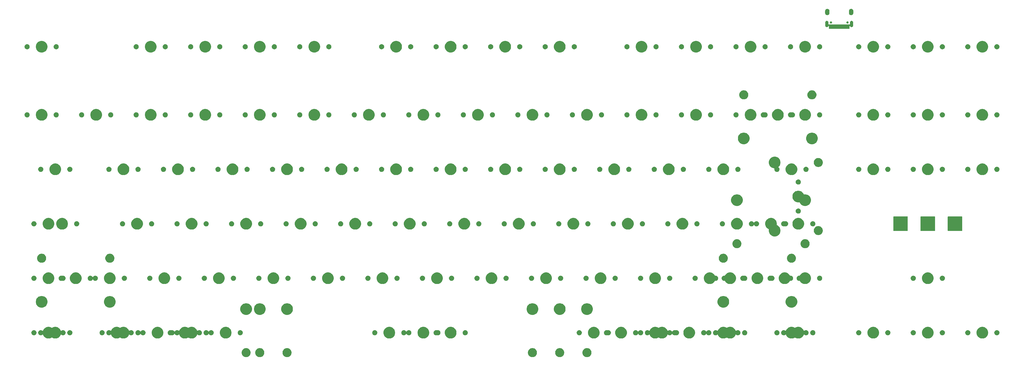
<source format=gbr>
G04 #@! TF.GenerationSoftware,KiCad,Pcbnew,(5.1.2)-2*
G04 #@! TF.CreationDate,2019-07-11T11:24:39+07:00*
G04 #@! TF.ProjectId,PCB,5043422e-6b69-4636-9164-5f7063625858,a*
G04 #@! TF.SameCoordinates,Original*
G04 #@! TF.FileFunction,Soldermask,Top*
G04 #@! TF.FilePolarity,Negative*
%FSLAX46Y46*%
G04 Gerber Fmt 4.6, Leading zero omitted, Abs format (unit mm)*
G04 Created by KiCad (PCBNEW (5.1.2)-2) date 2019-07-11 11:24:39*
%MOMM*%
%LPD*%
G04 APERTURE LIST*
%ADD10C,0.100000*%
G04 APERTURE END LIST*
D10*
G36*
X71896911Y-105483026D02*
G01*
X72015637Y-105532204D01*
X72183541Y-105601752D01*
X72183542Y-105601753D01*
X72441504Y-105774117D01*
X72660883Y-105993496D01*
X72776053Y-106165861D01*
X72833248Y-106251459D01*
X72951974Y-106538090D01*
X73012500Y-106842375D01*
X73012500Y-107152625D01*
X72951974Y-107456910D01*
X72833248Y-107743541D01*
X72833247Y-107743542D01*
X72660883Y-108001504D01*
X72441504Y-108220883D01*
X72269139Y-108336053D01*
X72183541Y-108393248D01*
X72015637Y-108462796D01*
X71896911Y-108511974D01*
X71592625Y-108572500D01*
X71282375Y-108572500D01*
X70978089Y-108511974D01*
X70859363Y-108462796D01*
X70691459Y-108393248D01*
X70605861Y-108336053D01*
X70433496Y-108220883D01*
X70214117Y-108001504D01*
X70041753Y-107743542D01*
X70041752Y-107743541D01*
X69923026Y-107456910D01*
X69862500Y-107152625D01*
X69862500Y-106842375D01*
X69923026Y-106538090D01*
X70041752Y-106251459D01*
X70098947Y-106165861D01*
X70214117Y-105993496D01*
X70433496Y-105774117D01*
X70691458Y-105601753D01*
X70691459Y-105601752D01*
X70859363Y-105532204D01*
X70978089Y-105483026D01*
X71282375Y-105422500D01*
X71592625Y-105422500D01*
X71896911Y-105483026D01*
X71896911Y-105483026D01*
G37*
G36*
X86184411Y-105483026D02*
G01*
X86303137Y-105532204D01*
X86471041Y-105601752D01*
X86471042Y-105601753D01*
X86729004Y-105774117D01*
X86948383Y-105993496D01*
X87063553Y-106165861D01*
X87120748Y-106251459D01*
X87239474Y-106538090D01*
X87300000Y-106842375D01*
X87300000Y-107152625D01*
X87239474Y-107456910D01*
X87120748Y-107743541D01*
X87120747Y-107743542D01*
X86948383Y-108001504D01*
X86729004Y-108220883D01*
X86556639Y-108336053D01*
X86471041Y-108393248D01*
X86303137Y-108462796D01*
X86184411Y-108511974D01*
X85880125Y-108572500D01*
X85569875Y-108572500D01*
X85265589Y-108511974D01*
X85146863Y-108462796D01*
X84978959Y-108393248D01*
X84893361Y-108336053D01*
X84720996Y-108220883D01*
X84501617Y-108001504D01*
X84329253Y-107743542D01*
X84329252Y-107743541D01*
X84210526Y-107456910D01*
X84150000Y-107152625D01*
X84150000Y-106842375D01*
X84210526Y-106538090D01*
X84329252Y-106251459D01*
X84386447Y-106165861D01*
X84501617Y-105993496D01*
X84720996Y-105774117D01*
X84978958Y-105601753D01*
X84978959Y-105601752D01*
X85146863Y-105532204D01*
X85265589Y-105483026D01*
X85569875Y-105422500D01*
X85880125Y-105422500D01*
X86184411Y-105483026D01*
X86184411Y-105483026D01*
G37*
G36*
X171909411Y-105483026D02*
G01*
X172028137Y-105532204D01*
X172196041Y-105601752D01*
X172196042Y-105601753D01*
X172454004Y-105774117D01*
X172673383Y-105993496D01*
X172788553Y-106165861D01*
X172845748Y-106251459D01*
X172964474Y-106538090D01*
X173025000Y-106842375D01*
X173025000Y-107152625D01*
X172964474Y-107456910D01*
X172845748Y-107743541D01*
X172845747Y-107743542D01*
X172673383Y-108001504D01*
X172454004Y-108220883D01*
X172281639Y-108336053D01*
X172196041Y-108393248D01*
X172028137Y-108462796D01*
X171909411Y-108511974D01*
X171605125Y-108572500D01*
X171294875Y-108572500D01*
X170990589Y-108511974D01*
X170871863Y-108462796D01*
X170703959Y-108393248D01*
X170618361Y-108336053D01*
X170445996Y-108220883D01*
X170226617Y-108001504D01*
X170054253Y-107743542D01*
X170054252Y-107743541D01*
X169935526Y-107456910D01*
X169875000Y-107152625D01*
X169875000Y-106842375D01*
X169935526Y-106538090D01*
X170054252Y-106251459D01*
X170111447Y-106165861D01*
X170226617Y-105993496D01*
X170445996Y-105774117D01*
X170703958Y-105601753D01*
X170703959Y-105601752D01*
X170871863Y-105532204D01*
X170990589Y-105483026D01*
X171294875Y-105422500D01*
X171605125Y-105422500D01*
X171909411Y-105483026D01*
X171909411Y-105483026D01*
G37*
G36*
X76659411Y-105483026D02*
G01*
X76778137Y-105532204D01*
X76946041Y-105601752D01*
X76946042Y-105601753D01*
X77204004Y-105774117D01*
X77423383Y-105993496D01*
X77538553Y-106165861D01*
X77595748Y-106251459D01*
X77714474Y-106538090D01*
X77775000Y-106842375D01*
X77775000Y-107152625D01*
X77714474Y-107456910D01*
X77595748Y-107743541D01*
X77595747Y-107743542D01*
X77423383Y-108001504D01*
X77204004Y-108220883D01*
X77031639Y-108336053D01*
X76946041Y-108393248D01*
X76778137Y-108462796D01*
X76659411Y-108511974D01*
X76355125Y-108572500D01*
X76044875Y-108572500D01*
X75740589Y-108511974D01*
X75621863Y-108462796D01*
X75453959Y-108393248D01*
X75368361Y-108336053D01*
X75195996Y-108220883D01*
X74976617Y-108001504D01*
X74804253Y-107743542D01*
X74804252Y-107743541D01*
X74685526Y-107456910D01*
X74625000Y-107152625D01*
X74625000Y-106842375D01*
X74685526Y-106538090D01*
X74804252Y-106251459D01*
X74861447Y-106165861D01*
X74976617Y-105993496D01*
X75195996Y-105774117D01*
X75453958Y-105601753D01*
X75453959Y-105601752D01*
X75621863Y-105532204D01*
X75740589Y-105483026D01*
X76044875Y-105422500D01*
X76355125Y-105422500D01*
X76659411Y-105483026D01*
X76659411Y-105483026D01*
G37*
G36*
X190959411Y-105483026D02*
G01*
X191078137Y-105532204D01*
X191246041Y-105601752D01*
X191246042Y-105601753D01*
X191504004Y-105774117D01*
X191723383Y-105993496D01*
X191838553Y-106165861D01*
X191895748Y-106251459D01*
X192014474Y-106538090D01*
X192075000Y-106842375D01*
X192075000Y-107152625D01*
X192014474Y-107456910D01*
X191895748Y-107743541D01*
X191895747Y-107743542D01*
X191723383Y-108001504D01*
X191504004Y-108220883D01*
X191331639Y-108336053D01*
X191246041Y-108393248D01*
X191078137Y-108462796D01*
X190959411Y-108511974D01*
X190655125Y-108572500D01*
X190344875Y-108572500D01*
X190040589Y-108511974D01*
X189921863Y-108462796D01*
X189753959Y-108393248D01*
X189668361Y-108336053D01*
X189495996Y-108220883D01*
X189276617Y-108001504D01*
X189104253Y-107743542D01*
X189104252Y-107743541D01*
X188985526Y-107456910D01*
X188925000Y-107152625D01*
X188925000Y-106842375D01*
X188985526Y-106538090D01*
X189104252Y-106251459D01*
X189161447Y-106165861D01*
X189276617Y-105993496D01*
X189495996Y-105774117D01*
X189753958Y-105601753D01*
X189753959Y-105601752D01*
X189921863Y-105532204D01*
X190040589Y-105483026D01*
X190344875Y-105422500D01*
X190655125Y-105422500D01*
X190959411Y-105483026D01*
X190959411Y-105483026D01*
G37*
G36*
X181434411Y-105483026D02*
G01*
X181553137Y-105532204D01*
X181721041Y-105601752D01*
X181721042Y-105601753D01*
X181979004Y-105774117D01*
X182198383Y-105993496D01*
X182313553Y-106165861D01*
X182370748Y-106251459D01*
X182489474Y-106538090D01*
X182550000Y-106842375D01*
X182550000Y-107152625D01*
X182489474Y-107456910D01*
X182370748Y-107743541D01*
X182370747Y-107743542D01*
X182198383Y-108001504D01*
X181979004Y-108220883D01*
X181806639Y-108336053D01*
X181721041Y-108393248D01*
X181553137Y-108462796D01*
X181434411Y-108511974D01*
X181130125Y-108572500D01*
X180819875Y-108572500D01*
X180515589Y-108511974D01*
X180396863Y-108462796D01*
X180228959Y-108393248D01*
X180143361Y-108336053D01*
X179970996Y-108220883D01*
X179751617Y-108001504D01*
X179579253Y-107743542D01*
X179579252Y-107743541D01*
X179460526Y-107456910D01*
X179400000Y-107152625D01*
X179400000Y-106842375D01*
X179460526Y-106538090D01*
X179579252Y-106251459D01*
X179636447Y-106165861D01*
X179751617Y-105993496D01*
X179970996Y-105774117D01*
X180228958Y-105601753D01*
X180228959Y-105601752D01*
X180396863Y-105532204D01*
X180515589Y-105483026D01*
X180819875Y-105422500D01*
X181130125Y-105422500D01*
X181434411Y-105483026D01*
X181434411Y-105483026D01*
G37*
G36*
X262533974Y-98046184D02*
G01*
X262751974Y-98136483D01*
X262906123Y-98200333D01*
X263058679Y-98302268D01*
X263080290Y-98313819D01*
X263103739Y-98320932D01*
X263128125Y-98323334D01*
X263152511Y-98320932D01*
X263175960Y-98313819D01*
X263197571Y-98302268D01*
X263350127Y-98200333D01*
X263504276Y-98136483D01*
X263722276Y-98046184D01*
X264117344Y-97967600D01*
X264520156Y-97967600D01*
X264915224Y-98046184D01*
X265133224Y-98136483D01*
X265287373Y-98200333D01*
X265622298Y-98424123D01*
X265907127Y-98708952D01*
X266130917Y-99043877D01*
X266130917Y-99043878D01*
X266229125Y-99280971D01*
X266240676Y-99302582D01*
X266256222Y-99321524D01*
X266275164Y-99337069D01*
X266296774Y-99348620D01*
X266320223Y-99355733D01*
X266344609Y-99358135D01*
X266368995Y-99355733D01*
X266392444Y-99348620D01*
X266414055Y-99337069D01*
X266432991Y-99321529D01*
X266442572Y-99311948D01*
X266488933Y-99280971D01*
X266590289Y-99213247D01*
X266645002Y-99190584D01*
X266754425Y-99145259D01*
X266841548Y-99127929D01*
X266928669Y-99110600D01*
X267106331Y-99110600D01*
X267193452Y-99127929D01*
X267280575Y-99145259D01*
X267389998Y-99190584D01*
X267444711Y-99213247D01*
X267546067Y-99280971D01*
X267592428Y-99311948D01*
X267718052Y-99437572D01*
X267718054Y-99437575D01*
X267816753Y-99585289D01*
X267839416Y-99640002D01*
X267884741Y-99749425D01*
X267919400Y-99923671D01*
X267919400Y-100101329D01*
X267884741Y-100275575D01*
X267839416Y-100384998D01*
X267816753Y-100439711D01*
X267786692Y-100484700D01*
X267718052Y-100587428D01*
X267592428Y-100713052D01*
X267592425Y-100713054D01*
X267444711Y-100811753D01*
X267389998Y-100834416D01*
X267280575Y-100879741D01*
X267193452Y-100897071D01*
X267106331Y-100914400D01*
X266928669Y-100914400D01*
X266841548Y-100897071D01*
X266754425Y-100879741D01*
X266645002Y-100834416D01*
X266590289Y-100811753D01*
X266442575Y-100713054D01*
X266442572Y-100713052D01*
X266432991Y-100703471D01*
X266414055Y-100687931D01*
X266392444Y-100676380D01*
X266368995Y-100669267D01*
X266344609Y-100666865D01*
X266320223Y-100669267D01*
X266296774Y-100676380D01*
X266275163Y-100687931D01*
X266256221Y-100703476D01*
X266240676Y-100722418D01*
X266229125Y-100744029D01*
X266177983Y-100867496D01*
X266130917Y-100981123D01*
X265907127Y-101316048D01*
X265622298Y-101600877D01*
X265287373Y-101824667D01*
X265133224Y-101888517D01*
X264915224Y-101978816D01*
X264520156Y-102057400D01*
X264117344Y-102057400D01*
X263722276Y-101978816D01*
X263504276Y-101888517D01*
X263350127Y-101824667D01*
X263197569Y-101722731D01*
X263175960Y-101711181D01*
X263152511Y-101704068D01*
X263128125Y-101701666D01*
X263103739Y-101704068D01*
X263080290Y-101711181D01*
X263058681Y-101722731D01*
X262906123Y-101824667D01*
X262751974Y-101888517D01*
X262533974Y-101978816D01*
X262138906Y-102057400D01*
X261736094Y-102057400D01*
X261341026Y-101978816D01*
X261123026Y-101888517D01*
X260968877Y-101824667D01*
X260633952Y-101600877D01*
X260349123Y-101316048D01*
X260125333Y-100981123D01*
X260078267Y-100867496D01*
X260027125Y-100744029D01*
X260015574Y-100722418D01*
X260000028Y-100703476D01*
X259981086Y-100687931D01*
X259959476Y-100676380D01*
X259936027Y-100669267D01*
X259911641Y-100666865D01*
X259887255Y-100669267D01*
X259863806Y-100676380D01*
X259842195Y-100687931D01*
X259823259Y-100703471D01*
X259813678Y-100713052D01*
X259813675Y-100713054D01*
X259665961Y-100811753D01*
X259611248Y-100834416D01*
X259501825Y-100879741D01*
X259414702Y-100897071D01*
X259327581Y-100914400D01*
X259149919Y-100914400D01*
X259062798Y-100897071D01*
X258975675Y-100879741D01*
X258866252Y-100834416D01*
X258811539Y-100811753D01*
X258663825Y-100713054D01*
X258663822Y-100713052D01*
X258538198Y-100587428D01*
X258469558Y-100484700D01*
X258439497Y-100439711D01*
X258416834Y-100384998D01*
X258371509Y-100275575D01*
X258336850Y-100101329D01*
X258336850Y-99923671D01*
X258371509Y-99749425D01*
X258416834Y-99640002D01*
X258439497Y-99585289D01*
X258538196Y-99437575D01*
X258538198Y-99437572D01*
X258663822Y-99311948D01*
X258710183Y-99280971D01*
X258811539Y-99213247D01*
X258866252Y-99190584D01*
X258975675Y-99145259D01*
X259062798Y-99127929D01*
X259149919Y-99110600D01*
X259327581Y-99110600D01*
X259414702Y-99127929D01*
X259501825Y-99145259D01*
X259611248Y-99190584D01*
X259665961Y-99213247D01*
X259767317Y-99280971D01*
X259813678Y-99311948D01*
X259823259Y-99321529D01*
X259842195Y-99337069D01*
X259863806Y-99348620D01*
X259887255Y-99355733D01*
X259911641Y-99358135D01*
X259936027Y-99355733D01*
X259959476Y-99348620D01*
X259981087Y-99337069D01*
X260000029Y-99321524D01*
X260015574Y-99302582D01*
X260027125Y-99280971D01*
X260125333Y-99043878D01*
X260125333Y-99043877D01*
X260349123Y-98708952D01*
X260633952Y-98424123D01*
X260968877Y-98200333D01*
X261123026Y-98136483D01*
X261341026Y-98046184D01*
X261736094Y-97967600D01*
X262138906Y-97967600D01*
X262533974Y-98046184D01*
X262533974Y-98046184D01*
G37*
G36*
X133946474Y-98046184D02*
G01*
X134164474Y-98136483D01*
X134318623Y-98200333D01*
X134653548Y-98424123D01*
X134938377Y-98708952D01*
X135162167Y-99043877D01*
X135205292Y-99147990D01*
X135316316Y-99416026D01*
X135394900Y-99811094D01*
X135394900Y-100213906D01*
X135316316Y-100608974D01*
X135269326Y-100722418D01*
X135162167Y-100981123D01*
X134938377Y-101316048D01*
X134653548Y-101600877D01*
X134318623Y-101824667D01*
X134164474Y-101888517D01*
X133946474Y-101978816D01*
X133551406Y-102057400D01*
X133148594Y-102057400D01*
X132753526Y-101978816D01*
X132535526Y-101888517D01*
X132381377Y-101824667D01*
X132046452Y-101600877D01*
X131761623Y-101316048D01*
X131537833Y-100981123D01*
X131430674Y-100722418D01*
X131383684Y-100608974D01*
X131305100Y-100213906D01*
X131305100Y-99811094D01*
X131383684Y-99416026D01*
X131494708Y-99147990D01*
X131537833Y-99043877D01*
X131761623Y-98708952D01*
X132046452Y-98424123D01*
X132381377Y-98200333D01*
X132535526Y-98136483D01*
X132753526Y-98046184D01*
X133148594Y-97967600D01*
X133551406Y-97967600D01*
X133946474Y-98046184D01*
X133946474Y-98046184D01*
G37*
G36*
X226815224Y-98046184D02*
G01*
X227033224Y-98136483D01*
X227187373Y-98200333D01*
X227522298Y-98424123D01*
X227807127Y-98708952D01*
X228030917Y-99043877D01*
X228074042Y-99147990D01*
X228185066Y-99416026D01*
X228263650Y-99811094D01*
X228263650Y-100213906D01*
X228185066Y-100608974D01*
X228138076Y-100722418D01*
X228030917Y-100981123D01*
X227807127Y-101316048D01*
X227522298Y-101600877D01*
X227187373Y-101824667D01*
X227033224Y-101888517D01*
X226815224Y-101978816D01*
X226420156Y-102057400D01*
X226017344Y-102057400D01*
X225622276Y-101978816D01*
X225404276Y-101888517D01*
X225250127Y-101824667D01*
X224915202Y-101600877D01*
X224630373Y-101316048D01*
X224406583Y-100981123D01*
X224299424Y-100722418D01*
X224252434Y-100608974D01*
X224173850Y-100213906D01*
X224173850Y-99811094D01*
X224252434Y-99416026D01*
X224363458Y-99147990D01*
X224406583Y-99043877D01*
X224630373Y-98708952D01*
X224915202Y-98424123D01*
X225250127Y-98200333D01*
X225404276Y-98136483D01*
X225622276Y-98046184D01*
X226017344Y-97967600D01*
X226420156Y-97967600D01*
X226815224Y-98046184D01*
X226815224Y-98046184D01*
G37*
G36*
X203002724Y-98046184D02*
G01*
X203220724Y-98136483D01*
X203374873Y-98200333D01*
X203709798Y-98424123D01*
X203994627Y-98708952D01*
X204218417Y-99043877D01*
X204261542Y-99147990D01*
X204372566Y-99416026D01*
X204451150Y-99811094D01*
X204451150Y-100213906D01*
X204372566Y-100608974D01*
X204325576Y-100722418D01*
X204218417Y-100981123D01*
X203994627Y-101316048D01*
X203709798Y-101600877D01*
X203374873Y-101824667D01*
X203220724Y-101888517D01*
X203002724Y-101978816D01*
X202607656Y-102057400D01*
X202204844Y-102057400D01*
X201809776Y-101978816D01*
X201591776Y-101888517D01*
X201437627Y-101824667D01*
X201102702Y-101600877D01*
X200817873Y-101316048D01*
X200594083Y-100981123D01*
X200486924Y-100722418D01*
X200439934Y-100608974D01*
X200361350Y-100213906D01*
X200361350Y-99811094D01*
X200439934Y-99416026D01*
X200550958Y-99147990D01*
X200594083Y-99043877D01*
X200817873Y-98708952D01*
X201102702Y-98424123D01*
X201437627Y-98200333D01*
X201591776Y-98136483D01*
X201809776Y-98046184D01*
X202204844Y-97967600D01*
X202607656Y-97967600D01*
X203002724Y-98046184D01*
X203002724Y-98046184D01*
G37*
G36*
X238721474Y-98046184D02*
G01*
X238939474Y-98136483D01*
X239093623Y-98200333D01*
X239246179Y-98302268D01*
X239267790Y-98313819D01*
X239291239Y-98320932D01*
X239315625Y-98323334D01*
X239340011Y-98320932D01*
X239363460Y-98313819D01*
X239385071Y-98302268D01*
X239537627Y-98200333D01*
X239691776Y-98136483D01*
X239909776Y-98046184D01*
X240304844Y-97967600D01*
X240707656Y-97967600D01*
X241102724Y-98046184D01*
X241320724Y-98136483D01*
X241474873Y-98200333D01*
X241809798Y-98424123D01*
X242094627Y-98708952D01*
X242318417Y-99043877D01*
X242318417Y-99043878D01*
X242416625Y-99280971D01*
X242428176Y-99302582D01*
X242443722Y-99321524D01*
X242462664Y-99337069D01*
X242484274Y-99348620D01*
X242507723Y-99355733D01*
X242532109Y-99358135D01*
X242556495Y-99355733D01*
X242579944Y-99348620D01*
X242601555Y-99337069D01*
X242620491Y-99321529D01*
X242630072Y-99311948D01*
X242676433Y-99280971D01*
X242777789Y-99213247D01*
X242832502Y-99190584D01*
X242941925Y-99145259D01*
X243029048Y-99127929D01*
X243116169Y-99110600D01*
X243293831Y-99110600D01*
X243380952Y-99127929D01*
X243468075Y-99145259D01*
X243577498Y-99190584D01*
X243632211Y-99213247D01*
X243733567Y-99280971D01*
X243779928Y-99311948D01*
X243905552Y-99437572D01*
X243905554Y-99437575D01*
X244004253Y-99585289D01*
X244026916Y-99640002D01*
X244072241Y-99749425D01*
X244106900Y-99923671D01*
X244106900Y-100101329D01*
X244072241Y-100275575D01*
X244026916Y-100384998D01*
X244004253Y-100439711D01*
X243974192Y-100484700D01*
X243905552Y-100587428D01*
X243779928Y-100713052D01*
X243779925Y-100713054D01*
X243632211Y-100811753D01*
X243577498Y-100834416D01*
X243468075Y-100879741D01*
X243380952Y-100897071D01*
X243293831Y-100914400D01*
X243116169Y-100914400D01*
X243029048Y-100897071D01*
X242941925Y-100879741D01*
X242832502Y-100834416D01*
X242777789Y-100811753D01*
X242630075Y-100713054D01*
X242630072Y-100713052D01*
X242620491Y-100703471D01*
X242601555Y-100687931D01*
X242579944Y-100676380D01*
X242556495Y-100669267D01*
X242532109Y-100666865D01*
X242507723Y-100669267D01*
X242484274Y-100676380D01*
X242462663Y-100687931D01*
X242443721Y-100703476D01*
X242428176Y-100722418D01*
X242416625Y-100744029D01*
X242365483Y-100867496D01*
X242318417Y-100981123D01*
X242094627Y-101316048D01*
X241809798Y-101600877D01*
X241474873Y-101824667D01*
X241320724Y-101888517D01*
X241102724Y-101978816D01*
X240707656Y-102057400D01*
X240304844Y-102057400D01*
X239909776Y-101978816D01*
X239691776Y-101888517D01*
X239537627Y-101824667D01*
X239385069Y-101722731D01*
X239363460Y-101711181D01*
X239340011Y-101704068D01*
X239315625Y-101701666D01*
X239291239Y-101704068D01*
X239267790Y-101711181D01*
X239246181Y-101722731D01*
X239093623Y-101824667D01*
X238939474Y-101888517D01*
X238721474Y-101978816D01*
X238326406Y-102057400D01*
X237923594Y-102057400D01*
X237528526Y-101978816D01*
X237310526Y-101888517D01*
X237156377Y-101824667D01*
X236821452Y-101600877D01*
X236536623Y-101316048D01*
X236312833Y-100981123D01*
X236265767Y-100867496D01*
X236214625Y-100744029D01*
X236203074Y-100722418D01*
X236187528Y-100703476D01*
X236168586Y-100687931D01*
X236146976Y-100676380D01*
X236123527Y-100669267D01*
X236099141Y-100666865D01*
X236074755Y-100669267D01*
X236051306Y-100676380D01*
X236029695Y-100687931D01*
X236010759Y-100703471D01*
X236001178Y-100713052D01*
X236001175Y-100713054D01*
X235853461Y-100811753D01*
X235798748Y-100834416D01*
X235689325Y-100879741D01*
X235602202Y-100897071D01*
X235515081Y-100914400D01*
X235337419Y-100914400D01*
X235250298Y-100897071D01*
X235163175Y-100879741D01*
X235053752Y-100834416D01*
X234999039Y-100811753D01*
X234851325Y-100713054D01*
X234851322Y-100713052D01*
X234725698Y-100587428D01*
X234657058Y-100484700D01*
X234626997Y-100439711D01*
X234604334Y-100384998D01*
X234559009Y-100275575D01*
X234524350Y-100101329D01*
X234524350Y-99923671D01*
X234559009Y-99749425D01*
X234604334Y-99640002D01*
X234626997Y-99585289D01*
X234725696Y-99437575D01*
X234725698Y-99437572D01*
X234851322Y-99311948D01*
X234897683Y-99280971D01*
X234999039Y-99213247D01*
X235053752Y-99190584D01*
X235163175Y-99145259D01*
X235250298Y-99127929D01*
X235337419Y-99110600D01*
X235515081Y-99110600D01*
X235602202Y-99127929D01*
X235689325Y-99145259D01*
X235798748Y-99190584D01*
X235853461Y-99213247D01*
X235954817Y-99280971D01*
X236001178Y-99311948D01*
X236010759Y-99321529D01*
X236029695Y-99337069D01*
X236051306Y-99348620D01*
X236074755Y-99355733D01*
X236099141Y-99358135D01*
X236123527Y-99355733D01*
X236146976Y-99348620D01*
X236168587Y-99337069D01*
X236187529Y-99321524D01*
X236203074Y-99302582D01*
X236214625Y-99280971D01*
X236312833Y-99043878D01*
X236312833Y-99043877D01*
X236536623Y-98708952D01*
X236821452Y-98424123D01*
X237156377Y-98200333D01*
X237310526Y-98136483D01*
X237528526Y-98046184D01*
X237923594Y-97967600D01*
X238326406Y-97967600D01*
X238721474Y-98046184D01*
X238721474Y-98046184D01*
G37*
G36*
X143471474Y-98046184D02*
G01*
X143689474Y-98136483D01*
X143843623Y-98200333D01*
X144178548Y-98424123D01*
X144463377Y-98708952D01*
X144687167Y-99043877D01*
X144730292Y-99147990D01*
X144841316Y-99416026D01*
X144919900Y-99811094D01*
X144919900Y-100213906D01*
X144841316Y-100608974D01*
X144794326Y-100722418D01*
X144687167Y-100981123D01*
X144463377Y-101316048D01*
X144178548Y-101600877D01*
X143843623Y-101824667D01*
X143689474Y-101888517D01*
X143471474Y-101978816D01*
X143076406Y-102057400D01*
X142673594Y-102057400D01*
X142278526Y-101978816D01*
X142060526Y-101888517D01*
X141906377Y-101824667D01*
X141571452Y-101600877D01*
X141286623Y-101316048D01*
X141062833Y-100981123D01*
X140955674Y-100722418D01*
X140908684Y-100608974D01*
X140830100Y-100213906D01*
X140830100Y-99811094D01*
X140908684Y-99416026D01*
X141019708Y-99147990D01*
X141062833Y-99043877D01*
X141286623Y-98708952D01*
X141571452Y-98424123D01*
X141906377Y-98200333D01*
X142060526Y-98136483D01*
X142278526Y-98046184D01*
X142673594Y-97967600D01*
X143076406Y-97967600D01*
X143471474Y-98046184D01*
X143471474Y-98046184D01*
G37*
G36*
X122040224Y-98046184D02*
G01*
X122258224Y-98136483D01*
X122412373Y-98200333D01*
X122747298Y-98424123D01*
X123032127Y-98708952D01*
X123255917Y-99043877D01*
X123299042Y-99147990D01*
X123410066Y-99416026D01*
X123488650Y-99811094D01*
X123488650Y-100213906D01*
X123410066Y-100608974D01*
X123363076Y-100722418D01*
X123255917Y-100981123D01*
X123032127Y-101316048D01*
X122747298Y-101600877D01*
X122412373Y-101824667D01*
X122258224Y-101888517D01*
X122040224Y-101978816D01*
X121645156Y-102057400D01*
X121242344Y-102057400D01*
X120847276Y-101978816D01*
X120629276Y-101888517D01*
X120475127Y-101824667D01*
X120140202Y-101600877D01*
X119855373Y-101316048D01*
X119631583Y-100981123D01*
X119524424Y-100722418D01*
X119477434Y-100608974D01*
X119398850Y-100213906D01*
X119398850Y-99811094D01*
X119477434Y-99416026D01*
X119588458Y-99147990D01*
X119631583Y-99043877D01*
X119855373Y-98708952D01*
X120140202Y-98424123D01*
X120475127Y-98200333D01*
X120629276Y-98136483D01*
X120847276Y-98046184D01*
X121242344Y-97967600D01*
X121645156Y-97967600D01*
X122040224Y-98046184D01*
X122040224Y-98046184D01*
G37*
G36*
X329208974Y-98046184D02*
G01*
X329426974Y-98136483D01*
X329581123Y-98200333D01*
X329916048Y-98424123D01*
X330200877Y-98708952D01*
X330424667Y-99043877D01*
X330467792Y-99147990D01*
X330578816Y-99416026D01*
X330657400Y-99811094D01*
X330657400Y-100213906D01*
X330578816Y-100608974D01*
X330531826Y-100722418D01*
X330424667Y-100981123D01*
X330200877Y-101316048D01*
X329916048Y-101600877D01*
X329581123Y-101824667D01*
X329426974Y-101888517D01*
X329208974Y-101978816D01*
X328813906Y-102057400D01*
X328411094Y-102057400D01*
X328016026Y-101978816D01*
X327798026Y-101888517D01*
X327643877Y-101824667D01*
X327308952Y-101600877D01*
X327024123Y-101316048D01*
X326800333Y-100981123D01*
X326693174Y-100722418D01*
X326646184Y-100608974D01*
X326567600Y-100213906D01*
X326567600Y-99811094D01*
X326646184Y-99416026D01*
X326757208Y-99147990D01*
X326800333Y-99043877D01*
X327024123Y-98708952D01*
X327308952Y-98424123D01*
X327643877Y-98200333D01*
X327798026Y-98136483D01*
X328016026Y-98046184D01*
X328411094Y-97967600D01*
X328813906Y-97967600D01*
X329208974Y-98046184D01*
X329208974Y-98046184D01*
G37*
G36*
X193477724Y-98046184D02*
G01*
X193695724Y-98136483D01*
X193849873Y-98200333D01*
X194184798Y-98424123D01*
X194469627Y-98708952D01*
X194693417Y-99043877D01*
X194736542Y-99147990D01*
X194847566Y-99416026D01*
X194926150Y-99811094D01*
X194926150Y-100213906D01*
X194847566Y-100608974D01*
X194800576Y-100722418D01*
X194693417Y-100981123D01*
X194469627Y-101316048D01*
X194184798Y-101600877D01*
X193849873Y-101824667D01*
X193695724Y-101888517D01*
X193477724Y-101978816D01*
X193082656Y-102057400D01*
X192679844Y-102057400D01*
X192284776Y-101978816D01*
X192066776Y-101888517D01*
X191912627Y-101824667D01*
X191577702Y-101600877D01*
X191292873Y-101316048D01*
X191069083Y-100981123D01*
X190961924Y-100722418D01*
X190914934Y-100608974D01*
X190836350Y-100213906D01*
X190836350Y-99811094D01*
X190914934Y-99416026D01*
X191025958Y-99147990D01*
X191069083Y-99043877D01*
X191292873Y-98708952D01*
X191577702Y-98424123D01*
X191912627Y-98200333D01*
X192066776Y-98136483D01*
X192284776Y-98046184D01*
X192679844Y-97967600D01*
X193082656Y-97967600D01*
X193477724Y-98046184D01*
X193477724Y-98046184D01*
G37*
G36*
X41077724Y-98046184D02*
G01*
X41295724Y-98136483D01*
X41449873Y-98200333D01*
X41784798Y-98424123D01*
X42069627Y-98708952D01*
X42293417Y-99043877D01*
X42336542Y-99147990D01*
X42447566Y-99416026D01*
X42526150Y-99811094D01*
X42526150Y-100213906D01*
X42447566Y-100608974D01*
X42400576Y-100722418D01*
X42293417Y-100981123D01*
X42069627Y-101316048D01*
X41784798Y-101600877D01*
X41449873Y-101824667D01*
X41295724Y-101888517D01*
X41077724Y-101978816D01*
X40682656Y-102057400D01*
X40279844Y-102057400D01*
X39884776Y-101978816D01*
X39666776Y-101888517D01*
X39512627Y-101824667D01*
X39177702Y-101600877D01*
X38892873Y-101316048D01*
X38669083Y-100981123D01*
X38561924Y-100722418D01*
X38514934Y-100608974D01*
X38436350Y-100213906D01*
X38436350Y-99811094D01*
X38514934Y-99416026D01*
X38625958Y-99147990D01*
X38669083Y-99043877D01*
X38892873Y-98708952D01*
X39177702Y-98424123D01*
X39512627Y-98200333D01*
X39666776Y-98136483D01*
X39884776Y-98046184D01*
X40279844Y-97967600D01*
X40682656Y-97967600D01*
X41077724Y-98046184D01*
X41077724Y-98046184D01*
G37*
G36*
X50602724Y-98046184D02*
G01*
X50820724Y-98136483D01*
X50974873Y-98200333D01*
X51127429Y-98302268D01*
X51149040Y-98313819D01*
X51172489Y-98320932D01*
X51196875Y-98323334D01*
X51221261Y-98320932D01*
X51244710Y-98313819D01*
X51266321Y-98302268D01*
X51418877Y-98200333D01*
X51573026Y-98136483D01*
X51791026Y-98046184D01*
X52186094Y-97967600D01*
X52588906Y-97967600D01*
X52983974Y-98046184D01*
X53201974Y-98136483D01*
X53356123Y-98200333D01*
X53691048Y-98424123D01*
X53975877Y-98708952D01*
X54199667Y-99043877D01*
X54199667Y-99043878D01*
X54297875Y-99280971D01*
X54309426Y-99302582D01*
X54324972Y-99321524D01*
X54343914Y-99337069D01*
X54365524Y-99348620D01*
X54388973Y-99355733D01*
X54413359Y-99358135D01*
X54437745Y-99355733D01*
X54461194Y-99348620D01*
X54482805Y-99337069D01*
X54501741Y-99321529D01*
X54511322Y-99311948D01*
X54557683Y-99280971D01*
X54659039Y-99213247D01*
X54713752Y-99190584D01*
X54823175Y-99145259D01*
X54910298Y-99127929D01*
X54997419Y-99110600D01*
X55175081Y-99110600D01*
X55262202Y-99127929D01*
X55349325Y-99145259D01*
X55458748Y-99190584D01*
X55513461Y-99213247D01*
X55614817Y-99280971D01*
X55661178Y-99311948D01*
X55786802Y-99437572D01*
X55786804Y-99437575D01*
X55885503Y-99585289D01*
X55908166Y-99640002D01*
X55953491Y-99749425D01*
X55988150Y-99923671D01*
X55988150Y-100101329D01*
X55953491Y-100275575D01*
X55908166Y-100384998D01*
X55885503Y-100439711D01*
X55855442Y-100484700D01*
X55786802Y-100587428D01*
X55661178Y-100713052D01*
X55661175Y-100713054D01*
X55513461Y-100811753D01*
X55458748Y-100834416D01*
X55349325Y-100879741D01*
X55262202Y-100897071D01*
X55175081Y-100914400D01*
X54997419Y-100914400D01*
X54910298Y-100897071D01*
X54823175Y-100879741D01*
X54713752Y-100834416D01*
X54659039Y-100811753D01*
X54511325Y-100713054D01*
X54511322Y-100713052D01*
X54501741Y-100703471D01*
X54482805Y-100687931D01*
X54461194Y-100676380D01*
X54437745Y-100669267D01*
X54413359Y-100666865D01*
X54388973Y-100669267D01*
X54365524Y-100676380D01*
X54343913Y-100687931D01*
X54324971Y-100703476D01*
X54309426Y-100722418D01*
X54297875Y-100744029D01*
X54246733Y-100867496D01*
X54199667Y-100981123D01*
X53975877Y-101316048D01*
X53691048Y-101600877D01*
X53356123Y-101824667D01*
X53201974Y-101888517D01*
X52983974Y-101978816D01*
X52588906Y-102057400D01*
X52186094Y-102057400D01*
X51791026Y-101978816D01*
X51573026Y-101888517D01*
X51418877Y-101824667D01*
X51266319Y-101722731D01*
X51244710Y-101711181D01*
X51221261Y-101704068D01*
X51196875Y-101701666D01*
X51172489Y-101704068D01*
X51149040Y-101711181D01*
X51127431Y-101722731D01*
X50974873Y-101824667D01*
X50820724Y-101888517D01*
X50602724Y-101978816D01*
X50207656Y-102057400D01*
X49804844Y-102057400D01*
X49409776Y-101978816D01*
X49191776Y-101888517D01*
X49037627Y-101824667D01*
X48702702Y-101600877D01*
X48417873Y-101316048D01*
X48194083Y-100981123D01*
X48147017Y-100867496D01*
X48095875Y-100744029D01*
X48084324Y-100722418D01*
X48068778Y-100703476D01*
X48049836Y-100687931D01*
X48028226Y-100676380D01*
X48004777Y-100669267D01*
X47980391Y-100666865D01*
X47956005Y-100669267D01*
X47932556Y-100676380D01*
X47910945Y-100687931D01*
X47892009Y-100703471D01*
X47882428Y-100713052D01*
X47882425Y-100713054D01*
X47734711Y-100811753D01*
X47679998Y-100834416D01*
X47570575Y-100879741D01*
X47483452Y-100897071D01*
X47396331Y-100914400D01*
X47218669Y-100914400D01*
X47131548Y-100897071D01*
X47044425Y-100879741D01*
X46935002Y-100834416D01*
X46880289Y-100811753D01*
X46732575Y-100713054D01*
X46732572Y-100713052D01*
X46606948Y-100587428D01*
X46538308Y-100484700D01*
X46522763Y-100465758D01*
X46503821Y-100450213D01*
X46482210Y-100438662D01*
X46458761Y-100431549D01*
X46434375Y-100429147D01*
X46409989Y-100431549D01*
X46386540Y-100438662D01*
X46364929Y-100450213D01*
X46345987Y-100465758D01*
X46330442Y-100484700D01*
X46261802Y-100587428D01*
X46136178Y-100713052D01*
X46136175Y-100713054D01*
X45988461Y-100811753D01*
X45933748Y-100834416D01*
X45824325Y-100879741D01*
X45737202Y-100897071D01*
X45650081Y-100914400D01*
X45472419Y-100914400D01*
X45356257Y-100891294D01*
X45298175Y-100879741D01*
X45291579Y-100877009D01*
X45268134Y-100869897D01*
X45243748Y-100867496D01*
X45219362Y-100869898D01*
X45195921Y-100877009D01*
X45189325Y-100879741D01*
X45131243Y-100891294D01*
X45015081Y-100914400D01*
X44837419Y-100914400D01*
X44750298Y-100897071D01*
X44663175Y-100879741D01*
X44553752Y-100834416D01*
X44499039Y-100811753D01*
X44351325Y-100713054D01*
X44351322Y-100713052D01*
X44225698Y-100587428D01*
X44157058Y-100484700D01*
X44126997Y-100439711D01*
X44104334Y-100384998D01*
X44059009Y-100275575D01*
X44024350Y-100101329D01*
X44024350Y-99923671D01*
X44059009Y-99749425D01*
X44104334Y-99640002D01*
X44126997Y-99585289D01*
X44225696Y-99437575D01*
X44225698Y-99437572D01*
X44351322Y-99311948D01*
X44397683Y-99280971D01*
X44499039Y-99213247D01*
X44553752Y-99190584D01*
X44663175Y-99145259D01*
X44750298Y-99127929D01*
X44837419Y-99110600D01*
X45015081Y-99110600D01*
X45131243Y-99133706D01*
X45189325Y-99145259D01*
X45195921Y-99147991D01*
X45219366Y-99155103D01*
X45243752Y-99157504D01*
X45268138Y-99155102D01*
X45291579Y-99147991D01*
X45298175Y-99145259D01*
X45356257Y-99133706D01*
X45472419Y-99110600D01*
X45650081Y-99110600D01*
X45737202Y-99127929D01*
X45824325Y-99145259D01*
X45933748Y-99190584D01*
X45988461Y-99213247D01*
X46089817Y-99280971D01*
X46136178Y-99311948D01*
X46261802Y-99437572D01*
X46325780Y-99533323D01*
X46330442Y-99540300D01*
X46345987Y-99559242D01*
X46364929Y-99574787D01*
X46386540Y-99586338D01*
X46409989Y-99593451D01*
X46434375Y-99595853D01*
X46458761Y-99593451D01*
X46482210Y-99586338D01*
X46503821Y-99574787D01*
X46522763Y-99559242D01*
X46538308Y-99540300D01*
X46542970Y-99533323D01*
X46606948Y-99437572D01*
X46732572Y-99311948D01*
X46778933Y-99280971D01*
X46880289Y-99213247D01*
X46935002Y-99190584D01*
X47044425Y-99145259D01*
X47131548Y-99127929D01*
X47218669Y-99110600D01*
X47396331Y-99110600D01*
X47483452Y-99127929D01*
X47570575Y-99145259D01*
X47679998Y-99190584D01*
X47734711Y-99213247D01*
X47836067Y-99280971D01*
X47882428Y-99311948D01*
X47892009Y-99321529D01*
X47910945Y-99337069D01*
X47932556Y-99348620D01*
X47956005Y-99355733D01*
X47980391Y-99358135D01*
X48004777Y-99355733D01*
X48028226Y-99348620D01*
X48049837Y-99337069D01*
X48068779Y-99321524D01*
X48084324Y-99302582D01*
X48095875Y-99280971D01*
X48194083Y-99043878D01*
X48194083Y-99043877D01*
X48417873Y-98708952D01*
X48702702Y-98424123D01*
X49037627Y-98200333D01*
X49191776Y-98136483D01*
X49409776Y-98046184D01*
X49804844Y-97967600D01*
X50207656Y-97967600D01*
X50602724Y-98046184D01*
X50602724Y-98046184D01*
G37*
G36*
X214908974Y-98046184D02*
G01*
X215126974Y-98136483D01*
X215281123Y-98200333D01*
X215433679Y-98302268D01*
X215455290Y-98313819D01*
X215478739Y-98320932D01*
X215503125Y-98323334D01*
X215527511Y-98320932D01*
X215550960Y-98313819D01*
X215572571Y-98302268D01*
X215725127Y-98200333D01*
X215879276Y-98136483D01*
X216097276Y-98046184D01*
X216492344Y-97967600D01*
X216895156Y-97967600D01*
X217290224Y-98046184D01*
X217508224Y-98136483D01*
X217662373Y-98200333D01*
X217997298Y-98424123D01*
X218282127Y-98708952D01*
X218505917Y-99043877D01*
X218505917Y-99043878D01*
X218604125Y-99280971D01*
X218615676Y-99302582D01*
X218631222Y-99321524D01*
X218650164Y-99337069D01*
X218671774Y-99348620D01*
X218695223Y-99355733D01*
X218719609Y-99358135D01*
X218743995Y-99355733D01*
X218767444Y-99348620D01*
X218789055Y-99337069D01*
X218807991Y-99321529D01*
X218817572Y-99311948D01*
X218863933Y-99280971D01*
X218965289Y-99213247D01*
X219020002Y-99190584D01*
X219129425Y-99145259D01*
X219216548Y-99127929D01*
X219303669Y-99110600D01*
X219481331Y-99110600D01*
X219568452Y-99127929D01*
X219655575Y-99145259D01*
X219764998Y-99190584D01*
X219819711Y-99213247D01*
X219921067Y-99280971D01*
X219967428Y-99311948D01*
X220093052Y-99437572D01*
X220157030Y-99533323D01*
X220161692Y-99540300D01*
X220177237Y-99559242D01*
X220196179Y-99574787D01*
X220217790Y-99586338D01*
X220241239Y-99593451D01*
X220265625Y-99595853D01*
X220290011Y-99593451D01*
X220313460Y-99586338D01*
X220335071Y-99574787D01*
X220354013Y-99559242D01*
X220369558Y-99540300D01*
X220374220Y-99533323D01*
X220438198Y-99437572D01*
X220563822Y-99311948D01*
X220610183Y-99280971D01*
X220711539Y-99213247D01*
X220766252Y-99190584D01*
X220875675Y-99145259D01*
X220962798Y-99127929D01*
X221049919Y-99110600D01*
X221227581Y-99110600D01*
X221343743Y-99133706D01*
X221401825Y-99145259D01*
X221408421Y-99147991D01*
X221431866Y-99155103D01*
X221456252Y-99157504D01*
X221480638Y-99155102D01*
X221504079Y-99147991D01*
X221510675Y-99145259D01*
X221568757Y-99133706D01*
X221684919Y-99110600D01*
X221862581Y-99110600D01*
X221949702Y-99127929D01*
X222036825Y-99145259D01*
X222146248Y-99190584D01*
X222200961Y-99213247D01*
X222302317Y-99280971D01*
X222348678Y-99311948D01*
X222474302Y-99437572D01*
X222474304Y-99437575D01*
X222573003Y-99585289D01*
X222595666Y-99640002D01*
X222640991Y-99749425D01*
X222675650Y-99923671D01*
X222675650Y-100101329D01*
X222640991Y-100275575D01*
X222595666Y-100384998D01*
X222573003Y-100439711D01*
X222542942Y-100484700D01*
X222474302Y-100587428D01*
X222348678Y-100713052D01*
X222348675Y-100713054D01*
X222200961Y-100811753D01*
X222146248Y-100834416D01*
X222036825Y-100879741D01*
X221949702Y-100897071D01*
X221862581Y-100914400D01*
X221684919Y-100914400D01*
X221568757Y-100891294D01*
X221510675Y-100879741D01*
X221504079Y-100877009D01*
X221480634Y-100869897D01*
X221456248Y-100867496D01*
X221431862Y-100869898D01*
X221408421Y-100877009D01*
X221401825Y-100879741D01*
X221343743Y-100891294D01*
X221227581Y-100914400D01*
X221049919Y-100914400D01*
X220962798Y-100897071D01*
X220875675Y-100879741D01*
X220766252Y-100834416D01*
X220711539Y-100811753D01*
X220563825Y-100713054D01*
X220563822Y-100713052D01*
X220438198Y-100587428D01*
X220369558Y-100484700D01*
X220354013Y-100465758D01*
X220335071Y-100450213D01*
X220313460Y-100438662D01*
X220290011Y-100431549D01*
X220265625Y-100429147D01*
X220241239Y-100431549D01*
X220217790Y-100438662D01*
X220196179Y-100450213D01*
X220177237Y-100465758D01*
X220161692Y-100484700D01*
X220093052Y-100587428D01*
X219967428Y-100713052D01*
X219967425Y-100713054D01*
X219819711Y-100811753D01*
X219764998Y-100834416D01*
X219655575Y-100879741D01*
X219568452Y-100897071D01*
X219481331Y-100914400D01*
X219303669Y-100914400D01*
X219216548Y-100897071D01*
X219129425Y-100879741D01*
X219020002Y-100834416D01*
X218965289Y-100811753D01*
X218817575Y-100713054D01*
X218817572Y-100713052D01*
X218807991Y-100703471D01*
X218789055Y-100687931D01*
X218767444Y-100676380D01*
X218743995Y-100669267D01*
X218719609Y-100666865D01*
X218695223Y-100669267D01*
X218671774Y-100676380D01*
X218650163Y-100687931D01*
X218631221Y-100703476D01*
X218615676Y-100722418D01*
X218604125Y-100744029D01*
X218552983Y-100867496D01*
X218505917Y-100981123D01*
X218282127Y-101316048D01*
X217997298Y-101600877D01*
X217662373Y-101824667D01*
X217508224Y-101888517D01*
X217290224Y-101978816D01*
X216895156Y-102057400D01*
X216492344Y-102057400D01*
X216097276Y-101978816D01*
X215879276Y-101888517D01*
X215725127Y-101824667D01*
X215572569Y-101722731D01*
X215550960Y-101711181D01*
X215527511Y-101704068D01*
X215503125Y-101701666D01*
X215478739Y-101704068D01*
X215455290Y-101711181D01*
X215433681Y-101722731D01*
X215281123Y-101824667D01*
X215126974Y-101888517D01*
X214908974Y-101978816D01*
X214513906Y-102057400D01*
X214111094Y-102057400D01*
X213716026Y-101978816D01*
X213498026Y-101888517D01*
X213343877Y-101824667D01*
X213008952Y-101600877D01*
X212724123Y-101316048D01*
X212500333Y-100981123D01*
X212453267Y-100867496D01*
X212402125Y-100744029D01*
X212390574Y-100722418D01*
X212375028Y-100703476D01*
X212356086Y-100687931D01*
X212334476Y-100676380D01*
X212311027Y-100669267D01*
X212286641Y-100666865D01*
X212262255Y-100669267D01*
X212238806Y-100676380D01*
X212217195Y-100687931D01*
X212198259Y-100703471D01*
X212188678Y-100713052D01*
X212188675Y-100713054D01*
X212040961Y-100811753D01*
X211986248Y-100834416D01*
X211876825Y-100879741D01*
X211789702Y-100897071D01*
X211702581Y-100914400D01*
X211524919Y-100914400D01*
X211437798Y-100897071D01*
X211350675Y-100879741D01*
X211241252Y-100834416D01*
X211186539Y-100811753D01*
X211038825Y-100713054D01*
X211038822Y-100713052D01*
X210913198Y-100587428D01*
X210844558Y-100484700D01*
X210814497Y-100439711D01*
X210791834Y-100384998D01*
X210746509Y-100275575D01*
X210711850Y-100101329D01*
X210711850Y-99923671D01*
X210746509Y-99749425D01*
X210791834Y-99640002D01*
X210814497Y-99585289D01*
X210913196Y-99437575D01*
X210913198Y-99437572D01*
X211038822Y-99311948D01*
X211085183Y-99280971D01*
X211186539Y-99213247D01*
X211241252Y-99190584D01*
X211350675Y-99145259D01*
X211437798Y-99127929D01*
X211524919Y-99110600D01*
X211702581Y-99110600D01*
X211789702Y-99127929D01*
X211876825Y-99145259D01*
X211986248Y-99190584D01*
X212040961Y-99213247D01*
X212142317Y-99280971D01*
X212188678Y-99311948D01*
X212198259Y-99321529D01*
X212217195Y-99337069D01*
X212238806Y-99348620D01*
X212262255Y-99355733D01*
X212286641Y-99358135D01*
X212311027Y-99355733D01*
X212334476Y-99348620D01*
X212356087Y-99337069D01*
X212375029Y-99321524D01*
X212390574Y-99302582D01*
X212402125Y-99280971D01*
X212500333Y-99043878D01*
X212500333Y-99043877D01*
X212724123Y-98708952D01*
X213008952Y-98424123D01*
X213343877Y-98200333D01*
X213498026Y-98136483D01*
X213716026Y-98046184D01*
X214111094Y-97967600D01*
X214513906Y-97967600D01*
X214908974Y-98046184D01*
X214908974Y-98046184D01*
G37*
G36*
X64890224Y-98046184D02*
G01*
X65108224Y-98136483D01*
X65262373Y-98200333D01*
X65597298Y-98424123D01*
X65882127Y-98708952D01*
X66105917Y-99043877D01*
X66149042Y-99147990D01*
X66260066Y-99416026D01*
X66338650Y-99811094D01*
X66338650Y-100213906D01*
X66260066Y-100608974D01*
X66213076Y-100722418D01*
X66105917Y-100981123D01*
X65882127Y-101316048D01*
X65597298Y-101600877D01*
X65262373Y-101824667D01*
X65108224Y-101888517D01*
X64890224Y-101978816D01*
X64495156Y-102057400D01*
X64092344Y-102057400D01*
X63697276Y-101978816D01*
X63479276Y-101888517D01*
X63325127Y-101824667D01*
X62990202Y-101600877D01*
X62705373Y-101316048D01*
X62481583Y-100981123D01*
X62374424Y-100722418D01*
X62327434Y-100608974D01*
X62248850Y-100213906D01*
X62248850Y-99811094D01*
X62327434Y-99416026D01*
X62438458Y-99147990D01*
X62481583Y-99043877D01*
X62705373Y-98708952D01*
X62990202Y-98424123D01*
X63325127Y-98200333D01*
X63479276Y-98136483D01*
X63697276Y-98046184D01*
X64092344Y-97967600D01*
X64495156Y-97967600D01*
X64890224Y-98046184D01*
X64890224Y-98046184D01*
G37*
G36*
X2977724Y-98046184D02*
G01*
X3195724Y-98136483D01*
X3349873Y-98200333D01*
X3502429Y-98302268D01*
X3524040Y-98313819D01*
X3547489Y-98320932D01*
X3571875Y-98323334D01*
X3596261Y-98320932D01*
X3619710Y-98313819D01*
X3641321Y-98302268D01*
X3793877Y-98200333D01*
X3948026Y-98136483D01*
X4166026Y-98046184D01*
X4561094Y-97967600D01*
X4963906Y-97967600D01*
X5358974Y-98046184D01*
X5576974Y-98136483D01*
X5731123Y-98200333D01*
X6066048Y-98424123D01*
X6350877Y-98708952D01*
X6574667Y-99043877D01*
X6574667Y-99043878D01*
X6672875Y-99280971D01*
X6684426Y-99302582D01*
X6699972Y-99321524D01*
X6718914Y-99337069D01*
X6740524Y-99348620D01*
X6763973Y-99355733D01*
X6788359Y-99358135D01*
X6812745Y-99355733D01*
X6836194Y-99348620D01*
X6857805Y-99337069D01*
X6876741Y-99321529D01*
X6886322Y-99311948D01*
X6932683Y-99280971D01*
X7034039Y-99213247D01*
X7088752Y-99190584D01*
X7198175Y-99145259D01*
X7285298Y-99127929D01*
X7372419Y-99110600D01*
X7550081Y-99110600D01*
X7637202Y-99127929D01*
X7724325Y-99145259D01*
X7833748Y-99190584D01*
X7888461Y-99213247D01*
X7989817Y-99280971D01*
X8036178Y-99311948D01*
X8161802Y-99437572D01*
X8161804Y-99437575D01*
X8260503Y-99585289D01*
X8283166Y-99640002D01*
X8328491Y-99749425D01*
X8363150Y-99923671D01*
X8363150Y-100101329D01*
X8328491Y-100275575D01*
X8283166Y-100384998D01*
X8260503Y-100439711D01*
X8230442Y-100484700D01*
X8161802Y-100587428D01*
X8036178Y-100713052D01*
X8036175Y-100713054D01*
X7888461Y-100811753D01*
X7833748Y-100834416D01*
X7724325Y-100879741D01*
X7637202Y-100897071D01*
X7550081Y-100914400D01*
X7372419Y-100914400D01*
X7285298Y-100897071D01*
X7198175Y-100879741D01*
X7088752Y-100834416D01*
X7034039Y-100811753D01*
X6886325Y-100713054D01*
X6886322Y-100713052D01*
X6876741Y-100703471D01*
X6857805Y-100687931D01*
X6836194Y-100676380D01*
X6812745Y-100669267D01*
X6788359Y-100666865D01*
X6763973Y-100669267D01*
X6740524Y-100676380D01*
X6718913Y-100687931D01*
X6699971Y-100703476D01*
X6684426Y-100722418D01*
X6672875Y-100744029D01*
X6621733Y-100867496D01*
X6574667Y-100981123D01*
X6350877Y-101316048D01*
X6066048Y-101600877D01*
X5731123Y-101824667D01*
X5576974Y-101888517D01*
X5358974Y-101978816D01*
X4963906Y-102057400D01*
X4561094Y-102057400D01*
X4166026Y-101978816D01*
X3948026Y-101888517D01*
X3793877Y-101824667D01*
X3641319Y-101722731D01*
X3619710Y-101711181D01*
X3596261Y-101704068D01*
X3571875Y-101701666D01*
X3547489Y-101704068D01*
X3524040Y-101711181D01*
X3502431Y-101722731D01*
X3349873Y-101824667D01*
X3195724Y-101888517D01*
X2977724Y-101978816D01*
X2582656Y-102057400D01*
X2179844Y-102057400D01*
X1784776Y-101978816D01*
X1566776Y-101888517D01*
X1412627Y-101824667D01*
X1077702Y-101600877D01*
X792873Y-101316048D01*
X569083Y-100981123D01*
X522017Y-100867496D01*
X470875Y-100744029D01*
X459324Y-100722418D01*
X443778Y-100703476D01*
X424836Y-100687931D01*
X403226Y-100676380D01*
X379777Y-100669267D01*
X355391Y-100666865D01*
X331005Y-100669267D01*
X307556Y-100676380D01*
X285945Y-100687931D01*
X267009Y-100703471D01*
X257428Y-100713052D01*
X257425Y-100713054D01*
X109711Y-100811753D01*
X54998Y-100834416D01*
X-54425Y-100879741D01*
X-141548Y-100897071D01*
X-228669Y-100914400D01*
X-406331Y-100914400D01*
X-493452Y-100897071D01*
X-580575Y-100879741D01*
X-689998Y-100834416D01*
X-744711Y-100811753D01*
X-892425Y-100713054D01*
X-892428Y-100713052D01*
X-1018052Y-100587428D01*
X-1086692Y-100484700D01*
X-1116753Y-100439711D01*
X-1139416Y-100384998D01*
X-1184741Y-100275575D01*
X-1219400Y-100101329D01*
X-1219400Y-99923671D01*
X-1184741Y-99749425D01*
X-1139416Y-99640002D01*
X-1116753Y-99585289D01*
X-1018054Y-99437575D01*
X-1018052Y-99437572D01*
X-892428Y-99311948D01*
X-846067Y-99280971D01*
X-744711Y-99213247D01*
X-689998Y-99190584D01*
X-580575Y-99145259D01*
X-493452Y-99127929D01*
X-406331Y-99110600D01*
X-228669Y-99110600D01*
X-141548Y-99127929D01*
X-54425Y-99145259D01*
X54998Y-99190584D01*
X109711Y-99213247D01*
X211067Y-99280971D01*
X257428Y-99311948D01*
X267009Y-99321529D01*
X285945Y-99337069D01*
X307556Y-99348620D01*
X331005Y-99355733D01*
X355391Y-99358135D01*
X379777Y-99355733D01*
X403226Y-99348620D01*
X424837Y-99337069D01*
X443779Y-99321524D01*
X459324Y-99302582D01*
X470875Y-99280971D01*
X569083Y-99043878D01*
X569083Y-99043877D01*
X792873Y-98708952D01*
X1077702Y-98424123D01*
X1412627Y-98200333D01*
X1566776Y-98136483D01*
X1784776Y-98046184D01*
X2179844Y-97967600D01*
X2582656Y-97967600D01*
X2977724Y-98046184D01*
X2977724Y-98046184D01*
G37*
G36*
X26790224Y-98046184D02*
G01*
X27008224Y-98136483D01*
X27162373Y-98200333D01*
X27314929Y-98302268D01*
X27336540Y-98313819D01*
X27359989Y-98320932D01*
X27384375Y-98323334D01*
X27408761Y-98320932D01*
X27432210Y-98313819D01*
X27453821Y-98302268D01*
X27606377Y-98200333D01*
X27760526Y-98136483D01*
X27978526Y-98046184D01*
X28373594Y-97967600D01*
X28776406Y-97967600D01*
X29171474Y-98046184D01*
X29389474Y-98136483D01*
X29543623Y-98200333D01*
X29878548Y-98424123D01*
X30163377Y-98708952D01*
X30387167Y-99043877D01*
X30387167Y-99043878D01*
X30485375Y-99280971D01*
X30496926Y-99302582D01*
X30512472Y-99321524D01*
X30531414Y-99337069D01*
X30553024Y-99348620D01*
X30576473Y-99355733D01*
X30600859Y-99358135D01*
X30625245Y-99355733D01*
X30648694Y-99348620D01*
X30670305Y-99337069D01*
X30689241Y-99321529D01*
X30698822Y-99311948D01*
X30745183Y-99280971D01*
X30846539Y-99213247D01*
X30901252Y-99190584D01*
X31010675Y-99145259D01*
X31097798Y-99127929D01*
X31184919Y-99110600D01*
X31362581Y-99110600D01*
X31449702Y-99127929D01*
X31536825Y-99145259D01*
X31646248Y-99190584D01*
X31700961Y-99213247D01*
X31802317Y-99280971D01*
X31848678Y-99311948D01*
X31974302Y-99437572D01*
X31974304Y-99437575D01*
X32073003Y-99585289D01*
X32095666Y-99640002D01*
X32140991Y-99749425D01*
X32175650Y-99923671D01*
X32175650Y-100101329D01*
X32140991Y-100275575D01*
X32095666Y-100384998D01*
X32073003Y-100439711D01*
X32042942Y-100484700D01*
X31974302Y-100587428D01*
X31848678Y-100713052D01*
X31848675Y-100713054D01*
X31700961Y-100811753D01*
X31646248Y-100834416D01*
X31536825Y-100879741D01*
X31449702Y-100897071D01*
X31362581Y-100914400D01*
X31184919Y-100914400D01*
X31097798Y-100897071D01*
X31010675Y-100879741D01*
X30901252Y-100834416D01*
X30846539Y-100811753D01*
X30698825Y-100713054D01*
X30698822Y-100713052D01*
X30689241Y-100703471D01*
X30670305Y-100687931D01*
X30648694Y-100676380D01*
X30625245Y-100669267D01*
X30600859Y-100666865D01*
X30576473Y-100669267D01*
X30553024Y-100676380D01*
X30531413Y-100687931D01*
X30512471Y-100703476D01*
X30496926Y-100722418D01*
X30485375Y-100744029D01*
X30434233Y-100867496D01*
X30387167Y-100981123D01*
X30163377Y-101316048D01*
X29878548Y-101600877D01*
X29543623Y-101824667D01*
X29389474Y-101888517D01*
X29171474Y-101978816D01*
X28776406Y-102057400D01*
X28373594Y-102057400D01*
X27978526Y-101978816D01*
X27760526Y-101888517D01*
X27606377Y-101824667D01*
X27453819Y-101722731D01*
X27432210Y-101711181D01*
X27408761Y-101704068D01*
X27384375Y-101701666D01*
X27359989Y-101704068D01*
X27336540Y-101711181D01*
X27314931Y-101722731D01*
X27162373Y-101824667D01*
X27008224Y-101888517D01*
X26790224Y-101978816D01*
X26395156Y-102057400D01*
X25992344Y-102057400D01*
X25597276Y-101978816D01*
X25379276Y-101888517D01*
X25225127Y-101824667D01*
X24890202Y-101600877D01*
X24605373Y-101316048D01*
X24381583Y-100981123D01*
X24334517Y-100867496D01*
X24283375Y-100744029D01*
X24271824Y-100722418D01*
X24256278Y-100703476D01*
X24237336Y-100687931D01*
X24215726Y-100676380D01*
X24192277Y-100669267D01*
X24167891Y-100666865D01*
X24143505Y-100669267D01*
X24120056Y-100676380D01*
X24098445Y-100687931D01*
X24079509Y-100703471D01*
X24069928Y-100713052D01*
X24069925Y-100713054D01*
X23922211Y-100811753D01*
X23867498Y-100834416D01*
X23758075Y-100879741D01*
X23670952Y-100897071D01*
X23583831Y-100914400D01*
X23406169Y-100914400D01*
X23319048Y-100897071D01*
X23231925Y-100879741D01*
X23122502Y-100834416D01*
X23067789Y-100811753D01*
X22920075Y-100713054D01*
X22920072Y-100713052D01*
X22794448Y-100587428D01*
X22725808Y-100484700D01*
X22695747Y-100439711D01*
X22673084Y-100384998D01*
X22627759Y-100275575D01*
X22593100Y-100101329D01*
X22593100Y-99923671D01*
X22627759Y-99749425D01*
X22673084Y-99640002D01*
X22695747Y-99585289D01*
X22794446Y-99437575D01*
X22794448Y-99437572D01*
X22920072Y-99311948D01*
X22966433Y-99280971D01*
X23067789Y-99213247D01*
X23122502Y-99190584D01*
X23231925Y-99145259D01*
X23319048Y-99127929D01*
X23406169Y-99110600D01*
X23583831Y-99110600D01*
X23670952Y-99127929D01*
X23758075Y-99145259D01*
X23867498Y-99190584D01*
X23922211Y-99213247D01*
X24023567Y-99280971D01*
X24069928Y-99311948D01*
X24079509Y-99321529D01*
X24098445Y-99337069D01*
X24120056Y-99348620D01*
X24143505Y-99355733D01*
X24167891Y-99358135D01*
X24192277Y-99355733D01*
X24215726Y-99348620D01*
X24237337Y-99337069D01*
X24256279Y-99321524D01*
X24271824Y-99302582D01*
X24283375Y-99280971D01*
X24381583Y-99043878D01*
X24381583Y-99043877D01*
X24605373Y-98708952D01*
X24890202Y-98424123D01*
X25225127Y-98200333D01*
X25379276Y-98136483D01*
X25597276Y-98046184D01*
X25992344Y-97967600D01*
X26395156Y-97967600D01*
X26790224Y-98046184D01*
X26790224Y-98046184D01*
G37*
G36*
X291108974Y-98046184D02*
G01*
X291326974Y-98136483D01*
X291481123Y-98200333D01*
X291816048Y-98424123D01*
X292100877Y-98708952D01*
X292324667Y-99043877D01*
X292367792Y-99147990D01*
X292478816Y-99416026D01*
X292557400Y-99811094D01*
X292557400Y-100213906D01*
X292478816Y-100608974D01*
X292431826Y-100722418D01*
X292324667Y-100981123D01*
X292100877Y-101316048D01*
X291816048Y-101600877D01*
X291481123Y-101824667D01*
X291326974Y-101888517D01*
X291108974Y-101978816D01*
X290713906Y-102057400D01*
X290311094Y-102057400D01*
X289916026Y-101978816D01*
X289698026Y-101888517D01*
X289543877Y-101824667D01*
X289208952Y-101600877D01*
X288924123Y-101316048D01*
X288700333Y-100981123D01*
X288593174Y-100722418D01*
X288546184Y-100608974D01*
X288467600Y-100213906D01*
X288467600Y-99811094D01*
X288546184Y-99416026D01*
X288657208Y-99147990D01*
X288700333Y-99043877D01*
X288924123Y-98708952D01*
X289208952Y-98424123D01*
X289543877Y-98200333D01*
X289698026Y-98136483D01*
X289916026Y-98046184D01*
X290311094Y-97967600D01*
X290713906Y-97967600D01*
X291108974Y-98046184D01*
X291108974Y-98046184D01*
G37*
G36*
X310158974Y-98046184D02*
G01*
X310376974Y-98136483D01*
X310531123Y-98200333D01*
X310866048Y-98424123D01*
X311150877Y-98708952D01*
X311374667Y-99043877D01*
X311417792Y-99147990D01*
X311528816Y-99416026D01*
X311607400Y-99811094D01*
X311607400Y-100213906D01*
X311528816Y-100608974D01*
X311481826Y-100722418D01*
X311374667Y-100981123D01*
X311150877Y-101316048D01*
X310866048Y-101600877D01*
X310531123Y-101824667D01*
X310376974Y-101888517D01*
X310158974Y-101978816D01*
X309763906Y-102057400D01*
X309361094Y-102057400D01*
X308966026Y-101978816D01*
X308748026Y-101888517D01*
X308593877Y-101824667D01*
X308258952Y-101600877D01*
X307974123Y-101316048D01*
X307750333Y-100981123D01*
X307643174Y-100722418D01*
X307596184Y-100608974D01*
X307517600Y-100213906D01*
X307517600Y-99811094D01*
X307596184Y-99416026D01*
X307707208Y-99147990D01*
X307750333Y-99043877D01*
X307974123Y-98708952D01*
X308258952Y-98424123D01*
X308593877Y-98200333D01*
X308748026Y-98136483D01*
X308966026Y-98046184D01*
X309361094Y-97967600D01*
X309763906Y-97967600D01*
X310158974Y-98046184D01*
X310158974Y-98046184D01*
G37*
G36*
X137999993Y-99133706D02*
G01*
X138058075Y-99145259D01*
X138064671Y-99147991D01*
X138088116Y-99155103D01*
X138112502Y-99157504D01*
X138136888Y-99155102D01*
X138160329Y-99147991D01*
X138166925Y-99145259D01*
X138225007Y-99133706D01*
X138341169Y-99110600D01*
X138518831Y-99110600D01*
X138605952Y-99127929D01*
X138693075Y-99145259D01*
X138802498Y-99190584D01*
X138857211Y-99213247D01*
X138958567Y-99280971D01*
X139004928Y-99311948D01*
X139130552Y-99437572D01*
X139130554Y-99437575D01*
X139229253Y-99585289D01*
X139251916Y-99640002D01*
X139297241Y-99749425D01*
X139331900Y-99923671D01*
X139331900Y-100101329D01*
X139297241Y-100275575D01*
X139251916Y-100384998D01*
X139229253Y-100439711D01*
X139199192Y-100484700D01*
X139130552Y-100587428D01*
X139004928Y-100713052D01*
X139004925Y-100713054D01*
X138857211Y-100811753D01*
X138802498Y-100834416D01*
X138693075Y-100879741D01*
X138605952Y-100897071D01*
X138518831Y-100914400D01*
X138341169Y-100914400D01*
X138225007Y-100891294D01*
X138166925Y-100879741D01*
X138160329Y-100877009D01*
X138136884Y-100869897D01*
X138112498Y-100867496D01*
X138088112Y-100869898D01*
X138064671Y-100877009D01*
X138058075Y-100879741D01*
X137999993Y-100891294D01*
X137883831Y-100914400D01*
X137706169Y-100914400D01*
X137619048Y-100897071D01*
X137531925Y-100879741D01*
X137422502Y-100834416D01*
X137367789Y-100811753D01*
X137220075Y-100713054D01*
X137220072Y-100713052D01*
X137094448Y-100587428D01*
X137025808Y-100484700D01*
X136995747Y-100439711D01*
X136973084Y-100384998D01*
X136927759Y-100275575D01*
X136893100Y-100101329D01*
X136893100Y-99923671D01*
X136927759Y-99749425D01*
X136973084Y-99640002D01*
X136995747Y-99585289D01*
X137094446Y-99437575D01*
X137094448Y-99437572D01*
X137220072Y-99311948D01*
X137266433Y-99280971D01*
X137367789Y-99213247D01*
X137422502Y-99190584D01*
X137531925Y-99145259D01*
X137619048Y-99127929D01*
X137706169Y-99110600D01*
X137883831Y-99110600D01*
X137999993Y-99133706D01*
X137999993Y-99133706D01*
G37*
G36*
X231474702Y-99127929D02*
G01*
X231561825Y-99145259D01*
X231671248Y-99190584D01*
X231725961Y-99213247D01*
X231827317Y-99280971D01*
X231873678Y-99311948D01*
X231999302Y-99437572D01*
X232063280Y-99533323D01*
X232067942Y-99540300D01*
X232083487Y-99559242D01*
X232102429Y-99574787D01*
X232124040Y-99586338D01*
X232147489Y-99593451D01*
X232171875Y-99595853D01*
X232196261Y-99593451D01*
X232219710Y-99586338D01*
X232241321Y-99574787D01*
X232260263Y-99559242D01*
X232275808Y-99540300D01*
X232280470Y-99533323D01*
X232344448Y-99437572D01*
X232470072Y-99311948D01*
X232516433Y-99280971D01*
X232617789Y-99213247D01*
X232672502Y-99190584D01*
X232781925Y-99145259D01*
X232869048Y-99127929D01*
X232956169Y-99110600D01*
X233133831Y-99110600D01*
X233220952Y-99127929D01*
X233308075Y-99145259D01*
X233417498Y-99190584D01*
X233472211Y-99213247D01*
X233573567Y-99280971D01*
X233619928Y-99311948D01*
X233745552Y-99437572D01*
X233745554Y-99437575D01*
X233844253Y-99585289D01*
X233866916Y-99640002D01*
X233912241Y-99749425D01*
X233946900Y-99923671D01*
X233946900Y-100101329D01*
X233912241Y-100275575D01*
X233866916Y-100384998D01*
X233844253Y-100439711D01*
X233814192Y-100484700D01*
X233745552Y-100587428D01*
X233619928Y-100713052D01*
X233619925Y-100713054D01*
X233472211Y-100811753D01*
X233417498Y-100834416D01*
X233308075Y-100879741D01*
X233220952Y-100897071D01*
X233133831Y-100914400D01*
X232956169Y-100914400D01*
X232869048Y-100897071D01*
X232781925Y-100879741D01*
X232672502Y-100834416D01*
X232617789Y-100811753D01*
X232470075Y-100713054D01*
X232470072Y-100713052D01*
X232344448Y-100587428D01*
X232275808Y-100484700D01*
X232260263Y-100465758D01*
X232241321Y-100450213D01*
X232219710Y-100438662D01*
X232196261Y-100431549D01*
X232171875Y-100429147D01*
X232147489Y-100431549D01*
X232124040Y-100438662D01*
X232102429Y-100450213D01*
X232083487Y-100465758D01*
X232067942Y-100484700D01*
X231999302Y-100587428D01*
X231873678Y-100713052D01*
X231873675Y-100713054D01*
X231725961Y-100811753D01*
X231671248Y-100834416D01*
X231561825Y-100879741D01*
X231474702Y-100897071D01*
X231387581Y-100914400D01*
X231209919Y-100914400D01*
X231122798Y-100897071D01*
X231035675Y-100879741D01*
X230926252Y-100834416D01*
X230871539Y-100811753D01*
X230723825Y-100713054D01*
X230723822Y-100713052D01*
X230598198Y-100587428D01*
X230529558Y-100484700D01*
X230499497Y-100439711D01*
X230476834Y-100384998D01*
X230431509Y-100275575D01*
X230396850Y-100101329D01*
X230396850Y-99923671D01*
X230431509Y-99749425D01*
X230476834Y-99640002D01*
X230499497Y-99585289D01*
X230598196Y-99437575D01*
X230598198Y-99437572D01*
X230723822Y-99311948D01*
X230770183Y-99280971D01*
X230871539Y-99213247D01*
X230926252Y-99190584D01*
X231035675Y-99145259D01*
X231122798Y-99127929D01*
X231209919Y-99110600D01*
X231387581Y-99110600D01*
X231474702Y-99127929D01*
X231474702Y-99127929D01*
G37*
G36*
X207662202Y-99127929D02*
G01*
X207749325Y-99145259D01*
X207858748Y-99190584D01*
X207913461Y-99213247D01*
X208014817Y-99280971D01*
X208061178Y-99311948D01*
X208186802Y-99437572D01*
X208250780Y-99533323D01*
X208255442Y-99540300D01*
X208270987Y-99559242D01*
X208289929Y-99574787D01*
X208311540Y-99586338D01*
X208334989Y-99593451D01*
X208359375Y-99595853D01*
X208383761Y-99593451D01*
X208407210Y-99586338D01*
X208428821Y-99574787D01*
X208447763Y-99559242D01*
X208463308Y-99540300D01*
X208467970Y-99533323D01*
X208531948Y-99437572D01*
X208657572Y-99311948D01*
X208703933Y-99280971D01*
X208805289Y-99213247D01*
X208860002Y-99190584D01*
X208969425Y-99145259D01*
X209056548Y-99127929D01*
X209143669Y-99110600D01*
X209321331Y-99110600D01*
X209408452Y-99127929D01*
X209495575Y-99145259D01*
X209604998Y-99190584D01*
X209659711Y-99213247D01*
X209761067Y-99280971D01*
X209807428Y-99311948D01*
X209933052Y-99437572D01*
X209933054Y-99437575D01*
X210031753Y-99585289D01*
X210054416Y-99640002D01*
X210099741Y-99749425D01*
X210134400Y-99923671D01*
X210134400Y-100101329D01*
X210099741Y-100275575D01*
X210054416Y-100384998D01*
X210031753Y-100439711D01*
X210001692Y-100484700D01*
X209933052Y-100587428D01*
X209807428Y-100713052D01*
X209807425Y-100713054D01*
X209659711Y-100811753D01*
X209604998Y-100834416D01*
X209495575Y-100879741D01*
X209408452Y-100897071D01*
X209321331Y-100914400D01*
X209143669Y-100914400D01*
X209056548Y-100897071D01*
X208969425Y-100879741D01*
X208860002Y-100834416D01*
X208805289Y-100811753D01*
X208657575Y-100713054D01*
X208657572Y-100713052D01*
X208531948Y-100587428D01*
X208463308Y-100484700D01*
X208447763Y-100465758D01*
X208428821Y-100450213D01*
X208407210Y-100438662D01*
X208383761Y-100431549D01*
X208359375Y-100429147D01*
X208334989Y-100431549D01*
X208311540Y-100438662D01*
X208289929Y-100450213D01*
X208270987Y-100465758D01*
X208255442Y-100484700D01*
X208186802Y-100587428D01*
X208061178Y-100713052D01*
X208061175Y-100713054D01*
X207913461Y-100811753D01*
X207858748Y-100834416D01*
X207749325Y-100879741D01*
X207662202Y-100897071D01*
X207575081Y-100914400D01*
X207397419Y-100914400D01*
X207310298Y-100897071D01*
X207223175Y-100879741D01*
X207113752Y-100834416D01*
X207059039Y-100811753D01*
X206911325Y-100713054D01*
X206911322Y-100713052D01*
X206785698Y-100587428D01*
X206717058Y-100484700D01*
X206686997Y-100439711D01*
X206664334Y-100384998D01*
X206619009Y-100275575D01*
X206584350Y-100101329D01*
X206584350Y-99923671D01*
X206619009Y-99749425D01*
X206664334Y-99640002D01*
X206686997Y-99585289D01*
X206785696Y-99437575D01*
X206785698Y-99437572D01*
X206911322Y-99311948D01*
X206957683Y-99280971D01*
X207059039Y-99213247D01*
X207113752Y-99190584D01*
X207223175Y-99145259D01*
X207310298Y-99127929D01*
X207397419Y-99110600D01*
X207575081Y-99110600D01*
X207662202Y-99127929D01*
X207662202Y-99127929D01*
G37*
G36*
X197531243Y-99133706D02*
G01*
X197589325Y-99145259D01*
X197595921Y-99147991D01*
X197619366Y-99155103D01*
X197643752Y-99157504D01*
X197668138Y-99155102D01*
X197691579Y-99147991D01*
X197698175Y-99145259D01*
X197756257Y-99133706D01*
X197872419Y-99110600D01*
X198050081Y-99110600D01*
X198137202Y-99127929D01*
X198224325Y-99145259D01*
X198333748Y-99190584D01*
X198388461Y-99213247D01*
X198489817Y-99280971D01*
X198536178Y-99311948D01*
X198661802Y-99437572D01*
X198661804Y-99437575D01*
X198760503Y-99585289D01*
X198783166Y-99640002D01*
X198828491Y-99749425D01*
X198863150Y-99923671D01*
X198863150Y-100101329D01*
X198828491Y-100275575D01*
X198783166Y-100384998D01*
X198760503Y-100439711D01*
X198730442Y-100484700D01*
X198661802Y-100587428D01*
X198536178Y-100713052D01*
X198536175Y-100713054D01*
X198388461Y-100811753D01*
X198333748Y-100834416D01*
X198224325Y-100879741D01*
X198137202Y-100897071D01*
X198050081Y-100914400D01*
X197872419Y-100914400D01*
X197756257Y-100891294D01*
X197698175Y-100879741D01*
X197691579Y-100877009D01*
X197668134Y-100869897D01*
X197643748Y-100867496D01*
X197619362Y-100869898D01*
X197595921Y-100877009D01*
X197589325Y-100879741D01*
X197531243Y-100891294D01*
X197415081Y-100914400D01*
X197237419Y-100914400D01*
X197150298Y-100897071D01*
X197063175Y-100879741D01*
X196953752Y-100834416D01*
X196899039Y-100811753D01*
X196751325Y-100713054D01*
X196751322Y-100713052D01*
X196625698Y-100587428D01*
X196557058Y-100484700D01*
X196526997Y-100439711D01*
X196504334Y-100384998D01*
X196459009Y-100275575D01*
X196424350Y-100101329D01*
X196424350Y-99923671D01*
X196459009Y-99749425D01*
X196504334Y-99640002D01*
X196526997Y-99585289D01*
X196625696Y-99437575D01*
X196625698Y-99437572D01*
X196751322Y-99311948D01*
X196797683Y-99280971D01*
X196899039Y-99213247D01*
X196953752Y-99190584D01*
X197063175Y-99145259D01*
X197150298Y-99127929D01*
X197237419Y-99110600D01*
X197415081Y-99110600D01*
X197531243Y-99133706D01*
X197531243Y-99133706D01*
G37*
G36*
X148130952Y-99127929D02*
G01*
X148218075Y-99145259D01*
X148327498Y-99190584D01*
X148382211Y-99213247D01*
X148483567Y-99280971D01*
X148529928Y-99311948D01*
X148655552Y-99437572D01*
X148655554Y-99437575D01*
X148754253Y-99585289D01*
X148776916Y-99640002D01*
X148822241Y-99749425D01*
X148856900Y-99923671D01*
X148856900Y-100101329D01*
X148822241Y-100275575D01*
X148776916Y-100384998D01*
X148754253Y-100439711D01*
X148724192Y-100484700D01*
X148655552Y-100587428D01*
X148529928Y-100713052D01*
X148529925Y-100713054D01*
X148382211Y-100811753D01*
X148327498Y-100834416D01*
X148218075Y-100879741D01*
X148130952Y-100897071D01*
X148043831Y-100914400D01*
X147866169Y-100914400D01*
X147779048Y-100897071D01*
X147691925Y-100879741D01*
X147582502Y-100834416D01*
X147527789Y-100811753D01*
X147380075Y-100713054D01*
X147380072Y-100713052D01*
X147254448Y-100587428D01*
X147185808Y-100484700D01*
X147155747Y-100439711D01*
X147133084Y-100384998D01*
X147087759Y-100275575D01*
X147053100Y-100101329D01*
X147053100Y-99923671D01*
X147087759Y-99749425D01*
X147133084Y-99640002D01*
X147155747Y-99585289D01*
X147254446Y-99437575D01*
X147254448Y-99437572D01*
X147380072Y-99311948D01*
X147426433Y-99280971D01*
X147527789Y-99213247D01*
X147582502Y-99190584D01*
X147691925Y-99145259D01*
X147779048Y-99127929D01*
X147866169Y-99110600D01*
X148043831Y-99110600D01*
X148130952Y-99127929D01*
X148130952Y-99127929D01*
G37*
G36*
X126699702Y-99127929D02*
G01*
X126786825Y-99145259D01*
X126896248Y-99190584D01*
X126950961Y-99213247D01*
X127052317Y-99280971D01*
X127098678Y-99311948D01*
X127224302Y-99437572D01*
X127288280Y-99533323D01*
X127292942Y-99540300D01*
X127308487Y-99559242D01*
X127327429Y-99574787D01*
X127349040Y-99586338D01*
X127372489Y-99593451D01*
X127396875Y-99595853D01*
X127421261Y-99593451D01*
X127444710Y-99586338D01*
X127466321Y-99574787D01*
X127485263Y-99559242D01*
X127500808Y-99540300D01*
X127505470Y-99533323D01*
X127569448Y-99437572D01*
X127695072Y-99311948D01*
X127741433Y-99280971D01*
X127842789Y-99213247D01*
X127897502Y-99190584D01*
X128006925Y-99145259D01*
X128094048Y-99127929D01*
X128181169Y-99110600D01*
X128358831Y-99110600D01*
X128445952Y-99127929D01*
X128533075Y-99145259D01*
X128642498Y-99190584D01*
X128697211Y-99213247D01*
X128798567Y-99280971D01*
X128844928Y-99311948D01*
X128970552Y-99437572D01*
X128970554Y-99437575D01*
X129069253Y-99585289D01*
X129091916Y-99640002D01*
X129137241Y-99749425D01*
X129171900Y-99923671D01*
X129171900Y-100101329D01*
X129137241Y-100275575D01*
X129091916Y-100384998D01*
X129069253Y-100439711D01*
X129039192Y-100484700D01*
X128970552Y-100587428D01*
X128844928Y-100713052D01*
X128844925Y-100713054D01*
X128697211Y-100811753D01*
X128642498Y-100834416D01*
X128533075Y-100879741D01*
X128445952Y-100897071D01*
X128358831Y-100914400D01*
X128181169Y-100914400D01*
X128094048Y-100897071D01*
X128006925Y-100879741D01*
X127897502Y-100834416D01*
X127842789Y-100811753D01*
X127695075Y-100713054D01*
X127695072Y-100713052D01*
X127569448Y-100587428D01*
X127500808Y-100484700D01*
X127485263Y-100465758D01*
X127466321Y-100450213D01*
X127444710Y-100438662D01*
X127421261Y-100431549D01*
X127396875Y-100429147D01*
X127372489Y-100431549D01*
X127349040Y-100438662D01*
X127327429Y-100450213D01*
X127308487Y-100465758D01*
X127292942Y-100484700D01*
X127224302Y-100587428D01*
X127098678Y-100713052D01*
X127098675Y-100713054D01*
X126950961Y-100811753D01*
X126896248Y-100834416D01*
X126786825Y-100879741D01*
X126699702Y-100897071D01*
X126612581Y-100914400D01*
X126434919Y-100914400D01*
X126347798Y-100897071D01*
X126260675Y-100879741D01*
X126151252Y-100834416D01*
X126096539Y-100811753D01*
X125948825Y-100713054D01*
X125948822Y-100713052D01*
X125823198Y-100587428D01*
X125754558Y-100484700D01*
X125724497Y-100439711D01*
X125701834Y-100384998D01*
X125656509Y-100275575D01*
X125621850Y-100101329D01*
X125621850Y-99923671D01*
X125656509Y-99749425D01*
X125701834Y-99640002D01*
X125724497Y-99585289D01*
X125823196Y-99437575D01*
X125823198Y-99437572D01*
X125948822Y-99311948D01*
X125995183Y-99280971D01*
X126096539Y-99213247D01*
X126151252Y-99190584D01*
X126260675Y-99145259D01*
X126347798Y-99127929D01*
X126434919Y-99110600D01*
X126612581Y-99110600D01*
X126699702Y-99127929D01*
X126699702Y-99127929D01*
G37*
G36*
X269574702Y-99127929D02*
G01*
X269661825Y-99145259D01*
X269771248Y-99190584D01*
X269825961Y-99213247D01*
X269927317Y-99280971D01*
X269973678Y-99311948D01*
X270099302Y-99437572D01*
X270099304Y-99437575D01*
X270198003Y-99585289D01*
X270220666Y-99640002D01*
X270265991Y-99749425D01*
X270300650Y-99923671D01*
X270300650Y-100101329D01*
X270265991Y-100275575D01*
X270220666Y-100384998D01*
X270198003Y-100439711D01*
X270167942Y-100484700D01*
X270099302Y-100587428D01*
X269973678Y-100713052D01*
X269973675Y-100713054D01*
X269825961Y-100811753D01*
X269771248Y-100834416D01*
X269661825Y-100879741D01*
X269574702Y-100897071D01*
X269487581Y-100914400D01*
X269309919Y-100914400D01*
X269222798Y-100897071D01*
X269135675Y-100879741D01*
X269026252Y-100834416D01*
X268971539Y-100811753D01*
X268823825Y-100713054D01*
X268823822Y-100713052D01*
X268698198Y-100587428D01*
X268629558Y-100484700D01*
X268599497Y-100439711D01*
X268576834Y-100384998D01*
X268531509Y-100275575D01*
X268496850Y-100101329D01*
X268496850Y-99923671D01*
X268531509Y-99749425D01*
X268576834Y-99640002D01*
X268599497Y-99585289D01*
X268698196Y-99437575D01*
X268698198Y-99437572D01*
X268823822Y-99311948D01*
X268870183Y-99280971D01*
X268971539Y-99213247D01*
X269026252Y-99190584D01*
X269135675Y-99145259D01*
X269222798Y-99127929D01*
X269309919Y-99110600D01*
X269487581Y-99110600D01*
X269574702Y-99127929D01*
X269574702Y-99127929D01*
G37*
G36*
X69549702Y-99127929D02*
G01*
X69636825Y-99145259D01*
X69746248Y-99190584D01*
X69800961Y-99213247D01*
X69902317Y-99280971D01*
X69948678Y-99311948D01*
X70074302Y-99437572D01*
X70074304Y-99437575D01*
X70173003Y-99585289D01*
X70195666Y-99640002D01*
X70240991Y-99749425D01*
X70275650Y-99923671D01*
X70275650Y-100101329D01*
X70240991Y-100275575D01*
X70195666Y-100384998D01*
X70173003Y-100439711D01*
X70142942Y-100484700D01*
X70074302Y-100587428D01*
X69948678Y-100713052D01*
X69948675Y-100713054D01*
X69800961Y-100811753D01*
X69746248Y-100834416D01*
X69636825Y-100879741D01*
X69549702Y-100897071D01*
X69462581Y-100914400D01*
X69284919Y-100914400D01*
X69197798Y-100897071D01*
X69110675Y-100879741D01*
X69001252Y-100834416D01*
X68946539Y-100811753D01*
X68798825Y-100713054D01*
X68798822Y-100713052D01*
X68673198Y-100587428D01*
X68604558Y-100484700D01*
X68574497Y-100439711D01*
X68551834Y-100384998D01*
X68506509Y-100275575D01*
X68471850Y-100101329D01*
X68471850Y-99923671D01*
X68506509Y-99749425D01*
X68551834Y-99640002D01*
X68574497Y-99585289D01*
X68673196Y-99437575D01*
X68673198Y-99437572D01*
X68798822Y-99311948D01*
X68845183Y-99280971D01*
X68946539Y-99213247D01*
X69001252Y-99190584D01*
X69110675Y-99145259D01*
X69197798Y-99127929D01*
X69284919Y-99110600D01*
X69462581Y-99110600D01*
X69549702Y-99127929D01*
X69549702Y-99127929D01*
G37*
G36*
X10018452Y-99127929D02*
G01*
X10105575Y-99145259D01*
X10214998Y-99190584D01*
X10269711Y-99213247D01*
X10371067Y-99280971D01*
X10417428Y-99311948D01*
X10543052Y-99437572D01*
X10543054Y-99437575D01*
X10641753Y-99585289D01*
X10664416Y-99640002D01*
X10709741Y-99749425D01*
X10744400Y-99923671D01*
X10744400Y-100101329D01*
X10709741Y-100275575D01*
X10664416Y-100384998D01*
X10641753Y-100439711D01*
X10611692Y-100484700D01*
X10543052Y-100587428D01*
X10417428Y-100713052D01*
X10417425Y-100713054D01*
X10269711Y-100811753D01*
X10214998Y-100834416D01*
X10105575Y-100879741D01*
X10018452Y-100897071D01*
X9931331Y-100914400D01*
X9753669Y-100914400D01*
X9666548Y-100897071D01*
X9579425Y-100879741D01*
X9470002Y-100834416D01*
X9415289Y-100811753D01*
X9267575Y-100713054D01*
X9267572Y-100713052D01*
X9141948Y-100587428D01*
X9073308Y-100484700D01*
X9043247Y-100439711D01*
X9020584Y-100384998D01*
X8975259Y-100275575D01*
X8940600Y-100101329D01*
X8940600Y-99923671D01*
X8975259Y-99749425D01*
X9020584Y-99640002D01*
X9043247Y-99585289D01*
X9141946Y-99437575D01*
X9141948Y-99437572D01*
X9267572Y-99311948D01*
X9313933Y-99280971D01*
X9415289Y-99213247D01*
X9470002Y-99190584D01*
X9579425Y-99145259D01*
X9666548Y-99127929D01*
X9753669Y-99110600D01*
X9931331Y-99110600D01*
X10018452Y-99127929D01*
X10018452Y-99127929D01*
G37*
G36*
X116539702Y-99127929D02*
G01*
X116626825Y-99145259D01*
X116736248Y-99190584D01*
X116790961Y-99213247D01*
X116892317Y-99280971D01*
X116938678Y-99311948D01*
X117064302Y-99437572D01*
X117064304Y-99437575D01*
X117163003Y-99585289D01*
X117185666Y-99640002D01*
X117230991Y-99749425D01*
X117265650Y-99923671D01*
X117265650Y-100101329D01*
X117230991Y-100275575D01*
X117185666Y-100384998D01*
X117163003Y-100439711D01*
X117132942Y-100484700D01*
X117064302Y-100587428D01*
X116938678Y-100713052D01*
X116938675Y-100713054D01*
X116790961Y-100811753D01*
X116736248Y-100834416D01*
X116626825Y-100879741D01*
X116539702Y-100897071D01*
X116452581Y-100914400D01*
X116274919Y-100914400D01*
X116187798Y-100897071D01*
X116100675Y-100879741D01*
X115991252Y-100834416D01*
X115936539Y-100811753D01*
X115788825Y-100713054D01*
X115788822Y-100713052D01*
X115663198Y-100587428D01*
X115594558Y-100484700D01*
X115564497Y-100439711D01*
X115541834Y-100384998D01*
X115496509Y-100275575D01*
X115461850Y-100101329D01*
X115461850Y-99923671D01*
X115496509Y-99749425D01*
X115541834Y-99640002D01*
X115564497Y-99585289D01*
X115663196Y-99437575D01*
X115663198Y-99437572D01*
X115788822Y-99311948D01*
X115835183Y-99280971D01*
X115936539Y-99213247D01*
X115991252Y-99190584D01*
X116100675Y-99145259D01*
X116187798Y-99127929D01*
X116274919Y-99110600D01*
X116452581Y-99110600D01*
X116539702Y-99127929D01*
X116539702Y-99127929D01*
G37*
G36*
X57643452Y-99127929D02*
G01*
X57730575Y-99145259D01*
X57839998Y-99190584D01*
X57894711Y-99213247D01*
X57996067Y-99280971D01*
X58042428Y-99311948D01*
X58168052Y-99437572D01*
X58232030Y-99533323D01*
X58236692Y-99540300D01*
X58252237Y-99559242D01*
X58271179Y-99574787D01*
X58292790Y-99586338D01*
X58316239Y-99593451D01*
X58340625Y-99595853D01*
X58365011Y-99593451D01*
X58388460Y-99586338D01*
X58410071Y-99574787D01*
X58429013Y-99559242D01*
X58444558Y-99540300D01*
X58449220Y-99533323D01*
X58513198Y-99437572D01*
X58638822Y-99311948D01*
X58685183Y-99280971D01*
X58786539Y-99213247D01*
X58841252Y-99190584D01*
X58950675Y-99145259D01*
X59037798Y-99127929D01*
X59124919Y-99110600D01*
X59302581Y-99110600D01*
X59389702Y-99127929D01*
X59476825Y-99145259D01*
X59586248Y-99190584D01*
X59640961Y-99213247D01*
X59742317Y-99280971D01*
X59788678Y-99311948D01*
X59914302Y-99437572D01*
X59914304Y-99437575D01*
X60013003Y-99585289D01*
X60035666Y-99640002D01*
X60080991Y-99749425D01*
X60115650Y-99923671D01*
X60115650Y-100101329D01*
X60080991Y-100275575D01*
X60035666Y-100384998D01*
X60013003Y-100439711D01*
X59982942Y-100484700D01*
X59914302Y-100587428D01*
X59788678Y-100713052D01*
X59788675Y-100713054D01*
X59640961Y-100811753D01*
X59586248Y-100834416D01*
X59476825Y-100879741D01*
X59389702Y-100897071D01*
X59302581Y-100914400D01*
X59124919Y-100914400D01*
X59037798Y-100897071D01*
X58950675Y-100879741D01*
X58841252Y-100834416D01*
X58786539Y-100811753D01*
X58638825Y-100713054D01*
X58638822Y-100713052D01*
X58513198Y-100587428D01*
X58444558Y-100484700D01*
X58429013Y-100465758D01*
X58410071Y-100450213D01*
X58388460Y-100438662D01*
X58365011Y-100431549D01*
X58340625Y-100429147D01*
X58316239Y-100431549D01*
X58292790Y-100438662D01*
X58271179Y-100450213D01*
X58252237Y-100465758D01*
X58236692Y-100484700D01*
X58168052Y-100587428D01*
X58042428Y-100713052D01*
X58042425Y-100713054D01*
X57894711Y-100811753D01*
X57839998Y-100834416D01*
X57730575Y-100879741D01*
X57643452Y-100897071D01*
X57556331Y-100914400D01*
X57378669Y-100914400D01*
X57291548Y-100897071D01*
X57204425Y-100879741D01*
X57095002Y-100834416D01*
X57040289Y-100811753D01*
X56892575Y-100713054D01*
X56892572Y-100713052D01*
X56766948Y-100587428D01*
X56698308Y-100484700D01*
X56668247Y-100439711D01*
X56645584Y-100384998D01*
X56600259Y-100275575D01*
X56565600Y-100101329D01*
X56565600Y-99923671D01*
X56600259Y-99749425D01*
X56645584Y-99640002D01*
X56668247Y-99585289D01*
X56766946Y-99437575D01*
X56766948Y-99437572D01*
X56892572Y-99311948D01*
X56938933Y-99280971D01*
X57040289Y-99213247D01*
X57095002Y-99190584D01*
X57204425Y-99145259D01*
X57291548Y-99127929D01*
X57378669Y-99110600D01*
X57556331Y-99110600D01*
X57643452Y-99127929D01*
X57643452Y-99127929D01*
G37*
G36*
X21289702Y-99127929D02*
G01*
X21376825Y-99145259D01*
X21486248Y-99190584D01*
X21540961Y-99213247D01*
X21642317Y-99280971D01*
X21688678Y-99311948D01*
X21814302Y-99437572D01*
X21814304Y-99437575D01*
X21913003Y-99585289D01*
X21935666Y-99640002D01*
X21980991Y-99749425D01*
X22015650Y-99923671D01*
X22015650Y-100101329D01*
X21980991Y-100275575D01*
X21935666Y-100384998D01*
X21913003Y-100439711D01*
X21882942Y-100484700D01*
X21814302Y-100587428D01*
X21688678Y-100713052D01*
X21688675Y-100713054D01*
X21540961Y-100811753D01*
X21486248Y-100834416D01*
X21376825Y-100879741D01*
X21289702Y-100897071D01*
X21202581Y-100914400D01*
X21024919Y-100914400D01*
X20937798Y-100897071D01*
X20850675Y-100879741D01*
X20741252Y-100834416D01*
X20686539Y-100811753D01*
X20538825Y-100713054D01*
X20538822Y-100713052D01*
X20413198Y-100587428D01*
X20344558Y-100484700D01*
X20314497Y-100439711D01*
X20291834Y-100384998D01*
X20246509Y-100275575D01*
X20211850Y-100101329D01*
X20211850Y-99923671D01*
X20246509Y-99749425D01*
X20291834Y-99640002D01*
X20314497Y-99585289D01*
X20413196Y-99437575D01*
X20413198Y-99437572D01*
X20538822Y-99311948D01*
X20585183Y-99280971D01*
X20686539Y-99213247D01*
X20741252Y-99190584D01*
X20850675Y-99145259D01*
X20937798Y-99127929D01*
X21024919Y-99110600D01*
X21202581Y-99110600D01*
X21289702Y-99127929D01*
X21289702Y-99127929D01*
G37*
G36*
X-2522798Y-99127929D02*
G01*
X-2435675Y-99145259D01*
X-2326252Y-99190584D01*
X-2271539Y-99213247D01*
X-2170183Y-99280971D01*
X-2123822Y-99311948D01*
X-1998198Y-99437572D01*
X-1998196Y-99437575D01*
X-1899497Y-99585289D01*
X-1876834Y-99640002D01*
X-1831509Y-99749425D01*
X-1796850Y-99923671D01*
X-1796850Y-100101329D01*
X-1831509Y-100275575D01*
X-1876834Y-100384998D01*
X-1899497Y-100439711D01*
X-1929558Y-100484700D01*
X-1998198Y-100587428D01*
X-2123822Y-100713052D01*
X-2123825Y-100713054D01*
X-2271539Y-100811753D01*
X-2326252Y-100834416D01*
X-2435675Y-100879741D01*
X-2522798Y-100897071D01*
X-2609919Y-100914400D01*
X-2787581Y-100914400D01*
X-2874702Y-100897071D01*
X-2961825Y-100879741D01*
X-3071248Y-100834416D01*
X-3125961Y-100811753D01*
X-3273675Y-100713054D01*
X-3273678Y-100713052D01*
X-3399302Y-100587428D01*
X-3467942Y-100484700D01*
X-3498003Y-100439711D01*
X-3520666Y-100384998D01*
X-3565991Y-100275575D01*
X-3600650Y-100101329D01*
X-3600650Y-99923671D01*
X-3565991Y-99749425D01*
X-3520666Y-99640002D01*
X-3498003Y-99585289D01*
X-3399304Y-99437575D01*
X-3399302Y-99437572D01*
X-3273678Y-99311948D01*
X-3227317Y-99280971D01*
X-3125961Y-99213247D01*
X-3071248Y-99190584D01*
X-2961825Y-99145259D01*
X-2874702Y-99127929D01*
X-2787581Y-99110600D01*
X-2609919Y-99110600D01*
X-2522798Y-99127929D01*
X-2522798Y-99127929D01*
G37*
G36*
X33830952Y-99127929D02*
G01*
X33918075Y-99145259D01*
X34027498Y-99190584D01*
X34082211Y-99213247D01*
X34183567Y-99280971D01*
X34229928Y-99311948D01*
X34355552Y-99437572D01*
X34419530Y-99533323D01*
X34424192Y-99540300D01*
X34439737Y-99559242D01*
X34458679Y-99574787D01*
X34480290Y-99586338D01*
X34503739Y-99593451D01*
X34528125Y-99595853D01*
X34552511Y-99593451D01*
X34575960Y-99586338D01*
X34597571Y-99574787D01*
X34616513Y-99559242D01*
X34632058Y-99540300D01*
X34636720Y-99533323D01*
X34700698Y-99437572D01*
X34826322Y-99311948D01*
X34872683Y-99280971D01*
X34974039Y-99213247D01*
X35028752Y-99190584D01*
X35138175Y-99145259D01*
X35225298Y-99127929D01*
X35312419Y-99110600D01*
X35490081Y-99110600D01*
X35577202Y-99127929D01*
X35664325Y-99145259D01*
X35773748Y-99190584D01*
X35828461Y-99213247D01*
X35929817Y-99280971D01*
X35976178Y-99311948D01*
X36101802Y-99437572D01*
X36101804Y-99437575D01*
X36200503Y-99585289D01*
X36223166Y-99640002D01*
X36268491Y-99749425D01*
X36303150Y-99923671D01*
X36303150Y-100101329D01*
X36268491Y-100275575D01*
X36223166Y-100384998D01*
X36200503Y-100439711D01*
X36170442Y-100484700D01*
X36101802Y-100587428D01*
X35976178Y-100713052D01*
X35976175Y-100713054D01*
X35828461Y-100811753D01*
X35773748Y-100834416D01*
X35664325Y-100879741D01*
X35577202Y-100897071D01*
X35490081Y-100914400D01*
X35312419Y-100914400D01*
X35225298Y-100897071D01*
X35138175Y-100879741D01*
X35028752Y-100834416D01*
X34974039Y-100811753D01*
X34826325Y-100713054D01*
X34826322Y-100713052D01*
X34700698Y-100587428D01*
X34632058Y-100484700D01*
X34616513Y-100465758D01*
X34597571Y-100450213D01*
X34575960Y-100438662D01*
X34552511Y-100431549D01*
X34528125Y-100429147D01*
X34503739Y-100431549D01*
X34480290Y-100438662D01*
X34458679Y-100450213D01*
X34439737Y-100465758D01*
X34424192Y-100484700D01*
X34355552Y-100587428D01*
X34229928Y-100713052D01*
X34229925Y-100713054D01*
X34082211Y-100811753D01*
X34027498Y-100834416D01*
X33918075Y-100879741D01*
X33830952Y-100897071D01*
X33743831Y-100914400D01*
X33566169Y-100914400D01*
X33479048Y-100897071D01*
X33391925Y-100879741D01*
X33282502Y-100834416D01*
X33227789Y-100811753D01*
X33080075Y-100713054D01*
X33080072Y-100713052D01*
X32954448Y-100587428D01*
X32885808Y-100484700D01*
X32855747Y-100439711D01*
X32833084Y-100384998D01*
X32787759Y-100275575D01*
X32753100Y-100101329D01*
X32753100Y-99923671D01*
X32787759Y-99749425D01*
X32833084Y-99640002D01*
X32855747Y-99585289D01*
X32954446Y-99437575D01*
X32954448Y-99437572D01*
X33080072Y-99311948D01*
X33126433Y-99280971D01*
X33227789Y-99213247D01*
X33282502Y-99190584D01*
X33391925Y-99145259D01*
X33479048Y-99127929D01*
X33566169Y-99110600D01*
X33743831Y-99110600D01*
X33830952Y-99127929D01*
X33830952Y-99127929D01*
G37*
G36*
X323708452Y-99127929D02*
G01*
X323795575Y-99145259D01*
X323904998Y-99190584D01*
X323959711Y-99213247D01*
X324061067Y-99280971D01*
X324107428Y-99311948D01*
X324233052Y-99437572D01*
X324233054Y-99437575D01*
X324331753Y-99585289D01*
X324354416Y-99640002D01*
X324399741Y-99749425D01*
X324434400Y-99923671D01*
X324434400Y-100101329D01*
X324399741Y-100275575D01*
X324354416Y-100384998D01*
X324331753Y-100439711D01*
X324301692Y-100484700D01*
X324233052Y-100587428D01*
X324107428Y-100713052D01*
X324107425Y-100713054D01*
X323959711Y-100811753D01*
X323904998Y-100834416D01*
X323795575Y-100879741D01*
X323708452Y-100897071D01*
X323621331Y-100914400D01*
X323443669Y-100914400D01*
X323356548Y-100897071D01*
X323269425Y-100879741D01*
X323160002Y-100834416D01*
X323105289Y-100811753D01*
X322957575Y-100713054D01*
X322957572Y-100713052D01*
X322831948Y-100587428D01*
X322763308Y-100484700D01*
X322733247Y-100439711D01*
X322710584Y-100384998D01*
X322665259Y-100275575D01*
X322630600Y-100101329D01*
X322630600Y-99923671D01*
X322665259Y-99749425D01*
X322710584Y-99640002D01*
X322733247Y-99585289D01*
X322831946Y-99437575D01*
X322831948Y-99437572D01*
X322957572Y-99311948D01*
X323003933Y-99280971D01*
X323105289Y-99213247D01*
X323160002Y-99190584D01*
X323269425Y-99145259D01*
X323356548Y-99127929D01*
X323443669Y-99110600D01*
X323621331Y-99110600D01*
X323708452Y-99127929D01*
X323708452Y-99127929D01*
G37*
G36*
X333868452Y-99127929D02*
G01*
X333955575Y-99145259D01*
X334064998Y-99190584D01*
X334119711Y-99213247D01*
X334221067Y-99280971D01*
X334267428Y-99311948D01*
X334393052Y-99437572D01*
X334393054Y-99437575D01*
X334491753Y-99585289D01*
X334514416Y-99640002D01*
X334559741Y-99749425D01*
X334594400Y-99923671D01*
X334594400Y-100101329D01*
X334559741Y-100275575D01*
X334514416Y-100384998D01*
X334491753Y-100439711D01*
X334461692Y-100484700D01*
X334393052Y-100587428D01*
X334267428Y-100713052D01*
X334267425Y-100713054D01*
X334119711Y-100811753D01*
X334064998Y-100834416D01*
X333955575Y-100879741D01*
X333868452Y-100897071D01*
X333781331Y-100914400D01*
X333603669Y-100914400D01*
X333516548Y-100897071D01*
X333429425Y-100879741D01*
X333320002Y-100834416D01*
X333265289Y-100811753D01*
X333117575Y-100713054D01*
X333117572Y-100713052D01*
X332991948Y-100587428D01*
X332923308Y-100484700D01*
X332893247Y-100439711D01*
X332870584Y-100384998D01*
X332825259Y-100275575D01*
X332790600Y-100101329D01*
X332790600Y-99923671D01*
X332825259Y-99749425D01*
X332870584Y-99640002D01*
X332893247Y-99585289D01*
X332991946Y-99437575D01*
X332991948Y-99437572D01*
X333117572Y-99311948D01*
X333163933Y-99280971D01*
X333265289Y-99213247D01*
X333320002Y-99190584D01*
X333429425Y-99145259D01*
X333516548Y-99127929D01*
X333603669Y-99110600D01*
X333781331Y-99110600D01*
X333868452Y-99127929D01*
X333868452Y-99127929D01*
G37*
G36*
X314818452Y-99127929D02*
G01*
X314905575Y-99145259D01*
X315014998Y-99190584D01*
X315069711Y-99213247D01*
X315171067Y-99280971D01*
X315217428Y-99311948D01*
X315343052Y-99437572D01*
X315343054Y-99437575D01*
X315441753Y-99585289D01*
X315464416Y-99640002D01*
X315509741Y-99749425D01*
X315544400Y-99923671D01*
X315544400Y-100101329D01*
X315509741Y-100275575D01*
X315464416Y-100384998D01*
X315441753Y-100439711D01*
X315411692Y-100484700D01*
X315343052Y-100587428D01*
X315217428Y-100713052D01*
X315217425Y-100713054D01*
X315069711Y-100811753D01*
X315014998Y-100834416D01*
X314905575Y-100879741D01*
X314818452Y-100897071D01*
X314731331Y-100914400D01*
X314553669Y-100914400D01*
X314466548Y-100897071D01*
X314379425Y-100879741D01*
X314270002Y-100834416D01*
X314215289Y-100811753D01*
X314067575Y-100713054D01*
X314067572Y-100713052D01*
X313941948Y-100587428D01*
X313873308Y-100484700D01*
X313843247Y-100439711D01*
X313820584Y-100384998D01*
X313775259Y-100275575D01*
X313740600Y-100101329D01*
X313740600Y-99923671D01*
X313775259Y-99749425D01*
X313820584Y-99640002D01*
X313843247Y-99585289D01*
X313941946Y-99437575D01*
X313941948Y-99437572D01*
X314067572Y-99311948D01*
X314113933Y-99280971D01*
X314215289Y-99213247D01*
X314270002Y-99190584D01*
X314379425Y-99145259D01*
X314466548Y-99127929D01*
X314553669Y-99110600D01*
X314731331Y-99110600D01*
X314818452Y-99127929D01*
X314818452Y-99127929D01*
G37*
G36*
X304658452Y-99127929D02*
G01*
X304745575Y-99145259D01*
X304854998Y-99190584D01*
X304909711Y-99213247D01*
X305011067Y-99280971D01*
X305057428Y-99311948D01*
X305183052Y-99437572D01*
X305183054Y-99437575D01*
X305281753Y-99585289D01*
X305304416Y-99640002D01*
X305349741Y-99749425D01*
X305384400Y-99923671D01*
X305384400Y-100101329D01*
X305349741Y-100275575D01*
X305304416Y-100384998D01*
X305281753Y-100439711D01*
X305251692Y-100484700D01*
X305183052Y-100587428D01*
X305057428Y-100713052D01*
X305057425Y-100713054D01*
X304909711Y-100811753D01*
X304854998Y-100834416D01*
X304745575Y-100879741D01*
X304658452Y-100897071D01*
X304571331Y-100914400D01*
X304393669Y-100914400D01*
X304306548Y-100897071D01*
X304219425Y-100879741D01*
X304110002Y-100834416D01*
X304055289Y-100811753D01*
X303907575Y-100713054D01*
X303907572Y-100713052D01*
X303781948Y-100587428D01*
X303713308Y-100484700D01*
X303683247Y-100439711D01*
X303660584Y-100384998D01*
X303615259Y-100275575D01*
X303580600Y-100101329D01*
X303580600Y-99923671D01*
X303615259Y-99749425D01*
X303660584Y-99640002D01*
X303683247Y-99585289D01*
X303781946Y-99437575D01*
X303781948Y-99437572D01*
X303907572Y-99311948D01*
X303953933Y-99280971D01*
X304055289Y-99213247D01*
X304110002Y-99190584D01*
X304219425Y-99145259D01*
X304306548Y-99127929D01*
X304393669Y-99110600D01*
X304571331Y-99110600D01*
X304658452Y-99127929D01*
X304658452Y-99127929D01*
G37*
G36*
X285608452Y-99127929D02*
G01*
X285695575Y-99145259D01*
X285804998Y-99190584D01*
X285859711Y-99213247D01*
X285961067Y-99280971D01*
X286007428Y-99311948D01*
X286133052Y-99437572D01*
X286133054Y-99437575D01*
X286231753Y-99585289D01*
X286254416Y-99640002D01*
X286299741Y-99749425D01*
X286334400Y-99923671D01*
X286334400Y-100101329D01*
X286299741Y-100275575D01*
X286254416Y-100384998D01*
X286231753Y-100439711D01*
X286201692Y-100484700D01*
X286133052Y-100587428D01*
X286007428Y-100713052D01*
X286007425Y-100713054D01*
X285859711Y-100811753D01*
X285804998Y-100834416D01*
X285695575Y-100879741D01*
X285608452Y-100897071D01*
X285521331Y-100914400D01*
X285343669Y-100914400D01*
X285256548Y-100897071D01*
X285169425Y-100879741D01*
X285060002Y-100834416D01*
X285005289Y-100811753D01*
X284857575Y-100713054D01*
X284857572Y-100713052D01*
X284731948Y-100587428D01*
X284663308Y-100484700D01*
X284633247Y-100439711D01*
X284610584Y-100384998D01*
X284565259Y-100275575D01*
X284530600Y-100101329D01*
X284530600Y-99923671D01*
X284565259Y-99749425D01*
X284610584Y-99640002D01*
X284633247Y-99585289D01*
X284731946Y-99437575D01*
X284731948Y-99437572D01*
X284857572Y-99311948D01*
X284903933Y-99280971D01*
X285005289Y-99213247D01*
X285060002Y-99190584D01*
X285169425Y-99145259D01*
X285256548Y-99127929D01*
X285343669Y-99110600D01*
X285521331Y-99110600D01*
X285608452Y-99127929D01*
X285608452Y-99127929D01*
G37*
G36*
X295768452Y-99127929D02*
G01*
X295855575Y-99145259D01*
X295964998Y-99190584D01*
X296019711Y-99213247D01*
X296121067Y-99280971D01*
X296167428Y-99311948D01*
X296293052Y-99437572D01*
X296293054Y-99437575D01*
X296391753Y-99585289D01*
X296414416Y-99640002D01*
X296459741Y-99749425D01*
X296494400Y-99923671D01*
X296494400Y-100101329D01*
X296459741Y-100275575D01*
X296414416Y-100384998D01*
X296391753Y-100439711D01*
X296361692Y-100484700D01*
X296293052Y-100587428D01*
X296167428Y-100713052D01*
X296167425Y-100713054D01*
X296019711Y-100811753D01*
X295964998Y-100834416D01*
X295855575Y-100879741D01*
X295768452Y-100897071D01*
X295681331Y-100914400D01*
X295503669Y-100914400D01*
X295416548Y-100897071D01*
X295329425Y-100879741D01*
X295220002Y-100834416D01*
X295165289Y-100811753D01*
X295017575Y-100713054D01*
X295017572Y-100713052D01*
X294891948Y-100587428D01*
X294823308Y-100484700D01*
X294793247Y-100439711D01*
X294770584Y-100384998D01*
X294725259Y-100275575D01*
X294690600Y-100101329D01*
X294690600Y-99923671D01*
X294725259Y-99749425D01*
X294770584Y-99640002D01*
X294793247Y-99585289D01*
X294891946Y-99437575D01*
X294891948Y-99437572D01*
X295017572Y-99311948D01*
X295063933Y-99280971D01*
X295165289Y-99213247D01*
X295220002Y-99190584D01*
X295329425Y-99145259D01*
X295416548Y-99127929D01*
X295503669Y-99110600D01*
X295681331Y-99110600D01*
X295768452Y-99127929D01*
X295768452Y-99127929D01*
G37*
G36*
X257033452Y-99127929D02*
G01*
X257120575Y-99145259D01*
X257229998Y-99190584D01*
X257284711Y-99213247D01*
X257386067Y-99280971D01*
X257432428Y-99311948D01*
X257558052Y-99437572D01*
X257558054Y-99437575D01*
X257656753Y-99585289D01*
X257679416Y-99640002D01*
X257724741Y-99749425D01*
X257759400Y-99923671D01*
X257759400Y-100101329D01*
X257724741Y-100275575D01*
X257679416Y-100384998D01*
X257656753Y-100439711D01*
X257626692Y-100484700D01*
X257558052Y-100587428D01*
X257432428Y-100713052D01*
X257432425Y-100713054D01*
X257284711Y-100811753D01*
X257229998Y-100834416D01*
X257120575Y-100879741D01*
X257033452Y-100897071D01*
X256946331Y-100914400D01*
X256768669Y-100914400D01*
X256681548Y-100897071D01*
X256594425Y-100879741D01*
X256485002Y-100834416D01*
X256430289Y-100811753D01*
X256282575Y-100713054D01*
X256282572Y-100713052D01*
X256156948Y-100587428D01*
X256088308Y-100484700D01*
X256058247Y-100439711D01*
X256035584Y-100384998D01*
X255990259Y-100275575D01*
X255955600Y-100101329D01*
X255955600Y-99923671D01*
X255990259Y-99749425D01*
X256035584Y-99640002D01*
X256058247Y-99585289D01*
X256156946Y-99437575D01*
X256156948Y-99437572D01*
X256282572Y-99311948D01*
X256328933Y-99280971D01*
X256430289Y-99213247D01*
X256485002Y-99190584D01*
X256594425Y-99145259D01*
X256681548Y-99127929D01*
X256768669Y-99110600D01*
X256946331Y-99110600D01*
X257033452Y-99127929D01*
X257033452Y-99127929D01*
G37*
G36*
X245762202Y-99127929D02*
G01*
X245849325Y-99145259D01*
X245958748Y-99190584D01*
X246013461Y-99213247D01*
X246114817Y-99280971D01*
X246161178Y-99311948D01*
X246286802Y-99437572D01*
X246286804Y-99437575D01*
X246385503Y-99585289D01*
X246408166Y-99640002D01*
X246453491Y-99749425D01*
X246488150Y-99923671D01*
X246488150Y-100101329D01*
X246453491Y-100275575D01*
X246408166Y-100384998D01*
X246385503Y-100439711D01*
X246355442Y-100484700D01*
X246286802Y-100587428D01*
X246161178Y-100713052D01*
X246161175Y-100713054D01*
X246013461Y-100811753D01*
X245958748Y-100834416D01*
X245849325Y-100879741D01*
X245762202Y-100897071D01*
X245675081Y-100914400D01*
X245497419Y-100914400D01*
X245410298Y-100897071D01*
X245323175Y-100879741D01*
X245213752Y-100834416D01*
X245159039Y-100811753D01*
X245011325Y-100713054D01*
X245011322Y-100713052D01*
X244885698Y-100587428D01*
X244817058Y-100484700D01*
X244786997Y-100439711D01*
X244764334Y-100384998D01*
X244719009Y-100275575D01*
X244684350Y-100101329D01*
X244684350Y-99923671D01*
X244719009Y-99749425D01*
X244764334Y-99640002D01*
X244786997Y-99585289D01*
X244885696Y-99437575D01*
X244885698Y-99437572D01*
X245011322Y-99311948D01*
X245057683Y-99280971D01*
X245159039Y-99213247D01*
X245213752Y-99190584D01*
X245323175Y-99145259D01*
X245410298Y-99127929D01*
X245497419Y-99110600D01*
X245675081Y-99110600D01*
X245762202Y-99127929D01*
X245762202Y-99127929D01*
G37*
G36*
X187977202Y-99127929D02*
G01*
X188064325Y-99145259D01*
X188173748Y-99190584D01*
X188228461Y-99213247D01*
X188329817Y-99280971D01*
X188376178Y-99311948D01*
X188501802Y-99437572D01*
X188501804Y-99437575D01*
X188600503Y-99585289D01*
X188623166Y-99640002D01*
X188668491Y-99749425D01*
X188703150Y-99923671D01*
X188703150Y-100101329D01*
X188668491Y-100275575D01*
X188623166Y-100384998D01*
X188600503Y-100439711D01*
X188570442Y-100484700D01*
X188501802Y-100587428D01*
X188376178Y-100713052D01*
X188376175Y-100713054D01*
X188228461Y-100811753D01*
X188173748Y-100834416D01*
X188064325Y-100879741D01*
X187977202Y-100897071D01*
X187890081Y-100914400D01*
X187712419Y-100914400D01*
X187625298Y-100897071D01*
X187538175Y-100879741D01*
X187428752Y-100834416D01*
X187374039Y-100811753D01*
X187226325Y-100713054D01*
X187226322Y-100713052D01*
X187100698Y-100587428D01*
X187032058Y-100484700D01*
X187001997Y-100439711D01*
X186979334Y-100384998D01*
X186934009Y-100275575D01*
X186899350Y-100101329D01*
X186899350Y-99923671D01*
X186934009Y-99749425D01*
X186979334Y-99640002D01*
X187001997Y-99585289D01*
X187100696Y-99437575D01*
X187100698Y-99437572D01*
X187226322Y-99311948D01*
X187272683Y-99280971D01*
X187374039Y-99213247D01*
X187428752Y-99190584D01*
X187538175Y-99145259D01*
X187625298Y-99127929D01*
X187712419Y-99110600D01*
X187890081Y-99110600D01*
X187977202Y-99127929D01*
X187977202Y-99127929D01*
G37*
G36*
X181571474Y-89791184D02*
G01*
X181789474Y-89881483D01*
X181943623Y-89945333D01*
X182278548Y-90169123D01*
X182563377Y-90453952D01*
X182787167Y-90788877D01*
X182851017Y-90943026D01*
X182941316Y-91161026D01*
X183019900Y-91556094D01*
X183019900Y-91958906D01*
X182941316Y-92353974D01*
X182851017Y-92571974D01*
X182787167Y-92726123D01*
X182563377Y-93061048D01*
X182278548Y-93345877D01*
X181943623Y-93569667D01*
X181789474Y-93633517D01*
X181571474Y-93723816D01*
X181176406Y-93802400D01*
X180773594Y-93802400D01*
X180378526Y-93723816D01*
X180160526Y-93633517D01*
X180006377Y-93569667D01*
X179671452Y-93345877D01*
X179386623Y-93061048D01*
X179162833Y-92726123D01*
X179098983Y-92571974D01*
X179008684Y-92353974D01*
X178930100Y-91958906D01*
X178930100Y-91556094D01*
X179008684Y-91161026D01*
X179098983Y-90943026D01*
X179162833Y-90788877D01*
X179386623Y-90453952D01*
X179671452Y-90169123D01*
X180006377Y-89945333D01*
X180160526Y-89881483D01*
X180378526Y-89791184D01*
X180773594Y-89712600D01*
X181176406Y-89712600D01*
X181571474Y-89791184D01*
X181571474Y-89791184D01*
G37*
G36*
X172046474Y-89791184D02*
G01*
X172264474Y-89881483D01*
X172418623Y-89945333D01*
X172753548Y-90169123D01*
X173038377Y-90453952D01*
X173262167Y-90788877D01*
X173326017Y-90943026D01*
X173416316Y-91161026D01*
X173494900Y-91556094D01*
X173494900Y-91958906D01*
X173416316Y-92353974D01*
X173326017Y-92571974D01*
X173262167Y-92726123D01*
X173038377Y-93061048D01*
X172753548Y-93345877D01*
X172418623Y-93569667D01*
X172264474Y-93633517D01*
X172046474Y-93723816D01*
X171651406Y-93802400D01*
X171248594Y-93802400D01*
X170853526Y-93723816D01*
X170635526Y-93633517D01*
X170481377Y-93569667D01*
X170146452Y-93345877D01*
X169861623Y-93061048D01*
X169637833Y-92726123D01*
X169573983Y-92571974D01*
X169483684Y-92353974D01*
X169405100Y-91958906D01*
X169405100Y-91556094D01*
X169483684Y-91161026D01*
X169573983Y-90943026D01*
X169637833Y-90788877D01*
X169861623Y-90453952D01*
X170146452Y-90169123D01*
X170481377Y-89945333D01*
X170635526Y-89881483D01*
X170853526Y-89791184D01*
X171248594Y-89712600D01*
X171651406Y-89712600D01*
X172046474Y-89791184D01*
X172046474Y-89791184D01*
G37*
G36*
X86321474Y-89791184D02*
G01*
X86539474Y-89881483D01*
X86693623Y-89945333D01*
X87028548Y-90169123D01*
X87313377Y-90453952D01*
X87537167Y-90788877D01*
X87601017Y-90943026D01*
X87691316Y-91161026D01*
X87769900Y-91556094D01*
X87769900Y-91958906D01*
X87691316Y-92353974D01*
X87601017Y-92571974D01*
X87537167Y-92726123D01*
X87313377Y-93061048D01*
X87028548Y-93345877D01*
X86693623Y-93569667D01*
X86539474Y-93633517D01*
X86321474Y-93723816D01*
X85926406Y-93802400D01*
X85523594Y-93802400D01*
X85128526Y-93723816D01*
X84910526Y-93633517D01*
X84756377Y-93569667D01*
X84421452Y-93345877D01*
X84136623Y-93061048D01*
X83912833Y-92726123D01*
X83848983Y-92571974D01*
X83758684Y-92353974D01*
X83680100Y-91958906D01*
X83680100Y-91556094D01*
X83758684Y-91161026D01*
X83848983Y-90943026D01*
X83912833Y-90788877D01*
X84136623Y-90453952D01*
X84421452Y-90169123D01*
X84756377Y-89945333D01*
X84910526Y-89881483D01*
X85128526Y-89791184D01*
X85523594Y-89712600D01*
X85926406Y-89712600D01*
X86321474Y-89791184D01*
X86321474Y-89791184D01*
G37*
G36*
X76796474Y-89791184D02*
G01*
X77014474Y-89881483D01*
X77168623Y-89945333D01*
X77503548Y-90169123D01*
X77788377Y-90453952D01*
X78012167Y-90788877D01*
X78076017Y-90943026D01*
X78166316Y-91161026D01*
X78244900Y-91556094D01*
X78244900Y-91958906D01*
X78166316Y-92353974D01*
X78076017Y-92571974D01*
X78012167Y-92726123D01*
X77788377Y-93061048D01*
X77503548Y-93345877D01*
X77168623Y-93569667D01*
X77014474Y-93633517D01*
X76796474Y-93723816D01*
X76401406Y-93802400D01*
X75998594Y-93802400D01*
X75603526Y-93723816D01*
X75385526Y-93633517D01*
X75231377Y-93569667D01*
X74896452Y-93345877D01*
X74611623Y-93061048D01*
X74387833Y-92726123D01*
X74323983Y-92571974D01*
X74233684Y-92353974D01*
X74155100Y-91958906D01*
X74155100Y-91556094D01*
X74233684Y-91161026D01*
X74323983Y-90943026D01*
X74387833Y-90788877D01*
X74611623Y-90453952D01*
X74896452Y-90169123D01*
X75231377Y-89945333D01*
X75385526Y-89881483D01*
X75603526Y-89791184D01*
X75998594Y-89712600D01*
X76401406Y-89712600D01*
X76796474Y-89791184D01*
X76796474Y-89791184D01*
G37*
G36*
X72033974Y-89791184D02*
G01*
X72251974Y-89881483D01*
X72406123Y-89945333D01*
X72741048Y-90169123D01*
X73025877Y-90453952D01*
X73249667Y-90788877D01*
X73313517Y-90943026D01*
X73403816Y-91161026D01*
X73482400Y-91556094D01*
X73482400Y-91958906D01*
X73403816Y-92353974D01*
X73313517Y-92571974D01*
X73249667Y-92726123D01*
X73025877Y-93061048D01*
X72741048Y-93345877D01*
X72406123Y-93569667D01*
X72251974Y-93633517D01*
X72033974Y-93723816D01*
X71638906Y-93802400D01*
X71236094Y-93802400D01*
X70841026Y-93723816D01*
X70623026Y-93633517D01*
X70468877Y-93569667D01*
X70133952Y-93345877D01*
X69849123Y-93061048D01*
X69625333Y-92726123D01*
X69561483Y-92571974D01*
X69471184Y-92353974D01*
X69392600Y-91958906D01*
X69392600Y-91556094D01*
X69471184Y-91161026D01*
X69561483Y-90943026D01*
X69625333Y-90788877D01*
X69849123Y-90453952D01*
X70133952Y-90169123D01*
X70468877Y-89945333D01*
X70623026Y-89881483D01*
X70841026Y-89791184D01*
X71236094Y-89712600D01*
X71638906Y-89712600D01*
X72033974Y-89791184D01*
X72033974Y-89791184D01*
G37*
G36*
X191096474Y-89791184D02*
G01*
X191314474Y-89881483D01*
X191468623Y-89945333D01*
X191803548Y-90169123D01*
X192088377Y-90453952D01*
X192312167Y-90788877D01*
X192376017Y-90943026D01*
X192466316Y-91161026D01*
X192544900Y-91556094D01*
X192544900Y-91958906D01*
X192466316Y-92353974D01*
X192376017Y-92571974D01*
X192312167Y-92726123D01*
X192088377Y-93061048D01*
X191803548Y-93345877D01*
X191468623Y-93569667D01*
X191314474Y-93633517D01*
X191096474Y-93723816D01*
X190701406Y-93802400D01*
X190298594Y-93802400D01*
X189903526Y-93723816D01*
X189685526Y-93633517D01*
X189531377Y-93569667D01*
X189196452Y-93345877D01*
X188911623Y-93061048D01*
X188687833Y-92726123D01*
X188623983Y-92571974D01*
X188533684Y-92353974D01*
X188455100Y-91958906D01*
X188455100Y-91556094D01*
X188533684Y-91161026D01*
X188623983Y-90943026D01*
X188687833Y-90788877D01*
X188911623Y-90453952D01*
X189196452Y-90169123D01*
X189531377Y-89945333D01*
X189685526Y-89881483D01*
X189903526Y-89791184D01*
X190298594Y-89712600D01*
X190701406Y-89712600D01*
X191096474Y-89791184D01*
X191096474Y-89791184D01*
G37*
G36*
X596474Y-87251184D02*
G01*
X814474Y-87341483D01*
X968623Y-87405333D01*
X1303548Y-87629123D01*
X1588377Y-87913952D01*
X1812167Y-88248877D01*
X1812167Y-88248878D01*
X1966316Y-88621026D01*
X2044900Y-89016094D01*
X2044900Y-89418906D01*
X1966316Y-89813974D01*
X1911905Y-89945333D01*
X1812167Y-90186123D01*
X1588377Y-90521048D01*
X1303548Y-90805877D01*
X968623Y-91029667D01*
X814474Y-91093517D01*
X596474Y-91183816D01*
X201406Y-91262400D01*
X-201406Y-91262400D01*
X-596474Y-91183816D01*
X-814474Y-91093517D01*
X-968623Y-91029667D01*
X-1303548Y-90805877D01*
X-1588377Y-90521048D01*
X-1812167Y-90186123D01*
X-1911905Y-89945333D01*
X-1966316Y-89813974D01*
X-2044900Y-89418906D01*
X-2044900Y-89016094D01*
X-1966316Y-88621026D01*
X-1812167Y-88248878D01*
X-1812167Y-88248877D01*
X-1588377Y-87913952D01*
X-1303548Y-87629123D01*
X-968623Y-87405333D01*
X-814474Y-87341483D01*
X-596474Y-87251184D01*
X-201406Y-87172600D01*
X201406Y-87172600D01*
X596474Y-87251184D01*
X596474Y-87251184D01*
G37*
G36*
X262533974Y-87251184D02*
G01*
X262751974Y-87341483D01*
X262906123Y-87405333D01*
X263241048Y-87629123D01*
X263525877Y-87913952D01*
X263749667Y-88248877D01*
X263749667Y-88248878D01*
X263903816Y-88621026D01*
X263982400Y-89016094D01*
X263982400Y-89418906D01*
X263903816Y-89813974D01*
X263849405Y-89945333D01*
X263749667Y-90186123D01*
X263525877Y-90521048D01*
X263241048Y-90805877D01*
X262906123Y-91029667D01*
X262751974Y-91093517D01*
X262533974Y-91183816D01*
X262138906Y-91262400D01*
X261736094Y-91262400D01*
X261341026Y-91183816D01*
X261123026Y-91093517D01*
X260968877Y-91029667D01*
X260633952Y-90805877D01*
X260349123Y-90521048D01*
X260125333Y-90186123D01*
X260025595Y-89945333D01*
X259971184Y-89813974D01*
X259892600Y-89418906D01*
X259892600Y-89016094D01*
X259971184Y-88621026D01*
X260125333Y-88248878D01*
X260125333Y-88248877D01*
X260349123Y-87913952D01*
X260633952Y-87629123D01*
X260968877Y-87405333D01*
X261123026Y-87341483D01*
X261341026Y-87251184D01*
X261736094Y-87172600D01*
X262138906Y-87172600D01*
X262533974Y-87251184D01*
X262533974Y-87251184D01*
G37*
G36*
X238721474Y-87251184D02*
G01*
X238939474Y-87341483D01*
X239093623Y-87405333D01*
X239428548Y-87629123D01*
X239713377Y-87913952D01*
X239937167Y-88248877D01*
X239937167Y-88248878D01*
X240091316Y-88621026D01*
X240169900Y-89016094D01*
X240169900Y-89418906D01*
X240091316Y-89813974D01*
X240036905Y-89945333D01*
X239937167Y-90186123D01*
X239713377Y-90521048D01*
X239428548Y-90805877D01*
X239093623Y-91029667D01*
X238939474Y-91093517D01*
X238721474Y-91183816D01*
X238326406Y-91262400D01*
X237923594Y-91262400D01*
X237528526Y-91183816D01*
X237310526Y-91093517D01*
X237156377Y-91029667D01*
X236821452Y-90805877D01*
X236536623Y-90521048D01*
X236312833Y-90186123D01*
X236213095Y-89945333D01*
X236158684Y-89813974D01*
X236080100Y-89418906D01*
X236080100Y-89016094D01*
X236158684Y-88621026D01*
X236312833Y-88248878D01*
X236312833Y-88248877D01*
X236536623Y-87913952D01*
X236821452Y-87629123D01*
X237156377Y-87405333D01*
X237310526Y-87341483D01*
X237528526Y-87251184D01*
X237923594Y-87172600D01*
X238326406Y-87172600D01*
X238721474Y-87251184D01*
X238721474Y-87251184D01*
G37*
G36*
X24408974Y-87251184D02*
G01*
X24626974Y-87341483D01*
X24781123Y-87405333D01*
X25116048Y-87629123D01*
X25400877Y-87913952D01*
X25624667Y-88248877D01*
X25624667Y-88248878D01*
X25778816Y-88621026D01*
X25857400Y-89016094D01*
X25857400Y-89418906D01*
X25778816Y-89813974D01*
X25724405Y-89945333D01*
X25624667Y-90186123D01*
X25400877Y-90521048D01*
X25116048Y-90805877D01*
X24781123Y-91029667D01*
X24626974Y-91093517D01*
X24408974Y-91183816D01*
X24013906Y-91262400D01*
X23611094Y-91262400D01*
X23216026Y-91183816D01*
X22998026Y-91093517D01*
X22843877Y-91029667D01*
X22508952Y-90805877D01*
X22224123Y-90521048D01*
X22000333Y-90186123D01*
X21900595Y-89945333D01*
X21846184Y-89813974D01*
X21767600Y-89418906D01*
X21767600Y-89016094D01*
X21846184Y-88621026D01*
X22000333Y-88248878D01*
X22000333Y-88248877D01*
X22224123Y-87913952D01*
X22508952Y-87629123D01*
X22843877Y-87405333D01*
X22998026Y-87341483D01*
X23216026Y-87251184D01*
X23611094Y-87172600D01*
X24013906Y-87172600D01*
X24408974Y-87251184D01*
X24408974Y-87251184D01*
G37*
G36*
X260152724Y-78996184D02*
G01*
X260370724Y-79086483D01*
X260524873Y-79150333D01*
X260859798Y-79374123D01*
X261144627Y-79658952D01*
X261368417Y-79993877D01*
X261370357Y-79996781D01*
X261378633Y-80012265D01*
X261394178Y-80031207D01*
X261413119Y-80046752D01*
X261434730Y-80058304D01*
X261458179Y-80065417D01*
X261482565Y-80067819D01*
X261506952Y-80065417D01*
X261531169Y-80060600D01*
X261708831Y-80060600D01*
X261795952Y-80077930D01*
X261883075Y-80095259D01*
X261992498Y-80140584D01*
X262047211Y-80163247D01*
X262193933Y-80261283D01*
X262194928Y-80261948D01*
X262320552Y-80387572D01*
X262320554Y-80387575D01*
X262419253Y-80535289D01*
X262441916Y-80590002D01*
X262487241Y-80699425D01*
X262521900Y-80873671D01*
X262521900Y-81051329D01*
X262487241Y-81225575D01*
X262441916Y-81334998D01*
X262419253Y-81389711D01*
X262389192Y-81434700D01*
X262320552Y-81537428D01*
X262194928Y-81663052D01*
X262194925Y-81663054D01*
X262047211Y-81761753D01*
X261992498Y-81784416D01*
X261883075Y-81829741D01*
X261795952Y-81847070D01*
X261708831Y-81864400D01*
X261531169Y-81864400D01*
X261506952Y-81859583D01*
X261482566Y-81857181D01*
X261458179Y-81859583D01*
X261434731Y-81866696D01*
X261413120Y-81878247D01*
X261394178Y-81893793D01*
X261378633Y-81912735D01*
X261370357Y-81928219D01*
X261368418Y-81931121D01*
X261368417Y-81931123D01*
X261144627Y-82266048D01*
X260859798Y-82550877D01*
X260524873Y-82774667D01*
X260370724Y-82838517D01*
X260152724Y-82928816D01*
X259757656Y-83007400D01*
X259354844Y-83007400D01*
X258959776Y-82928816D01*
X258741776Y-82838517D01*
X258587627Y-82774667D01*
X258252702Y-82550877D01*
X257967873Y-82266048D01*
X257744083Y-81931123D01*
X257673928Y-81761753D01*
X257589934Y-81558974D01*
X257511350Y-81163906D01*
X257511350Y-80761094D01*
X257589934Y-80366026D01*
X257700958Y-80097990D01*
X257744083Y-79993877D01*
X257967873Y-79658952D01*
X258252702Y-79374123D01*
X258587627Y-79150333D01*
X258741776Y-79086483D01*
X258959776Y-78996184D01*
X259354844Y-78917600D01*
X259757656Y-78917600D01*
X260152724Y-78996184D01*
X260152724Y-78996184D01*
G37*
G36*
X12502724Y-78996184D02*
G01*
X12720724Y-79086483D01*
X12874873Y-79150333D01*
X13209798Y-79374123D01*
X13494627Y-79658952D01*
X13718417Y-79993877D01*
X13761542Y-80097990D01*
X13872566Y-80366026D01*
X13951150Y-80761094D01*
X13951150Y-81163906D01*
X13872566Y-81558974D01*
X13788572Y-81761753D01*
X13718417Y-81931123D01*
X13494627Y-82266048D01*
X13209798Y-82550877D01*
X12874873Y-82774667D01*
X12720724Y-82838517D01*
X12502724Y-82928816D01*
X12107656Y-83007400D01*
X11704844Y-83007400D01*
X11309776Y-82928816D01*
X11091776Y-82838517D01*
X10937627Y-82774667D01*
X10602702Y-82550877D01*
X10317873Y-82266048D01*
X10094083Y-81931123D01*
X10023928Y-81761753D01*
X9939934Y-81558974D01*
X9861350Y-81163906D01*
X9861350Y-80761094D01*
X9939934Y-80366026D01*
X10050958Y-80097990D01*
X10094083Y-79993877D01*
X10317873Y-79658952D01*
X10602702Y-79374123D01*
X10937627Y-79150333D01*
X11091776Y-79086483D01*
X11309776Y-78996184D01*
X11704844Y-78917600D01*
X12107656Y-78917600D01*
X12502724Y-78996184D01*
X12502724Y-78996184D01*
G37*
G36*
X2977724Y-78996184D02*
G01*
X3195724Y-79086483D01*
X3349873Y-79150333D01*
X3684798Y-79374123D01*
X3969627Y-79658952D01*
X4193417Y-79993877D01*
X4236542Y-80097990D01*
X4347566Y-80366026D01*
X4426150Y-80761094D01*
X4426150Y-81163906D01*
X4347566Y-81558974D01*
X4263572Y-81761753D01*
X4193417Y-81931123D01*
X3969627Y-82266048D01*
X3684798Y-82550877D01*
X3349873Y-82774667D01*
X3195724Y-82838517D01*
X2977724Y-82928816D01*
X2582656Y-83007400D01*
X2179844Y-83007400D01*
X1784776Y-82928816D01*
X1566776Y-82838517D01*
X1412627Y-82774667D01*
X1077702Y-82550877D01*
X792873Y-82266048D01*
X569083Y-81931123D01*
X498928Y-81761753D01*
X414934Y-81558974D01*
X336350Y-81163906D01*
X336350Y-80761094D01*
X414934Y-80366026D01*
X525958Y-80097990D01*
X569083Y-79993877D01*
X792873Y-79658952D01*
X1077702Y-79374123D01*
X1412627Y-79150333D01*
X1566776Y-79086483D01*
X1784776Y-78996184D01*
X2179844Y-78917600D01*
X2582656Y-78917600D01*
X2977724Y-78996184D01*
X2977724Y-78996184D01*
G37*
G36*
X24408974Y-78996184D02*
G01*
X24626974Y-79086483D01*
X24781123Y-79150333D01*
X25116048Y-79374123D01*
X25400877Y-79658952D01*
X25624667Y-79993877D01*
X25667792Y-80097990D01*
X25778816Y-80366026D01*
X25857400Y-80761094D01*
X25857400Y-81163906D01*
X25778816Y-81558974D01*
X25694822Y-81761753D01*
X25624667Y-81931123D01*
X25400877Y-82266048D01*
X25116048Y-82550877D01*
X24781123Y-82774667D01*
X24626974Y-82838517D01*
X24408974Y-82928816D01*
X24013906Y-83007400D01*
X23611094Y-83007400D01*
X23216026Y-82928816D01*
X22998026Y-82838517D01*
X22843877Y-82774667D01*
X22508952Y-82550877D01*
X22224123Y-82266048D01*
X22000333Y-81931123D01*
X21930178Y-81761753D01*
X21846184Y-81558974D01*
X21767600Y-81163906D01*
X21767600Y-80761094D01*
X21846184Y-80366026D01*
X21957208Y-80097990D01*
X22000333Y-79993877D01*
X22224123Y-79658952D01*
X22508952Y-79374123D01*
X22843877Y-79150333D01*
X22998026Y-79086483D01*
X23216026Y-78996184D01*
X23611094Y-78917600D01*
X24013906Y-78917600D01*
X24408974Y-78996184D01*
X24408974Y-78996184D01*
G37*
G36*
X310158974Y-78996184D02*
G01*
X310376974Y-79086483D01*
X310531123Y-79150333D01*
X310866048Y-79374123D01*
X311150877Y-79658952D01*
X311374667Y-79993877D01*
X311417792Y-80097990D01*
X311528816Y-80366026D01*
X311607400Y-80761094D01*
X311607400Y-81163906D01*
X311528816Y-81558974D01*
X311444822Y-81761753D01*
X311374667Y-81931123D01*
X311150877Y-82266048D01*
X310866048Y-82550877D01*
X310531123Y-82774667D01*
X310376974Y-82838517D01*
X310158974Y-82928816D01*
X309763906Y-83007400D01*
X309361094Y-83007400D01*
X308966026Y-82928816D01*
X308748026Y-82838517D01*
X308593877Y-82774667D01*
X308258952Y-82550877D01*
X307974123Y-82266048D01*
X307750333Y-81931123D01*
X307680178Y-81761753D01*
X307596184Y-81558974D01*
X307517600Y-81163906D01*
X307517600Y-80761094D01*
X307596184Y-80366026D01*
X307707208Y-80097990D01*
X307750333Y-79993877D01*
X307974123Y-79658952D01*
X308258952Y-79374123D01*
X308593877Y-79150333D01*
X308748026Y-79086483D01*
X308966026Y-78996184D01*
X309361094Y-78917600D01*
X309763906Y-78917600D01*
X310158974Y-78996184D01*
X310158974Y-78996184D01*
G37*
G36*
X43458974Y-78996184D02*
G01*
X43676974Y-79086483D01*
X43831123Y-79150333D01*
X44166048Y-79374123D01*
X44450877Y-79658952D01*
X44674667Y-79993877D01*
X44717792Y-80097990D01*
X44828816Y-80366026D01*
X44907400Y-80761094D01*
X44907400Y-81163906D01*
X44828816Y-81558974D01*
X44744822Y-81761753D01*
X44674667Y-81931123D01*
X44450877Y-82266048D01*
X44166048Y-82550877D01*
X43831123Y-82774667D01*
X43676974Y-82838517D01*
X43458974Y-82928816D01*
X43063906Y-83007400D01*
X42661094Y-83007400D01*
X42266026Y-82928816D01*
X42048026Y-82838517D01*
X41893877Y-82774667D01*
X41558952Y-82550877D01*
X41274123Y-82266048D01*
X41050333Y-81931123D01*
X40980178Y-81761753D01*
X40896184Y-81558974D01*
X40817600Y-81163906D01*
X40817600Y-80761094D01*
X40896184Y-80366026D01*
X41007208Y-80097990D01*
X41050333Y-79993877D01*
X41274123Y-79658952D01*
X41558952Y-79374123D01*
X41893877Y-79150333D01*
X42048026Y-79086483D01*
X42266026Y-78996184D01*
X42661094Y-78917600D01*
X43063906Y-78917600D01*
X43458974Y-78996184D01*
X43458974Y-78996184D01*
G37*
G36*
X250627724Y-78996184D02*
G01*
X250845724Y-79086483D01*
X250999873Y-79150333D01*
X251334798Y-79374123D01*
X251619627Y-79658952D01*
X251843417Y-79993877D01*
X251886542Y-80097990D01*
X251997566Y-80366026D01*
X252076150Y-80761094D01*
X252076150Y-81163906D01*
X251997566Y-81558974D01*
X251913572Y-81761753D01*
X251843417Y-81931123D01*
X251619627Y-82266048D01*
X251334798Y-82550877D01*
X250999873Y-82774667D01*
X250845724Y-82838517D01*
X250627724Y-82928816D01*
X250232656Y-83007400D01*
X249829844Y-83007400D01*
X249434776Y-82928816D01*
X249216776Y-82838517D01*
X249062627Y-82774667D01*
X248727702Y-82550877D01*
X248442873Y-82266048D01*
X248219083Y-81931123D01*
X248148928Y-81761753D01*
X248064934Y-81558974D01*
X247986350Y-81163906D01*
X247986350Y-80761094D01*
X248064934Y-80366026D01*
X248175958Y-80097990D01*
X248219083Y-79993877D01*
X248442873Y-79658952D01*
X248727702Y-79374123D01*
X249062627Y-79150333D01*
X249216776Y-79086483D01*
X249434776Y-78996184D01*
X249829844Y-78917600D01*
X250232656Y-78917600D01*
X250627724Y-78996184D01*
X250627724Y-78996184D01*
G37*
G36*
X241102724Y-78996184D02*
G01*
X241320724Y-79086483D01*
X241474873Y-79150333D01*
X241809798Y-79374123D01*
X242094627Y-79658952D01*
X242318417Y-79993877D01*
X242361542Y-80097990D01*
X242472566Y-80366026D01*
X242551150Y-80761094D01*
X242551150Y-81163906D01*
X242472566Y-81558974D01*
X242388572Y-81761753D01*
X242318417Y-81931123D01*
X242094627Y-82266048D01*
X241809798Y-82550877D01*
X241474873Y-82774667D01*
X241320724Y-82838517D01*
X241102724Y-82928816D01*
X240707656Y-83007400D01*
X240304844Y-83007400D01*
X239909776Y-82928816D01*
X239691776Y-82838517D01*
X239537627Y-82774667D01*
X239202702Y-82550877D01*
X238917873Y-82266048D01*
X238694083Y-81931123D01*
X238694082Y-81931121D01*
X238692143Y-81928219D01*
X238683867Y-81912735D01*
X238668322Y-81893793D01*
X238649381Y-81878248D01*
X238627770Y-81866696D01*
X238604321Y-81859583D01*
X238579935Y-81857181D01*
X238555548Y-81859583D01*
X238531331Y-81864400D01*
X238353669Y-81864400D01*
X238266548Y-81847071D01*
X238179425Y-81829741D01*
X238070002Y-81784416D01*
X238015289Y-81761753D01*
X237867575Y-81663054D01*
X237867572Y-81663052D01*
X237741948Y-81537428D01*
X237673308Y-81434700D01*
X237643247Y-81389711D01*
X237620584Y-81334998D01*
X237575259Y-81225575D01*
X237540600Y-81051329D01*
X237540600Y-80873671D01*
X237575259Y-80699425D01*
X237620584Y-80590002D01*
X237643247Y-80535289D01*
X237741946Y-80387575D01*
X237741948Y-80387572D01*
X237867572Y-80261948D01*
X237868567Y-80261283D01*
X238015289Y-80163247D01*
X238070002Y-80140584D01*
X238179425Y-80095259D01*
X238266548Y-80077930D01*
X238353669Y-80060600D01*
X238531331Y-80060600D01*
X238555548Y-80065417D01*
X238579934Y-80067819D01*
X238604321Y-80065417D01*
X238627769Y-80058304D01*
X238649380Y-80046753D01*
X238668322Y-80031207D01*
X238683867Y-80012265D01*
X238692143Y-79996781D01*
X238694083Y-79993877D01*
X238917873Y-79658952D01*
X239202702Y-79374123D01*
X239537627Y-79150333D01*
X239691776Y-79086483D01*
X239909776Y-78996184D01*
X240304844Y-78917600D01*
X240707656Y-78917600D01*
X241102724Y-78996184D01*
X241102724Y-78996184D01*
G37*
G36*
X233958974Y-78996184D02*
G01*
X234176974Y-79086483D01*
X234331123Y-79150333D01*
X234666048Y-79374123D01*
X234950877Y-79658952D01*
X235174667Y-79993877D01*
X235176607Y-79996781D01*
X235184883Y-80012265D01*
X235200428Y-80031207D01*
X235219369Y-80046752D01*
X235240980Y-80058304D01*
X235264429Y-80065417D01*
X235288815Y-80067819D01*
X235313202Y-80065417D01*
X235337419Y-80060600D01*
X235515081Y-80060600D01*
X235602202Y-80077930D01*
X235689325Y-80095259D01*
X235798748Y-80140584D01*
X235853461Y-80163247D01*
X236000183Y-80261283D01*
X236001178Y-80261948D01*
X236126802Y-80387572D01*
X236126804Y-80387575D01*
X236225503Y-80535289D01*
X236248166Y-80590002D01*
X236293491Y-80699425D01*
X236328150Y-80873671D01*
X236328150Y-81051329D01*
X236293491Y-81225575D01*
X236248166Y-81334998D01*
X236225503Y-81389711D01*
X236195442Y-81434700D01*
X236126802Y-81537428D01*
X236001178Y-81663052D01*
X236001175Y-81663054D01*
X235853461Y-81761753D01*
X235798748Y-81784416D01*
X235689325Y-81829741D01*
X235602202Y-81847070D01*
X235515081Y-81864400D01*
X235337419Y-81864400D01*
X235313202Y-81859583D01*
X235288816Y-81857181D01*
X235264429Y-81859583D01*
X235240981Y-81866696D01*
X235219370Y-81878247D01*
X235200428Y-81893793D01*
X235184883Y-81912735D01*
X235176607Y-81928219D01*
X235174668Y-81931121D01*
X235174667Y-81931123D01*
X234950877Y-82266048D01*
X234666048Y-82550877D01*
X234331123Y-82774667D01*
X234176974Y-82838517D01*
X233958974Y-82928816D01*
X233563906Y-83007400D01*
X233161094Y-83007400D01*
X232766026Y-82928816D01*
X232548026Y-82838517D01*
X232393877Y-82774667D01*
X232058952Y-82550877D01*
X231774123Y-82266048D01*
X231550333Y-81931123D01*
X231480178Y-81761753D01*
X231396184Y-81558974D01*
X231317600Y-81163906D01*
X231317600Y-80761094D01*
X231396184Y-80366026D01*
X231507208Y-80097990D01*
X231550333Y-79993877D01*
X231774123Y-79658952D01*
X232058952Y-79374123D01*
X232393877Y-79150333D01*
X232548026Y-79086483D01*
X232766026Y-78996184D01*
X233161094Y-78917600D01*
X233563906Y-78917600D01*
X233958974Y-78996184D01*
X233958974Y-78996184D01*
G37*
G36*
X195858974Y-78996184D02*
G01*
X196076974Y-79086483D01*
X196231123Y-79150333D01*
X196566048Y-79374123D01*
X196850877Y-79658952D01*
X197074667Y-79993877D01*
X197117792Y-80097990D01*
X197228816Y-80366026D01*
X197307400Y-80761094D01*
X197307400Y-81163906D01*
X197228816Y-81558974D01*
X197144822Y-81761753D01*
X197074667Y-81931123D01*
X196850877Y-82266048D01*
X196566048Y-82550877D01*
X196231123Y-82774667D01*
X196076974Y-82838517D01*
X195858974Y-82928816D01*
X195463906Y-83007400D01*
X195061094Y-83007400D01*
X194666026Y-82928816D01*
X194448026Y-82838517D01*
X194293877Y-82774667D01*
X193958952Y-82550877D01*
X193674123Y-82266048D01*
X193450333Y-81931123D01*
X193380178Y-81761753D01*
X193296184Y-81558974D01*
X193217600Y-81163906D01*
X193217600Y-80761094D01*
X193296184Y-80366026D01*
X193407208Y-80097990D01*
X193450333Y-79993877D01*
X193674123Y-79658952D01*
X193958952Y-79374123D01*
X194293877Y-79150333D01*
X194448026Y-79086483D01*
X194666026Y-78996184D01*
X195061094Y-78917600D01*
X195463906Y-78917600D01*
X195858974Y-78996184D01*
X195858974Y-78996184D01*
G37*
G36*
X62508974Y-78996184D02*
G01*
X62726974Y-79086483D01*
X62881123Y-79150333D01*
X63216048Y-79374123D01*
X63500877Y-79658952D01*
X63724667Y-79993877D01*
X63767792Y-80097990D01*
X63878816Y-80366026D01*
X63957400Y-80761094D01*
X63957400Y-81163906D01*
X63878816Y-81558974D01*
X63794822Y-81761753D01*
X63724667Y-81931123D01*
X63500877Y-82266048D01*
X63216048Y-82550877D01*
X62881123Y-82774667D01*
X62726974Y-82838517D01*
X62508974Y-82928816D01*
X62113906Y-83007400D01*
X61711094Y-83007400D01*
X61316026Y-82928816D01*
X61098026Y-82838517D01*
X60943877Y-82774667D01*
X60608952Y-82550877D01*
X60324123Y-82266048D01*
X60100333Y-81931123D01*
X60030178Y-81761753D01*
X59946184Y-81558974D01*
X59867600Y-81163906D01*
X59867600Y-80761094D01*
X59946184Y-80366026D01*
X60057208Y-80097990D01*
X60100333Y-79993877D01*
X60324123Y-79658952D01*
X60608952Y-79374123D01*
X60943877Y-79150333D01*
X61098026Y-79086483D01*
X61316026Y-78996184D01*
X61711094Y-78917600D01*
X62113906Y-78917600D01*
X62508974Y-78996184D01*
X62508974Y-78996184D01*
G37*
G36*
X100608974Y-78996184D02*
G01*
X100826974Y-79086483D01*
X100981123Y-79150333D01*
X101316048Y-79374123D01*
X101600877Y-79658952D01*
X101824667Y-79993877D01*
X101867792Y-80097990D01*
X101978816Y-80366026D01*
X102057400Y-80761094D01*
X102057400Y-81163906D01*
X101978816Y-81558974D01*
X101894822Y-81761753D01*
X101824667Y-81931123D01*
X101600877Y-82266048D01*
X101316048Y-82550877D01*
X100981123Y-82774667D01*
X100826974Y-82838517D01*
X100608974Y-82928816D01*
X100213906Y-83007400D01*
X99811094Y-83007400D01*
X99416026Y-82928816D01*
X99198026Y-82838517D01*
X99043877Y-82774667D01*
X98708952Y-82550877D01*
X98424123Y-82266048D01*
X98200333Y-81931123D01*
X98130178Y-81761753D01*
X98046184Y-81558974D01*
X97967600Y-81163906D01*
X97967600Y-80761094D01*
X98046184Y-80366026D01*
X98157208Y-80097990D01*
X98200333Y-79993877D01*
X98424123Y-79658952D01*
X98708952Y-79374123D01*
X99043877Y-79150333D01*
X99198026Y-79086483D01*
X99416026Y-78996184D01*
X99811094Y-78917600D01*
X100213906Y-78917600D01*
X100608974Y-78996184D01*
X100608974Y-78996184D01*
G37*
G36*
X176808974Y-78996184D02*
G01*
X177026974Y-79086483D01*
X177181123Y-79150333D01*
X177516048Y-79374123D01*
X177800877Y-79658952D01*
X178024667Y-79993877D01*
X178067792Y-80097990D01*
X178178816Y-80366026D01*
X178257400Y-80761094D01*
X178257400Y-81163906D01*
X178178816Y-81558974D01*
X178094822Y-81761753D01*
X178024667Y-81931123D01*
X177800877Y-82266048D01*
X177516048Y-82550877D01*
X177181123Y-82774667D01*
X177026974Y-82838517D01*
X176808974Y-82928816D01*
X176413906Y-83007400D01*
X176011094Y-83007400D01*
X175616026Y-82928816D01*
X175398026Y-82838517D01*
X175243877Y-82774667D01*
X174908952Y-82550877D01*
X174624123Y-82266048D01*
X174400333Y-81931123D01*
X174330178Y-81761753D01*
X174246184Y-81558974D01*
X174167600Y-81163906D01*
X174167600Y-80761094D01*
X174246184Y-80366026D01*
X174357208Y-80097990D01*
X174400333Y-79993877D01*
X174624123Y-79658952D01*
X174908952Y-79374123D01*
X175243877Y-79150333D01*
X175398026Y-79086483D01*
X175616026Y-78996184D01*
X176011094Y-78917600D01*
X176413906Y-78917600D01*
X176808974Y-78996184D01*
X176808974Y-78996184D01*
G37*
G36*
X157758974Y-78996184D02*
G01*
X157976974Y-79086483D01*
X158131123Y-79150333D01*
X158466048Y-79374123D01*
X158750877Y-79658952D01*
X158974667Y-79993877D01*
X159017792Y-80097990D01*
X159128816Y-80366026D01*
X159207400Y-80761094D01*
X159207400Y-81163906D01*
X159128816Y-81558974D01*
X159044822Y-81761753D01*
X158974667Y-81931123D01*
X158750877Y-82266048D01*
X158466048Y-82550877D01*
X158131123Y-82774667D01*
X157976974Y-82838517D01*
X157758974Y-82928816D01*
X157363906Y-83007400D01*
X156961094Y-83007400D01*
X156566026Y-82928816D01*
X156348026Y-82838517D01*
X156193877Y-82774667D01*
X155858952Y-82550877D01*
X155574123Y-82266048D01*
X155350333Y-81931123D01*
X155280178Y-81761753D01*
X155196184Y-81558974D01*
X155117600Y-81163906D01*
X155117600Y-80761094D01*
X155196184Y-80366026D01*
X155307208Y-80097990D01*
X155350333Y-79993877D01*
X155574123Y-79658952D01*
X155858952Y-79374123D01*
X156193877Y-79150333D01*
X156348026Y-79086483D01*
X156566026Y-78996184D01*
X156961094Y-78917600D01*
X157363906Y-78917600D01*
X157758974Y-78996184D01*
X157758974Y-78996184D01*
G37*
G36*
X138708974Y-78996184D02*
G01*
X138926974Y-79086483D01*
X139081123Y-79150333D01*
X139416048Y-79374123D01*
X139700877Y-79658952D01*
X139924667Y-79993877D01*
X139967792Y-80097990D01*
X140078816Y-80366026D01*
X140157400Y-80761094D01*
X140157400Y-81163906D01*
X140078816Y-81558974D01*
X139994822Y-81761753D01*
X139924667Y-81931123D01*
X139700877Y-82266048D01*
X139416048Y-82550877D01*
X139081123Y-82774667D01*
X138926974Y-82838517D01*
X138708974Y-82928816D01*
X138313906Y-83007400D01*
X137911094Y-83007400D01*
X137516026Y-82928816D01*
X137298026Y-82838517D01*
X137143877Y-82774667D01*
X136808952Y-82550877D01*
X136524123Y-82266048D01*
X136300333Y-81931123D01*
X136230178Y-81761753D01*
X136146184Y-81558974D01*
X136067600Y-81163906D01*
X136067600Y-80761094D01*
X136146184Y-80366026D01*
X136257208Y-80097990D01*
X136300333Y-79993877D01*
X136524123Y-79658952D01*
X136808952Y-79374123D01*
X137143877Y-79150333D01*
X137298026Y-79086483D01*
X137516026Y-78996184D01*
X137911094Y-78917600D01*
X138313906Y-78917600D01*
X138708974Y-78996184D01*
X138708974Y-78996184D01*
G37*
G36*
X214908974Y-78996184D02*
G01*
X215126974Y-79086483D01*
X215281123Y-79150333D01*
X215616048Y-79374123D01*
X215900877Y-79658952D01*
X216124667Y-79993877D01*
X216167792Y-80097990D01*
X216278816Y-80366026D01*
X216357400Y-80761094D01*
X216357400Y-81163906D01*
X216278816Y-81558974D01*
X216194822Y-81761753D01*
X216124667Y-81931123D01*
X215900877Y-82266048D01*
X215616048Y-82550877D01*
X215281123Y-82774667D01*
X215126974Y-82838517D01*
X214908974Y-82928816D01*
X214513906Y-83007400D01*
X214111094Y-83007400D01*
X213716026Y-82928816D01*
X213498026Y-82838517D01*
X213343877Y-82774667D01*
X213008952Y-82550877D01*
X212724123Y-82266048D01*
X212500333Y-81931123D01*
X212430178Y-81761753D01*
X212346184Y-81558974D01*
X212267600Y-81163906D01*
X212267600Y-80761094D01*
X212346184Y-80366026D01*
X212457208Y-80097990D01*
X212500333Y-79993877D01*
X212724123Y-79658952D01*
X213008952Y-79374123D01*
X213343877Y-79150333D01*
X213498026Y-79086483D01*
X213716026Y-78996184D01*
X214111094Y-78917600D01*
X214513906Y-78917600D01*
X214908974Y-78996184D01*
X214908974Y-78996184D01*
G37*
G36*
X267296474Y-78996184D02*
G01*
X267514474Y-79086483D01*
X267668623Y-79150333D01*
X268003548Y-79374123D01*
X268288377Y-79658952D01*
X268512167Y-79993877D01*
X268555292Y-80097990D01*
X268666316Y-80366026D01*
X268744900Y-80761094D01*
X268744900Y-81163906D01*
X268666316Y-81558974D01*
X268582322Y-81761753D01*
X268512167Y-81931123D01*
X268288377Y-82266048D01*
X268003548Y-82550877D01*
X267668623Y-82774667D01*
X267514474Y-82838517D01*
X267296474Y-82928816D01*
X266901406Y-83007400D01*
X266498594Y-83007400D01*
X266103526Y-82928816D01*
X265885526Y-82838517D01*
X265731377Y-82774667D01*
X265396452Y-82550877D01*
X265111623Y-82266048D01*
X264887833Y-81931123D01*
X264887832Y-81931121D01*
X264885893Y-81928219D01*
X264877617Y-81912735D01*
X264862072Y-81893793D01*
X264843131Y-81878248D01*
X264821520Y-81866696D01*
X264798071Y-81859583D01*
X264773685Y-81857181D01*
X264749298Y-81859583D01*
X264725081Y-81864400D01*
X264547419Y-81864400D01*
X264460298Y-81847071D01*
X264373175Y-81829741D01*
X264263752Y-81784416D01*
X264209039Y-81761753D01*
X264061325Y-81663054D01*
X264061322Y-81663052D01*
X263935698Y-81537428D01*
X263867058Y-81434700D01*
X263836997Y-81389711D01*
X263814334Y-81334998D01*
X263769009Y-81225575D01*
X263734350Y-81051329D01*
X263734350Y-80873671D01*
X263769009Y-80699425D01*
X263814334Y-80590002D01*
X263836997Y-80535289D01*
X263935696Y-80387575D01*
X263935698Y-80387572D01*
X264061322Y-80261948D01*
X264062317Y-80261283D01*
X264209039Y-80163247D01*
X264263752Y-80140584D01*
X264373175Y-80095259D01*
X264460298Y-80077930D01*
X264547419Y-80060600D01*
X264725081Y-80060600D01*
X264749298Y-80065417D01*
X264773684Y-80067819D01*
X264798071Y-80065417D01*
X264821519Y-80058304D01*
X264843130Y-80046753D01*
X264862072Y-80031207D01*
X264877617Y-80012265D01*
X264885893Y-79996781D01*
X264887833Y-79993877D01*
X265111623Y-79658952D01*
X265396452Y-79374123D01*
X265731377Y-79150333D01*
X265885526Y-79086483D01*
X266103526Y-78996184D01*
X266498594Y-78917600D01*
X266901406Y-78917600D01*
X267296474Y-78996184D01*
X267296474Y-78996184D01*
G37*
G36*
X119658974Y-78996184D02*
G01*
X119876974Y-79086483D01*
X120031123Y-79150333D01*
X120366048Y-79374123D01*
X120650877Y-79658952D01*
X120874667Y-79993877D01*
X120917792Y-80097990D01*
X121028816Y-80366026D01*
X121107400Y-80761094D01*
X121107400Y-81163906D01*
X121028816Y-81558974D01*
X120944822Y-81761753D01*
X120874667Y-81931123D01*
X120650877Y-82266048D01*
X120366048Y-82550877D01*
X120031123Y-82774667D01*
X119876974Y-82838517D01*
X119658974Y-82928816D01*
X119263906Y-83007400D01*
X118861094Y-83007400D01*
X118466026Y-82928816D01*
X118248026Y-82838517D01*
X118093877Y-82774667D01*
X117758952Y-82550877D01*
X117474123Y-82266048D01*
X117250333Y-81931123D01*
X117180178Y-81761753D01*
X117096184Y-81558974D01*
X117017600Y-81163906D01*
X117017600Y-80761094D01*
X117096184Y-80366026D01*
X117207208Y-80097990D01*
X117250333Y-79993877D01*
X117474123Y-79658952D01*
X117758952Y-79374123D01*
X118093877Y-79150333D01*
X118248026Y-79086483D01*
X118466026Y-78996184D01*
X118861094Y-78917600D01*
X119263906Y-78917600D01*
X119658974Y-78996184D01*
X119658974Y-78996184D01*
G37*
G36*
X81558974Y-78996184D02*
G01*
X81776974Y-79086483D01*
X81931123Y-79150333D01*
X82266048Y-79374123D01*
X82550877Y-79658952D01*
X82774667Y-79993877D01*
X82817792Y-80097990D01*
X82928816Y-80366026D01*
X83007400Y-80761094D01*
X83007400Y-81163906D01*
X82928816Y-81558974D01*
X82844822Y-81761753D01*
X82774667Y-81931123D01*
X82550877Y-82266048D01*
X82266048Y-82550877D01*
X81931123Y-82774667D01*
X81776974Y-82838517D01*
X81558974Y-82928816D01*
X81163906Y-83007400D01*
X80761094Y-83007400D01*
X80366026Y-82928816D01*
X80148026Y-82838517D01*
X79993877Y-82774667D01*
X79658952Y-82550877D01*
X79374123Y-82266048D01*
X79150333Y-81931123D01*
X79080178Y-81761753D01*
X78996184Y-81558974D01*
X78917600Y-81163906D01*
X78917600Y-80761094D01*
X78996184Y-80366026D01*
X79107208Y-80097990D01*
X79150333Y-79993877D01*
X79374123Y-79658952D01*
X79658952Y-79374123D01*
X79993877Y-79150333D01*
X80148026Y-79086483D01*
X80366026Y-78996184D01*
X80761094Y-78917600D01*
X81163906Y-78917600D01*
X81558974Y-78996184D01*
X81558974Y-78996184D01*
G37*
G36*
X271955952Y-80077930D02*
G01*
X272043075Y-80095259D01*
X272152498Y-80140584D01*
X272207211Y-80163247D01*
X272353933Y-80261283D01*
X272354928Y-80261948D01*
X272480552Y-80387572D01*
X272480554Y-80387575D01*
X272579253Y-80535289D01*
X272601916Y-80590002D01*
X272647241Y-80699425D01*
X272681900Y-80873671D01*
X272681900Y-81051329D01*
X272647241Y-81225575D01*
X272601916Y-81334998D01*
X272579253Y-81389711D01*
X272549192Y-81434700D01*
X272480552Y-81537428D01*
X272354928Y-81663052D01*
X272354925Y-81663054D01*
X272207211Y-81761753D01*
X272152498Y-81784416D01*
X272043075Y-81829741D01*
X271955952Y-81847070D01*
X271868831Y-81864400D01*
X271691169Y-81864400D01*
X271604048Y-81847071D01*
X271516925Y-81829741D01*
X271407502Y-81784416D01*
X271352789Y-81761753D01*
X271205075Y-81663054D01*
X271205072Y-81663052D01*
X271079448Y-81537428D01*
X271010808Y-81434700D01*
X270980747Y-81389711D01*
X270958084Y-81334998D01*
X270912759Y-81225575D01*
X270878100Y-81051329D01*
X270878100Y-80873671D01*
X270912759Y-80699425D01*
X270958084Y-80590002D01*
X270980747Y-80535289D01*
X271079446Y-80387575D01*
X271079448Y-80387572D01*
X271205072Y-80261948D01*
X271206067Y-80261283D01*
X271352789Y-80163247D01*
X271407502Y-80140584D01*
X271516925Y-80095259D01*
X271604048Y-80077930D01*
X271691169Y-80060600D01*
X271868831Y-80060600D01*
X271955952Y-80077930D01*
X271955952Y-80077930D01*
G37*
G36*
X245156243Y-80083706D02*
G01*
X245214325Y-80095259D01*
X245220921Y-80097991D01*
X245244366Y-80105103D01*
X245268752Y-80107504D01*
X245293138Y-80105102D01*
X245316579Y-80097991D01*
X245323175Y-80095259D01*
X245381257Y-80083706D01*
X245497419Y-80060600D01*
X245675081Y-80060600D01*
X245762202Y-80077930D01*
X245849325Y-80095259D01*
X245958748Y-80140584D01*
X246013461Y-80163247D01*
X246160183Y-80261283D01*
X246161178Y-80261948D01*
X246286802Y-80387572D01*
X246286804Y-80387575D01*
X246385503Y-80535289D01*
X246408166Y-80590002D01*
X246453491Y-80699425D01*
X246488150Y-80873671D01*
X246488150Y-81051329D01*
X246453491Y-81225575D01*
X246408166Y-81334998D01*
X246385503Y-81389711D01*
X246355442Y-81434700D01*
X246286802Y-81537428D01*
X246161178Y-81663052D01*
X246161175Y-81663054D01*
X246013461Y-81761753D01*
X245958748Y-81784416D01*
X245849325Y-81829741D01*
X245762202Y-81847070D01*
X245675081Y-81864400D01*
X245497419Y-81864400D01*
X245381257Y-81841294D01*
X245323175Y-81829741D01*
X245316579Y-81827009D01*
X245293134Y-81819897D01*
X245268748Y-81817496D01*
X245244362Y-81819898D01*
X245220921Y-81827009D01*
X245214325Y-81829741D01*
X245156243Y-81841294D01*
X245040081Y-81864400D01*
X244862419Y-81864400D01*
X244775298Y-81847071D01*
X244688175Y-81829741D01*
X244578752Y-81784416D01*
X244524039Y-81761753D01*
X244376325Y-81663054D01*
X244376322Y-81663052D01*
X244250698Y-81537428D01*
X244182058Y-81434700D01*
X244151997Y-81389711D01*
X244129334Y-81334998D01*
X244084009Y-81225575D01*
X244049350Y-81051329D01*
X244049350Y-80873671D01*
X244084009Y-80699425D01*
X244129334Y-80590002D01*
X244151997Y-80535289D01*
X244250696Y-80387575D01*
X244250698Y-80387572D01*
X244376322Y-80261948D01*
X244377317Y-80261283D01*
X244524039Y-80163247D01*
X244578752Y-80140584D01*
X244688175Y-80095259D01*
X244775298Y-80077930D01*
X244862419Y-80060600D01*
X245040081Y-80060600D01*
X245156243Y-80083706D01*
X245156243Y-80083706D01*
G37*
G36*
X105268452Y-80077930D02*
G01*
X105355575Y-80095259D01*
X105464998Y-80140584D01*
X105519711Y-80163247D01*
X105666433Y-80261283D01*
X105667428Y-80261948D01*
X105793052Y-80387572D01*
X105793054Y-80387575D01*
X105891753Y-80535289D01*
X105914416Y-80590002D01*
X105959741Y-80699425D01*
X105994400Y-80873671D01*
X105994400Y-81051329D01*
X105959741Y-81225575D01*
X105914416Y-81334998D01*
X105891753Y-81389711D01*
X105861692Y-81434700D01*
X105793052Y-81537428D01*
X105667428Y-81663052D01*
X105667425Y-81663054D01*
X105519711Y-81761753D01*
X105464998Y-81784416D01*
X105355575Y-81829741D01*
X105268452Y-81847071D01*
X105181331Y-81864400D01*
X105003669Y-81864400D01*
X104916548Y-81847071D01*
X104829425Y-81829741D01*
X104720002Y-81784416D01*
X104665289Y-81761753D01*
X104517575Y-81663054D01*
X104517572Y-81663052D01*
X104391948Y-81537428D01*
X104323308Y-81434700D01*
X104293247Y-81389711D01*
X104270584Y-81334998D01*
X104225259Y-81225575D01*
X104190600Y-81051329D01*
X104190600Y-80873671D01*
X104225259Y-80699425D01*
X104270584Y-80590002D01*
X104293247Y-80535289D01*
X104391946Y-80387575D01*
X104391948Y-80387572D01*
X104517572Y-80261948D01*
X104518567Y-80261283D01*
X104665289Y-80163247D01*
X104720002Y-80140584D01*
X104829425Y-80095259D01*
X104916548Y-80077930D01*
X105003669Y-80060600D01*
X105181331Y-80060600D01*
X105268452Y-80077930D01*
X105268452Y-80077930D01*
G37*
G36*
X114158452Y-80077930D02*
G01*
X114245575Y-80095259D01*
X114354998Y-80140584D01*
X114409711Y-80163247D01*
X114556433Y-80261283D01*
X114557428Y-80261948D01*
X114683052Y-80387572D01*
X114683054Y-80387575D01*
X114781753Y-80535289D01*
X114804416Y-80590002D01*
X114849741Y-80699425D01*
X114884400Y-80873671D01*
X114884400Y-81051329D01*
X114849741Y-81225575D01*
X114804416Y-81334998D01*
X114781753Y-81389711D01*
X114751692Y-81434700D01*
X114683052Y-81537428D01*
X114557428Y-81663052D01*
X114557425Y-81663054D01*
X114409711Y-81761753D01*
X114354998Y-81784416D01*
X114245575Y-81829741D01*
X114158452Y-81847071D01*
X114071331Y-81864400D01*
X113893669Y-81864400D01*
X113806548Y-81847071D01*
X113719425Y-81829741D01*
X113610002Y-81784416D01*
X113555289Y-81761753D01*
X113407575Y-81663054D01*
X113407572Y-81663052D01*
X113281948Y-81537428D01*
X113213308Y-81434700D01*
X113183247Y-81389711D01*
X113160584Y-81334998D01*
X113115259Y-81225575D01*
X113080600Y-81051329D01*
X113080600Y-80873671D01*
X113115259Y-80699425D01*
X113160584Y-80590002D01*
X113183247Y-80535289D01*
X113281946Y-80387575D01*
X113281948Y-80387572D01*
X113407572Y-80261948D01*
X113408567Y-80261283D01*
X113555289Y-80163247D01*
X113610002Y-80140584D01*
X113719425Y-80095259D01*
X113806548Y-80077930D01*
X113893669Y-80060600D01*
X114071331Y-80060600D01*
X114158452Y-80077930D01*
X114158452Y-80077930D01*
G37*
G36*
X124318452Y-80077930D02*
G01*
X124405575Y-80095259D01*
X124514998Y-80140584D01*
X124569711Y-80163247D01*
X124716433Y-80261283D01*
X124717428Y-80261948D01*
X124843052Y-80387572D01*
X124843054Y-80387575D01*
X124941753Y-80535289D01*
X124964416Y-80590002D01*
X125009741Y-80699425D01*
X125044400Y-80873671D01*
X125044400Y-81051329D01*
X125009741Y-81225575D01*
X124964416Y-81334998D01*
X124941753Y-81389711D01*
X124911692Y-81434700D01*
X124843052Y-81537428D01*
X124717428Y-81663052D01*
X124717425Y-81663054D01*
X124569711Y-81761753D01*
X124514998Y-81784416D01*
X124405575Y-81829741D01*
X124318452Y-81847071D01*
X124231331Y-81864400D01*
X124053669Y-81864400D01*
X123966548Y-81847071D01*
X123879425Y-81829741D01*
X123770002Y-81784416D01*
X123715289Y-81761753D01*
X123567575Y-81663054D01*
X123567572Y-81663052D01*
X123441948Y-81537428D01*
X123373308Y-81434700D01*
X123343247Y-81389711D01*
X123320584Y-81334998D01*
X123275259Y-81225575D01*
X123240600Y-81051329D01*
X123240600Y-80873671D01*
X123275259Y-80699425D01*
X123320584Y-80590002D01*
X123343247Y-80535289D01*
X123441946Y-80387575D01*
X123441948Y-80387572D01*
X123567572Y-80261948D01*
X123568567Y-80261283D01*
X123715289Y-80163247D01*
X123770002Y-80140584D01*
X123879425Y-80095259D01*
X123966548Y-80077930D01*
X124053669Y-80060600D01*
X124231331Y-80060600D01*
X124318452Y-80077930D01*
X124318452Y-80077930D01*
G37*
G36*
X304658452Y-80077930D02*
G01*
X304745575Y-80095259D01*
X304854998Y-80140584D01*
X304909711Y-80163247D01*
X305056433Y-80261283D01*
X305057428Y-80261948D01*
X305183052Y-80387572D01*
X305183054Y-80387575D01*
X305281753Y-80535289D01*
X305304416Y-80590002D01*
X305349741Y-80699425D01*
X305384400Y-80873671D01*
X305384400Y-81051329D01*
X305349741Y-81225575D01*
X305304416Y-81334998D01*
X305281753Y-81389711D01*
X305251692Y-81434700D01*
X305183052Y-81537428D01*
X305057428Y-81663052D01*
X305057425Y-81663054D01*
X304909711Y-81761753D01*
X304854998Y-81784416D01*
X304745575Y-81829741D01*
X304658452Y-81847070D01*
X304571331Y-81864400D01*
X304393669Y-81864400D01*
X304306548Y-81847071D01*
X304219425Y-81829741D01*
X304110002Y-81784416D01*
X304055289Y-81761753D01*
X303907575Y-81663054D01*
X303907572Y-81663052D01*
X303781948Y-81537428D01*
X303713308Y-81434700D01*
X303683247Y-81389711D01*
X303660584Y-81334998D01*
X303615259Y-81225575D01*
X303580600Y-81051329D01*
X303580600Y-80873671D01*
X303615259Y-80699425D01*
X303660584Y-80590002D01*
X303683247Y-80535289D01*
X303781946Y-80387575D01*
X303781948Y-80387572D01*
X303907572Y-80261948D01*
X303908567Y-80261283D01*
X304055289Y-80163247D01*
X304110002Y-80140584D01*
X304219425Y-80095259D01*
X304306548Y-80077930D01*
X304393669Y-80060600D01*
X304571331Y-80060600D01*
X304658452Y-80077930D01*
X304658452Y-80077930D01*
G37*
G36*
X181468452Y-80077930D02*
G01*
X181555575Y-80095259D01*
X181664998Y-80140584D01*
X181719711Y-80163247D01*
X181866433Y-80261283D01*
X181867428Y-80261948D01*
X181993052Y-80387572D01*
X181993054Y-80387575D01*
X182091753Y-80535289D01*
X182114416Y-80590002D01*
X182159741Y-80699425D01*
X182194400Y-80873671D01*
X182194400Y-81051329D01*
X182159741Y-81225575D01*
X182114416Y-81334998D01*
X182091753Y-81389711D01*
X182061692Y-81434700D01*
X181993052Y-81537428D01*
X181867428Y-81663052D01*
X181867425Y-81663054D01*
X181719711Y-81761753D01*
X181664998Y-81784416D01*
X181555575Y-81829741D01*
X181468452Y-81847070D01*
X181381331Y-81864400D01*
X181203669Y-81864400D01*
X181116548Y-81847071D01*
X181029425Y-81829741D01*
X180920002Y-81784416D01*
X180865289Y-81761753D01*
X180717575Y-81663054D01*
X180717572Y-81663052D01*
X180591948Y-81537428D01*
X180523308Y-81434700D01*
X180493247Y-81389711D01*
X180470584Y-81334998D01*
X180425259Y-81225575D01*
X180390600Y-81051329D01*
X180390600Y-80873671D01*
X180425259Y-80699425D01*
X180470584Y-80590002D01*
X180493247Y-80535289D01*
X180591946Y-80387575D01*
X180591948Y-80387572D01*
X180717572Y-80261948D01*
X180718567Y-80261283D01*
X180865289Y-80163247D01*
X180920002Y-80140584D01*
X181029425Y-80095259D01*
X181116548Y-80077930D01*
X181203669Y-80060600D01*
X181381331Y-80060600D01*
X181468452Y-80077930D01*
X181468452Y-80077930D01*
G37*
G36*
X200518452Y-80077930D02*
G01*
X200605575Y-80095259D01*
X200714998Y-80140584D01*
X200769711Y-80163247D01*
X200916433Y-80261283D01*
X200917428Y-80261948D01*
X201043052Y-80387572D01*
X201043054Y-80387575D01*
X201141753Y-80535289D01*
X201164416Y-80590002D01*
X201209741Y-80699425D01*
X201244400Y-80873671D01*
X201244400Y-81051329D01*
X201209741Y-81225575D01*
X201164416Y-81334998D01*
X201141753Y-81389711D01*
X201111692Y-81434700D01*
X201043052Y-81537428D01*
X200917428Y-81663052D01*
X200917425Y-81663054D01*
X200769711Y-81761753D01*
X200714998Y-81784416D01*
X200605575Y-81829741D01*
X200518452Y-81847070D01*
X200431331Y-81864400D01*
X200253669Y-81864400D01*
X200166548Y-81847071D01*
X200079425Y-81829741D01*
X199970002Y-81784416D01*
X199915289Y-81761753D01*
X199767575Y-81663054D01*
X199767572Y-81663052D01*
X199641948Y-81537428D01*
X199573308Y-81434700D01*
X199543247Y-81389711D01*
X199520584Y-81334998D01*
X199475259Y-81225575D01*
X199440600Y-81051329D01*
X199440600Y-80873671D01*
X199475259Y-80699425D01*
X199520584Y-80590002D01*
X199543247Y-80535289D01*
X199641946Y-80387575D01*
X199641948Y-80387572D01*
X199767572Y-80261948D01*
X199768567Y-80261283D01*
X199915289Y-80163247D01*
X199970002Y-80140584D01*
X200079425Y-80095259D01*
X200166548Y-80077930D01*
X200253669Y-80060600D01*
X200431331Y-80060600D01*
X200518452Y-80077930D01*
X200518452Y-80077930D01*
G37*
G36*
X190358452Y-80077930D02*
G01*
X190445575Y-80095259D01*
X190554998Y-80140584D01*
X190609711Y-80163247D01*
X190756433Y-80261283D01*
X190757428Y-80261948D01*
X190883052Y-80387572D01*
X190883054Y-80387575D01*
X190981753Y-80535289D01*
X191004416Y-80590002D01*
X191049741Y-80699425D01*
X191084400Y-80873671D01*
X191084400Y-81051329D01*
X191049741Y-81225575D01*
X191004416Y-81334998D01*
X190981753Y-81389711D01*
X190951692Y-81434700D01*
X190883052Y-81537428D01*
X190757428Y-81663052D01*
X190757425Y-81663054D01*
X190609711Y-81761753D01*
X190554998Y-81784416D01*
X190445575Y-81829741D01*
X190358452Y-81847070D01*
X190271331Y-81864400D01*
X190093669Y-81864400D01*
X190006548Y-81847071D01*
X189919425Y-81829741D01*
X189810002Y-81784416D01*
X189755289Y-81761753D01*
X189607575Y-81663054D01*
X189607572Y-81663052D01*
X189481948Y-81537428D01*
X189413308Y-81434700D01*
X189383247Y-81389711D01*
X189360584Y-81334998D01*
X189315259Y-81225575D01*
X189280600Y-81051329D01*
X189280600Y-80873671D01*
X189315259Y-80699425D01*
X189360584Y-80590002D01*
X189383247Y-80535289D01*
X189481946Y-80387575D01*
X189481948Y-80387572D01*
X189607572Y-80261948D01*
X189608567Y-80261283D01*
X189755289Y-80163247D01*
X189810002Y-80140584D01*
X189919425Y-80095259D01*
X190006548Y-80077930D01*
X190093669Y-80060600D01*
X190271331Y-80060600D01*
X190358452Y-80077930D01*
X190358452Y-80077930D01*
G37*
G36*
X254681243Y-80083706D02*
G01*
X254739325Y-80095259D01*
X254745921Y-80097991D01*
X254769366Y-80105103D01*
X254793752Y-80107504D01*
X254818138Y-80105102D01*
X254841579Y-80097991D01*
X254848175Y-80095259D01*
X254906257Y-80083706D01*
X255022419Y-80060600D01*
X255200081Y-80060600D01*
X255287202Y-80077930D01*
X255374325Y-80095259D01*
X255483748Y-80140584D01*
X255538461Y-80163247D01*
X255685183Y-80261283D01*
X255686178Y-80261948D01*
X255811802Y-80387572D01*
X255811804Y-80387575D01*
X255910503Y-80535289D01*
X255933166Y-80590002D01*
X255978491Y-80699425D01*
X256013150Y-80873671D01*
X256013150Y-81051329D01*
X255978491Y-81225575D01*
X255933166Y-81334998D01*
X255910503Y-81389711D01*
X255880442Y-81434700D01*
X255811802Y-81537428D01*
X255686178Y-81663052D01*
X255686175Y-81663054D01*
X255538461Y-81761753D01*
X255483748Y-81784416D01*
X255374325Y-81829741D01*
X255287202Y-81847070D01*
X255200081Y-81864400D01*
X255022419Y-81864400D01*
X254906257Y-81841294D01*
X254848175Y-81829741D01*
X254841579Y-81827009D01*
X254818134Y-81819897D01*
X254793748Y-81817496D01*
X254769362Y-81819898D01*
X254745921Y-81827009D01*
X254739325Y-81829741D01*
X254681243Y-81841294D01*
X254565081Y-81864400D01*
X254387419Y-81864400D01*
X254300298Y-81847071D01*
X254213175Y-81829741D01*
X254103752Y-81784416D01*
X254049039Y-81761753D01*
X253901325Y-81663054D01*
X253901322Y-81663052D01*
X253775698Y-81537428D01*
X253707058Y-81434700D01*
X253676997Y-81389711D01*
X253654334Y-81334998D01*
X253609009Y-81225575D01*
X253574350Y-81051329D01*
X253574350Y-80873671D01*
X253609009Y-80699425D01*
X253654334Y-80590002D01*
X253676997Y-80535289D01*
X253775696Y-80387575D01*
X253775698Y-80387572D01*
X253901322Y-80261948D01*
X253902317Y-80261283D01*
X254049039Y-80163247D01*
X254103752Y-80140584D01*
X254213175Y-80095259D01*
X254300298Y-80077930D01*
X254387419Y-80060600D01*
X254565081Y-80060600D01*
X254681243Y-80083706D01*
X254681243Y-80083706D01*
G37*
G36*
X76058452Y-80077930D02*
G01*
X76145575Y-80095259D01*
X76254998Y-80140584D01*
X76309711Y-80163247D01*
X76456433Y-80261283D01*
X76457428Y-80261948D01*
X76583052Y-80387572D01*
X76583054Y-80387575D01*
X76681753Y-80535289D01*
X76704416Y-80590002D01*
X76749741Y-80699425D01*
X76784400Y-80873671D01*
X76784400Y-81051329D01*
X76749741Y-81225575D01*
X76704416Y-81334998D01*
X76681753Y-81389711D01*
X76651692Y-81434700D01*
X76583052Y-81537428D01*
X76457428Y-81663052D01*
X76457425Y-81663054D01*
X76309711Y-81761753D01*
X76254998Y-81784416D01*
X76145575Y-81829741D01*
X76058452Y-81847071D01*
X75971331Y-81864400D01*
X75793669Y-81864400D01*
X75706548Y-81847071D01*
X75619425Y-81829741D01*
X75510002Y-81784416D01*
X75455289Y-81761753D01*
X75307575Y-81663054D01*
X75307572Y-81663052D01*
X75181948Y-81537428D01*
X75113308Y-81434700D01*
X75083247Y-81389711D01*
X75060584Y-81334998D01*
X75015259Y-81225575D01*
X74980600Y-81051329D01*
X74980600Y-80873671D01*
X75015259Y-80699425D01*
X75060584Y-80590002D01*
X75083247Y-80535289D01*
X75181946Y-80387575D01*
X75181948Y-80387572D01*
X75307572Y-80261948D01*
X75308567Y-80261283D01*
X75455289Y-80163247D01*
X75510002Y-80140584D01*
X75619425Y-80095259D01*
X75706548Y-80077930D01*
X75793669Y-80060600D01*
X75971331Y-80060600D01*
X76058452Y-80077930D01*
X76058452Y-80077930D01*
G37*
G36*
X152258452Y-80077930D02*
G01*
X152345575Y-80095259D01*
X152454998Y-80140584D01*
X152509711Y-80163247D01*
X152656433Y-80261283D01*
X152657428Y-80261948D01*
X152783052Y-80387572D01*
X152783054Y-80387575D01*
X152881753Y-80535289D01*
X152904416Y-80590002D01*
X152949741Y-80699425D01*
X152984400Y-80873671D01*
X152984400Y-81051329D01*
X152949741Y-81225575D01*
X152904416Y-81334998D01*
X152881753Y-81389711D01*
X152851692Y-81434700D01*
X152783052Y-81537428D01*
X152657428Y-81663052D01*
X152657425Y-81663054D01*
X152509711Y-81761753D01*
X152454998Y-81784416D01*
X152345575Y-81829741D01*
X152258452Y-81847070D01*
X152171331Y-81864400D01*
X151993669Y-81864400D01*
X151906548Y-81847071D01*
X151819425Y-81829741D01*
X151710002Y-81784416D01*
X151655289Y-81761753D01*
X151507575Y-81663054D01*
X151507572Y-81663052D01*
X151381948Y-81537428D01*
X151313308Y-81434700D01*
X151283247Y-81389711D01*
X151260584Y-81334998D01*
X151215259Y-81225575D01*
X151180600Y-81051329D01*
X151180600Y-80873671D01*
X151215259Y-80699425D01*
X151260584Y-80590002D01*
X151283247Y-80535289D01*
X151381946Y-80387575D01*
X151381948Y-80387572D01*
X151507572Y-80261948D01*
X151508567Y-80261283D01*
X151655289Y-80163247D01*
X151710002Y-80140584D01*
X151819425Y-80095259D01*
X151906548Y-80077930D01*
X151993669Y-80060600D01*
X152171331Y-80060600D01*
X152258452Y-80077930D01*
X152258452Y-80077930D01*
G37*
G36*
X219568452Y-80077930D02*
G01*
X219655575Y-80095259D01*
X219764998Y-80140584D01*
X219819711Y-80163247D01*
X219966433Y-80261283D01*
X219967428Y-80261948D01*
X220093052Y-80387572D01*
X220093054Y-80387575D01*
X220191753Y-80535289D01*
X220214416Y-80590002D01*
X220259741Y-80699425D01*
X220294400Y-80873671D01*
X220294400Y-81051329D01*
X220259741Y-81225575D01*
X220214416Y-81334998D01*
X220191753Y-81389711D01*
X220161692Y-81434700D01*
X220093052Y-81537428D01*
X219967428Y-81663052D01*
X219967425Y-81663054D01*
X219819711Y-81761753D01*
X219764998Y-81784416D01*
X219655575Y-81829741D01*
X219568452Y-81847070D01*
X219481331Y-81864400D01*
X219303669Y-81864400D01*
X219216548Y-81847071D01*
X219129425Y-81829741D01*
X219020002Y-81784416D01*
X218965289Y-81761753D01*
X218817575Y-81663054D01*
X218817572Y-81663052D01*
X218691948Y-81537428D01*
X218623308Y-81434700D01*
X218593247Y-81389711D01*
X218570584Y-81334998D01*
X218525259Y-81225575D01*
X218490600Y-81051329D01*
X218490600Y-80873671D01*
X218525259Y-80699425D01*
X218570584Y-80590002D01*
X218593247Y-80535289D01*
X218691946Y-80387575D01*
X218691948Y-80387572D01*
X218817572Y-80261948D01*
X218818567Y-80261283D01*
X218965289Y-80163247D01*
X219020002Y-80140584D01*
X219129425Y-80095259D01*
X219216548Y-80077930D01*
X219303669Y-80060600D01*
X219481331Y-80060600D01*
X219568452Y-80077930D01*
X219568452Y-80077930D01*
G37*
G36*
X209408452Y-80077930D02*
G01*
X209495575Y-80095259D01*
X209604998Y-80140584D01*
X209659711Y-80163247D01*
X209806433Y-80261283D01*
X209807428Y-80261948D01*
X209933052Y-80387572D01*
X209933054Y-80387575D01*
X210031753Y-80535289D01*
X210054416Y-80590002D01*
X210099741Y-80699425D01*
X210134400Y-80873671D01*
X210134400Y-81051329D01*
X210099741Y-81225575D01*
X210054416Y-81334998D01*
X210031753Y-81389711D01*
X210001692Y-81434700D01*
X209933052Y-81537428D01*
X209807428Y-81663052D01*
X209807425Y-81663054D01*
X209659711Y-81761753D01*
X209604998Y-81784416D01*
X209495575Y-81829741D01*
X209408452Y-81847070D01*
X209321331Y-81864400D01*
X209143669Y-81864400D01*
X209056548Y-81847071D01*
X208969425Y-81829741D01*
X208860002Y-81784416D01*
X208805289Y-81761753D01*
X208657575Y-81663054D01*
X208657572Y-81663052D01*
X208531948Y-81537428D01*
X208463308Y-81434700D01*
X208433247Y-81389711D01*
X208410584Y-81334998D01*
X208365259Y-81225575D01*
X208330600Y-81051329D01*
X208330600Y-80873671D01*
X208365259Y-80699425D01*
X208410584Y-80590002D01*
X208433247Y-80535289D01*
X208531946Y-80387575D01*
X208531948Y-80387572D01*
X208657572Y-80261948D01*
X208658567Y-80261283D01*
X208805289Y-80163247D01*
X208860002Y-80140584D01*
X208969425Y-80095259D01*
X209056548Y-80077930D01*
X209143669Y-80060600D01*
X209321331Y-80060600D01*
X209408452Y-80077930D01*
X209408452Y-80077930D01*
G37*
G36*
X57008452Y-80077930D02*
G01*
X57095575Y-80095259D01*
X57204998Y-80140584D01*
X57259711Y-80163247D01*
X57406433Y-80261283D01*
X57407428Y-80261948D01*
X57533052Y-80387572D01*
X57533054Y-80387575D01*
X57631753Y-80535289D01*
X57654416Y-80590002D01*
X57699741Y-80699425D01*
X57734400Y-80873671D01*
X57734400Y-81051329D01*
X57699741Y-81225575D01*
X57654416Y-81334998D01*
X57631753Y-81389711D01*
X57601692Y-81434700D01*
X57533052Y-81537428D01*
X57407428Y-81663052D01*
X57407425Y-81663054D01*
X57259711Y-81761753D01*
X57204998Y-81784416D01*
X57095575Y-81829741D01*
X57008452Y-81847071D01*
X56921331Y-81864400D01*
X56743669Y-81864400D01*
X56656548Y-81847071D01*
X56569425Y-81829741D01*
X56460002Y-81784416D01*
X56405289Y-81761753D01*
X56257575Y-81663054D01*
X56257572Y-81663052D01*
X56131948Y-81537428D01*
X56063308Y-81434700D01*
X56033247Y-81389711D01*
X56010584Y-81334998D01*
X55965259Y-81225575D01*
X55930600Y-81051329D01*
X55930600Y-80873671D01*
X55965259Y-80699425D01*
X56010584Y-80590002D01*
X56033247Y-80535289D01*
X56131946Y-80387575D01*
X56131948Y-80387572D01*
X56257572Y-80261948D01*
X56258567Y-80261283D01*
X56405289Y-80163247D01*
X56460002Y-80140584D01*
X56569425Y-80095259D01*
X56656548Y-80077930D01*
X56743669Y-80060600D01*
X56921331Y-80060600D01*
X57008452Y-80077930D01*
X57008452Y-80077930D01*
G37*
G36*
X67168452Y-80077930D02*
G01*
X67255575Y-80095259D01*
X67364998Y-80140584D01*
X67419711Y-80163247D01*
X67566433Y-80261283D01*
X67567428Y-80261948D01*
X67693052Y-80387572D01*
X67693054Y-80387575D01*
X67791753Y-80535289D01*
X67814416Y-80590002D01*
X67859741Y-80699425D01*
X67894400Y-80873671D01*
X67894400Y-81051329D01*
X67859741Y-81225575D01*
X67814416Y-81334998D01*
X67791753Y-81389711D01*
X67761692Y-81434700D01*
X67693052Y-81537428D01*
X67567428Y-81663052D01*
X67567425Y-81663054D01*
X67419711Y-81761753D01*
X67364998Y-81784416D01*
X67255575Y-81829741D01*
X67168452Y-81847071D01*
X67081331Y-81864400D01*
X66903669Y-81864400D01*
X66816548Y-81847071D01*
X66729425Y-81829741D01*
X66620002Y-81784416D01*
X66565289Y-81761753D01*
X66417575Y-81663054D01*
X66417572Y-81663052D01*
X66291948Y-81537428D01*
X66223308Y-81434700D01*
X66193247Y-81389711D01*
X66170584Y-81334998D01*
X66125259Y-81225575D01*
X66090600Y-81051329D01*
X66090600Y-80873671D01*
X66125259Y-80699425D01*
X66170584Y-80590002D01*
X66193247Y-80535289D01*
X66291946Y-80387575D01*
X66291948Y-80387572D01*
X66417572Y-80261948D01*
X66418567Y-80261283D01*
X66565289Y-80163247D01*
X66620002Y-80140584D01*
X66729425Y-80095259D01*
X66816548Y-80077930D01*
X66903669Y-80060600D01*
X67081331Y-80060600D01*
X67168452Y-80077930D01*
X67168452Y-80077930D01*
G37*
G36*
X162418452Y-80077930D02*
G01*
X162505575Y-80095259D01*
X162614998Y-80140584D01*
X162669711Y-80163247D01*
X162816433Y-80261283D01*
X162817428Y-80261948D01*
X162943052Y-80387572D01*
X162943054Y-80387575D01*
X163041753Y-80535289D01*
X163064416Y-80590002D01*
X163109741Y-80699425D01*
X163144400Y-80873671D01*
X163144400Y-81051329D01*
X163109741Y-81225575D01*
X163064416Y-81334998D01*
X163041753Y-81389711D01*
X163011692Y-81434700D01*
X162943052Y-81537428D01*
X162817428Y-81663052D01*
X162817425Y-81663054D01*
X162669711Y-81761753D01*
X162614998Y-81784416D01*
X162505575Y-81829741D01*
X162418452Y-81847070D01*
X162331331Y-81864400D01*
X162153669Y-81864400D01*
X162066548Y-81847071D01*
X161979425Y-81829741D01*
X161870002Y-81784416D01*
X161815289Y-81761753D01*
X161667575Y-81663054D01*
X161667572Y-81663052D01*
X161541948Y-81537428D01*
X161473308Y-81434700D01*
X161443247Y-81389711D01*
X161420584Y-81334998D01*
X161375259Y-81225575D01*
X161340600Y-81051329D01*
X161340600Y-80873671D01*
X161375259Y-80699425D01*
X161420584Y-80590002D01*
X161443247Y-80535289D01*
X161541946Y-80387575D01*
X161541948Y-80387572D01*
X161667572Y-80261948D01*
X161668567Y-80261283D01*
X161815289Y-80163247D01*
X161870002Y-80140584D01*
X161979425Y-80095259D01*
X162066548Y-80077930D01*
X162153669Y-80060600D01*
X162331331Y-80060600D01*
X162418452Y-80077930D01*
X162418452Y-80077930D01*
G37*
G36*
X228458452Y-80077930D02*
G01*
X228545575Y-80095259D01*
X228654998Y-80140584D01*
X228709711Y-80163247D01*
X228856433Y-80261283D01*
X228857428Y-80261948D01*
X228983052Y-80387572D01*
X228983054Y-80387575D01*
X229081753Y-80535289D01*
X229104416Y-80590002D01*
X229149741Y-80699425D01*
X229184400Y-80873671D01*
X229184400Y-81051329D01*
X229149741Y-81225575D01*
X229104416Y-81334998D01*
X229081753Y-81389711D01*
X229051692Y-81434700D01*
X228983052Y-81537428D01*
X228857428Y-81663052D01*
X228857425Y-81663054D01*
X228709711Y-81761753D01*
X228654998Y-81784416D01*
X228545575Y-81829741D01*
X228458452Y-81847070D01*
X228371331Y-81864400D01*
X228193669Y-81864400D01*
X228106548Y-81847071D01*
X228019425Y-81829741D01*
X227910002Y-81784416D01*
X227855289Y-81761753D01*
X227707575Y-81663054D01*
X227707572Y-81663052D01*
X227581948Y-81537428D01*
X227513308Y-81434700D01*
X227483247Y-81389711D01*
X227460584Y-81334998D01*
X227415259Y-81225575D01*
X227380600Y-81051329D01*
X227380600Y-80873671D01*
X227415259Y-80699425D01*
X227460584Y-80590002D01*
X227483247Y-80535289D01*
X227581946Y-80387575D01*
X227581948Y-80387572D01*
X227707572Y-80261948D01*
X227708567Y-80261283D01*
X227855289Y-80163247D01*
X227910002Y-80140584D01*
X228019425Y-80095259D01*
X228106548Y-80077930D01*
X228193669Y-80060600D01*
X228371331Y-80060600D01*
X228458452Y-80077930D01*
X228458452Y-80077930D01*
G37*
G36*
X314818452Y-80077930D02*
G01*
X314905575Y-80095259D01*
X315014998Y-80140584D01*
X315069711Y-80163247D01*
X315216433Y-80261283D01*
X315217428Y-80261948D01*
X315343052Y-80387572D01*
X315343054Y-80387575D01*
X315441753Y-80535289D01*
X315464416Y-80590002D01*
X315509741Y-80699425D01*
X315544400Y-80873671D01*
X315544400Y-81051329D01*
X315509741Y-81225575D01*
X315464416Y-81334998D01*
X315441753Y-81389711D01*
X315411692Y-81434700D01*
X315343052Y-81537428D01*
X315217428Y-81663052D01*
X315217425Y-81663054D01*
X315069711Y-81761753D01*
X315014998Y-81784416D01*
X314905575Y-81829741D01*
X314818452Y-81847070D01*
X314731331Y-81864400D01*
X314553669Y-81864400D01*
X314466548Y-81847071D01*
X314379425Y-81829741D01*
X314270002Y-81784416D01*
X314215289Y-81761753D01*
X314067575Y-81663054D01*
X314067572Y-81663052D01*
X313941948Y-81537428D01*
X313873308Y-81434700D01*
X313843247Y-81389711D01*
X313820584Y-81334998D01*
X313775259Y-81225575D01*
X313740600Y-81051329D01*
X313740600Y-80873671D01*
X313775259Y-80699425D01*
X313820584Y-80590002D01*
X313843247Y-80535289D01*
X313941946Y-80387575D01*
X313941948Y-80387572D01*
X314067572Y-80261948D01*
X314068567Y-80261283D01*
X314215289Y-80163247D01*
X314270002Y-80140584D01*
X314379425Y-80095259D01*
X314466548Y-80077930D01*
X314553669Y-80060600D01*
X314731331Y-80060600D01*
X314818452Y-80077930D01*
X314818452Y-80077930D01*
G37*
G36*
X86218452Y-80077930D02*
G01*
X86305575Y-80095259D01*
X86414998Y-80140584D01*
X86469711Y-80163247D01*
X86616433Y-80261283D01*
X86617428Y-80261948D01*
X86743052Y-80387572D01*
X86743054Y-80387575D01*
X86841753Y-80535289D01*
X86864416Y-80590002D01*
X86909741Y-80699425D01*
X86944400Y-80873671D01*
X86944400Y-81051329D01*
X86909741Y-81225575D01*
X86864416Y-81334998D01*
X86841753Y-81389711D01*
X86811692Y-81434700D01*
X86743052Y-81537428D01*
X86617428Y-81663052D01*
X86617425Y-81663054D01*
X86469711Y-81761753D01*
X86414998Y-81784416D01*
X86305575Y-81829741D01*
X86218452Y-81847071D01*
X86131331Y-81864400D01*
X85953669Y-81864400D01*
X85866548Y-81847071D01*
X85779425Y-81829741D01*
X85670002Y-81784416D01*
X85615289Y-81761753D01*
X85467575Y-81663054D01*
X85467572Y-81663052D01*
X85341948Y-81537428D01*
X85273308Y-81434700D01*
X85243247Y-81389711D01*
X85220584Y-81334998D01*
X85175259Y-81225575D01*
X85140600Y-81051329D01*
X85140600Y-80873671D01*
X85175259Y-80699425D01*
X85220584Y-80590002D01*
X85243247Y-80535289D01*
X85341946Y-80387575D01*
X85341948Y-80387572D01*
X85467572Y-80261948D01*
X85468567Y-80261283D01*
X85615289Y-80163247D01*
X85670002Y-80140584D01*
X85779425Y-80095259D01*
X85866548Y-80077930D01*
X85953669Y-80060600D01*
X86131331Y-80060600D01*
X86218452Y-80077930D01*
X86218452Y-80077930D01*
G37*
G36*
X171308452Y-80077930D02*
G01*
X171395575Y-80095259D01*
X171504998Y-80140584D01*
X171559711Y-80163247D01*
X171706433Y-80261283D01*
X171707428Y-80261948D01*
X171833052Y-80387572D01*
X171833054Y-80387575D01*
X171931753Y-80535289D01*
X171954416Y-80590002D01*
X171999741Y-80699425D01*
X172034400Y-80873671D01*
X172034400Y-81051329D01*
X171999741Y-81225575D01*
X171954416Y-81334998D01*
X171931753Y-81389711D01*
X171901692Y-81434700D01*
X171833052Y-81537428D01*
X171707428Y-81663052D01*
X171707425Y-81663054D01*
X171559711Y-81761753D01*
X171504998Y-81784416D01*
X171395575Y-81829741D01*
X171308452Y-81847070D01*
X171221331Y-81864400D01*
X171043669Y-81864400D01*
X170956548Y-81847071D01*
X170869425Y-81829741D01*
X170760002Y-81784416D01*
X170705289Y-81761753D01*
X170557575Y-81663054D01*
X170557572Y-81663052D01*
X170431948Y-81537428D01*
X170363308Y-81434700D01*
X170333247Y-81389711D01*
X170310584Y-81334998D01*
X170265259Y-81225575D01*
X170230600Y-81051329D01*
X170230600Y-80873671D01*
X170265259Y-80699425D01*
X170310584Y-80590002D01*
X170333247Y-80535289D01*
X170431946Y-80387575D01*
X170431948Y-80387572D01*
X170557572Y-80261948D01*
X170558567Y-80261283D01*
X170705289Y-80163247D01*
X170760002Y-80140584D01*
X170869425Y-80095259D01*
X170956548Y-80077930D01*
X171043669Y-80060600D01*
X171221331Y-80060600D01*
X171308452Y-80077930D01*
X171308452Y-80077930D01*
G37*
G36*
X17162202Y-80077930D02*
G01*
X17249325Y-80095259D01*
X17358748Y-80140584D01*
X17413461Y-80163247D01*
X17560183Y-80261283D01*
X17561178Y-80261948D01*
X17686802Y-80387572D01*
X17750780Y-80483323D01*
X17755442Y-80490300D01*
X17770987Y-80509242D01*
X17789929Y-80524787D01*
X17811540Y-80536338D01*
X17834989Y-80543451D01*
X17859375Y-80545853D01*
X17883761Y-80543451D01*
X17907210Y-80536338D01*
X17928821Y-80524787D01*
X17947763Y-80509242D01*
X17963308Y-80490300D01*
X17967970Y-80483323D01*
X18031948Y-80387572D01*
X18157572Y-80261948D01*
X18158567Y-80261283D01*
X18305289Y-80163247D01*
X18360002Y-80140584D01*
X18469425Y-80095259D01*
X18556548Y-80077930D01*
X18643669Y-80060600D01*
X18821331Y-80060600D01*
X18908452Y-80077930D01*
X18995575Y-80095259D01*
X19104998Y-80140584D01*
X19159711Y-80163247D01*
X19306433Y-80261283D01*
X19307428Y-80261948D01*
X19433052Y-80387572D01*
X19433054Y-80387575D01*
X19531753Y-80535289D01*
X19554416Y-80590002D01*
X19599741Y-80699425D01*
X19634400Y-80873671D01*
X19634400Y-81051329D01*
X19599741Y-81225575D01*
X19554416Y-81334998D01*
X19531753Y-81389711D01*
X19501692Y-81434700D01*
X19433052Y-81537428D01*
X19307428Y-81663052D01*
X19307425Y-81663054D01*
X19159711Y-81761753D01*
X19104998Y-81784416D01*
X18995575Y-81829741D01*
X18908452Y-81847071D01*
X18821331Y-81864400D01*
X18643669Y-81864400D01*
X18556548Y-81847071D01*
X18469425Y-81829741D01*
X18360002Y-81784416D01*
X18305289Y-81761753D01*
X18157575Y-81663054D01*
X18157572Y-81663052D01*
X18031948Y-81537428D01*
X17963308Y-81434700D01*
X17947763Y-81415758D01*
X17928821Y-81400213D01*
X17907210Y-81388662D01*
X17883761Y-81381549D01*
X17859375Y-81379147D01*
X17834989Y-81381549D01*
X17811540Y-81388662D01*
X17789929Y-81400213D01*
X17770987Y-81415758D01*
X17755442Y-81434700D01*
X17686802Y-81537428D01*
X17561178Y-81663052D01*
X17561175Y-81663054D01*
X17413461Y-81761753D01*
X17358748Y-81784416D01*
X17249325Y-81829741D01*
X17162202Y-81847071D01*
X17075081Y-81864400D01*
X16897419Y-81864400D01*
X16810298Y-81847071D01*
X16723175Y-81829741D01*
X16613752Y-81784416D01*
X16559039Y-81761753D01*
X16411325Y-81663054D01*
X16411322Y-81663052D01*
X16285698Y-81537428D01*
X16217058Y-81434700D01*
X16186997Y-81389711D01*
X16164334Y-81334998D01*
X16119009Y-81225575D01*
X16084350Y-81051329D01*
X16084350Y-80873671D01*
X16119009Y-80699425D01*
X16164334Y-80590002D01*
X16186997Y-80535289D01*
X16285696Y-80387575D01*
X16285698Y-80387572D01*
X16411322Y-80261948D01*
X16412317Y-80261283D01*
X16559039Y-80163247D01*
X16613752Y-80140584D01*
X16723175Y-80095259D01*
X16810298Y-80077930D01*
X16897419Y-80060600D01*
X17075081Y-80060600D01*
X17162202Y-80077930D01*
X17162202Y-80077930D01*
G37*
G36*
X48118452Y-80077930D02*
G01*
X48205575Y-80095259D01*
X48314998Y-80140584D01*
X48369711Y-80163247D01*
X48516433Y-80261283D01*
X48517428Y-80261948D01*
X48643052Y-80387572D01*
X48643054Y-80387575D01*
X48741753Y-80535289D01*
X48764416Y-80590002D01*
X48809741Y-80699425D01*
X48844400Y-80873671D01*
X48844400Y-81051329D01*
X48809741Y-81225575D01*
X48764416Y-81334998D01*
X48741753Y-81389711D01*
X48711692Y-81434700D01*
X48643052Y-81537428D01*
X48517428Y-81663052D01*
X48517425Y-81663054D01*
X48369711Y-81761753D01*
X48314998Y-81784416D01*
X48205575Y-81829741D01*
X48118452Y-81847071D01*
X48031331Y-81864400D01*
X47853669Y-81864400D01*
X47766548Y-81847071D01*
X47679425Y-81829741D01*
X47570002Y-81784416D01*
X47515289Y-81761753D01*
X47367575Y-81663054D01*
X47367572Y-81663052D01*
X47241948Y-81537428D01*
X47173308Y-81434700D01*
X47143247Y-81389711D01*
X47120584Y-81334998D01*
X47075259Y-81225575D01*
X47040600Y-81051329D01*
X47040600Y-80873671D01*
X47075259Y-80699425D01*
X47120584Y-80590002D01*
X47143247Y-80535289D01*
X47241946Y-80387575D01*
X47241948Y-80387572D01*
X47367572Y-80261948D01*
X47368567Y-80261283D01*
X47515289Y-80163247D01*
X47570002Y-80140584D01*
X47679425Y-80095259D01*
X47766548Y-80077930D01*
X47853669Y-80060600D01*
X48031331Y-80060600D01*
X48118452Y-80077930D01*
X48118452Y-80077930D01*
G37*
G36*
X7031243Y-80083706D02*
G01*
X7089325Y-80095259D01*
X7095921Y-80097991D01*
X7119366Y-80105103D01*
X7143752Y-80107504D01*
X7168138Y-80105102D01*
X7191579Y-80097991D01*
X7198175Y-80095259D01*
X7256257Y-80083706D01*
X7372419Y-80060600D01*
X7550081Y-80060600D01*
X7637202Y-80077930D01*
X7724325Y-80095259D01*
X7833748Y-80140584D01*
X7888461Y-80163247D01*
X8035183Y-80261283D01*
X8036178Y-80261948D01*
X8161802Y-80387572D01*
X8161804Y-80387575D01*
X8260503Y-80535289D01*
X8283166Y-80590002D01*
X8328491Y-80699425D01*
X8363150Y-80873671D01*
X8363150Y-81051329D01*
X8328491Y-81225575D01*
X8283166Y-81334998D01*
X8260503Y-81389711D01*
X8230442Y-81434700D01*
X8161802Y-81537428D01*
X8036178Y-81663052D01*
X8036175Y-81663054D01*
X7888461Y-81761753D01*
X7833748Y-81784416D01*
X7724325Y-81829741D01*
X7637202Y-81847071D01*
X7550081Y-81864400D01*
X7372419Y-81864400D01*
X7256257Y-81841294D01*
X7198175Y-81829741D01*
X7191579Y-81827009D01*
X7168134Y-81819897D01*
X7143748Y-81817496D01*
X7119362Y-81819898D01*
X7095921Y-81827009D01*
X7089325Y-81829741D01*
X7031243Y-81841294D01*
X6915081Y-81864400D01*
X6737419Y-81864400D01*
X6650298Y-81847071D01*
X6563175Y-81829741D01*
X6453752Y-81784416D01*
X6399039Y-81761753D01*
X6251325Y-81663054D01*
X6251322Y-81663052D01*
X6125698Y-81537428D01*
X6057058Y-81434700D01*
X6026997Y-81389711D01*
X6004334Y-81334998D01*
X5959009Y-81225575D01*
X5924350Y-81051329D01*
X5924350Y-80873671D01*
X5959009Y-80699425D01*
X6004334Y-80590002D01*
X6026997Y-80535289D01*
X6125696Y-80387575D01*
X6125698Y-80387572D01*
X6251322Y-80261948D01*
X6252317Y-80261283D01*
X6399039Y-80163247D01*
X6453752Y-80140584D01*
X6563175Y-80095259D01*
X6650298Y-80077930D01*
X6737419Y-80060600D01*
X6915081Y-80060600D01*
X7031243Y-80083706D01*
X7031243Y-80083706D01*
G37*
G36*
X37958452Y-80077930D02*
G01*
X38045575Y-80095259D01*
X38154998Y-80140584D01*
X38209711Y-80163247D01*
X38356433Y-80261283D01*
X38357428Y-80261948D01*
X38483052Y-80387572D01*
X38483054Y-80387575D01*
X38581753Y-80535289D01*
X38604416Y-80590002D01*
X38649741Y-80699425D01*
X38684400Y-80873671D01*
X38684400Y-81051329D01*
X38649741Y-81225575D01*
X38604416Y-81334998D01*
X38581753Y-81389711D01*
X38551692Y-81434700D01*
X38483052Y-81537428D01*
X38357428Y-81663052D01*
X38357425Y-81663054D01*
X38209711Y-81761753D01*
X38154998Y-81784416D01*
X38045575Y-81829741D01*
X37958452Y-81847071D01*
X37871331Y-81864400D01*
X37693669Y-81864400D01*
X37606548Y-81847071D01*
X37519425Y-81829741D01*
X37410002Y-81784416D01*
X37355289Y-81761753D01*
X37207575Y-81663054D01*
X37207572Y-81663052D01*
X37081948Y-81537428D01*
X37013308Y-81434700D01*
X36983247Y-81389711D01*
X36960584Y-81334998D01*
X36915259Y-81225575D01*
X36880600Y-81051329D01*
X36880600Y-80873671D01*
X36915259Y-80699425D01*
X36960584Y-80590002D01*
X36983247Y-80535289D01*
X37081946Y-80387575D01*
X37081948Y-80387572D01*
X37207572Y-80261948D01*
X37208567Y-80261283D01*
X37355289Y-80163247D01*
X37410002Y-80140584D01*
X37519425Y-80095259D01*
X37606548Y-80077930D01*
X37693669Y-80060600D01*
X37871331Y-80060600D01*
X37958452Y-80077930D01*
X37958452Y-80077930D01*
G37*
G36*
X29068452Y-80077930D02*
G01*
X29155575Y-80095259D01*
X29264998Y-80140584D01*
X29319711Y-80163247D01*
X29466433Y-80261283D01*
X29467428Y-80261948D01*
X29593052Y-80387572D01*
X29593054Y-80387575D01*
X29691753Y-80535289D01*
X29714416Y-80590002D01*
X29759741Y-80699425D01*
X29794400Y-80873671D01*
X29794400Y-81051329D01*
X29759741Y-81225575D01*
X29714416Y-81334998D01*
X29691753Y-81389711D01*
X29661692Y-81434700D01*
X29593052Y-81537428D01*
X29467428Y-81663052D01*
X29467425Y-81663054D01*
X29319711Y-81761753D01*
X29264998Y-81784416D01*
X29155575Y-81829741D01*
X29068452Y-81847071D01*
X28981331Y-81864400D01*
X28803669Y-81864400D01*
X28716548Y-81847071D01*
X28629425Y-81829741D01*
X28520002Y-81784416D01*
X28465289Y-81761753D01*
X28317575Y-81663054D01*
X28317572Y-81663052D01*
X28191948Y-81537428D01*
X28123308Y-81434700D01*
X28093247Y-81389711D01*
X28070584Y-81334998D01*
X28025259Y-81225575D01*
X27990600Y-81051329D01*
X27990600Y-80873671D01*
X28025259Y-80699425D01*
X28070584Y-80590002D01*
X28093247Y-80535289D01*
X28191946Y-80387575D01*
X28191948Y-80387572D01*
X28317572Y-80261948D01*
X28318567Y-80261283D01*
X28465289Y-80163247D01*
X28520002Y-80140584D01*
X28629425Y-80095259D01*
X28716548Y-80077930D01*
X28803669Y-80060600D01*
X28981331Y-80060600D01*
X29068452Y-80077930D01*
X29068452Y-80077930D01*
G37*
G36*
X95108452Y-80077930D02*
G01*
X95195575Y-80095259D01*
X95304998Y-80140584D01*
X95359711Y-80163247D01*
X95506433Y-80261283D01*
X95507428Y-80261948D01*
X95633052Y-80387572D01*
X95633054Y-80387575D01*
X95731753Y-80535289D01*
X95754416Y-80590002D01*
X95799741Y-80699425D01*
X95834400Y-80873671D01*
X95834400Y-81051329D01*
X95799741Y-81225575D01*
X95754416Y-81334998D01*
X95731753Y-81389711D01*
X95701692Y-81434700D01*
X95633052Y-81537428D01*
X95507428Y-81663052D01*
X95507425Y-81663054D01*
X95359711Y-81761753D01*
X95304998Y-81784416D01*
X95195575Y-81829741D01*
X95108452Y-81847071D01*
X95021331Y-81864400D01*
X94843669Y-81864400D01*
X94756548Y-81847071D01*
X94669425Y-81829741D01*
X94560002Y-81784416D01*
X94505289Y-81761753D01*
X94357575Y-81663054D01*
X94357572Y-81663052D01*
X94231948Y-81537428D01*
X94163308Y-81434700D01*
X94133247Y-81389711D01*
X94110584Y-81334998D01*
X94065259Y-81225575D01*
X94030600Y-81051329D01*
X94030600Y-80873671D01*
X94065259Y-80699425D01*
X94110584Y-80590002D01*
X94133247Y-80535289D01*
X94231946Y-80387575D01*
X94231948Y-80387572D01*
X94357572Y-80261948D01*
X94358567Y-80261283D01*
X94505289Y-80163247D01*
X94560002Y-80140584D01*
X94669425Y-80095259D01*
X94756548Y-80077930D01*
X94843669Y-80060600D01*
X95021331Y-80060600D01*
X95108452Y-80077930D01*
X95108452Y-80077930D01*
G37*
G36*
X143368452Y-80077930D02*
G01*
X143455575Y-80095259D01*
X143564998Y-80140584D01*
X143619711Y-80163247D01*
X143766433Y-80261283D01*
X143767428Y-80261948D01*
X143893052Y-80387572D01*
X143893054Y-80387575D01*
X143991753Y-80535289D01*
X144014416Y-80590002D01*
X144059741Y-80699425D01*
X144094400Y-80873671D01*
X144094400Y-81051329D01*
X144059741Y-81225575D01*
X144014416Y-81334998D01*
X143991753Y-81389711D01*
X143961692Y-81434700D01*
X143893052Y-81537428D01*
X143767428Y-81663052D01*
X143767425Y-81663054D01*
X143619711Y-81761753D01*
X143564998Y-81784416D01*
X143455575Y-81829741D01*
X143368452Y-81847070D01*
X143281331Y-81864400D01*
X143103669Y-81864400D01*
X143016548Y-81847071D01*
X142929425Y-81829741D01*
X142820002Y-81784416D01*
X142765289Y-81761753D01*
X142617575Y-81663054D01*
X142617572Y-81663052D01*
X142491948Y-81537428D01*
X142423308Y-81434700D01*
X142393247Y-81389711D01*
X142370584Y-81334998D01*
X142325259Y-81225575D01*
X142290600Y-81051329D01*
X142290600Y-80873671D01*
X142325259Y-80699425D01*
X142370584Y-80590002D01*
X142393247Y-80535289D01*
X142491946Y-80387575D01*
X142491948Y-80387572D01*
X142617572Y-80261948D01*
X142618567Y-80261283D01*
X142765289Y-80163247D01*
X142820002Y-80140584D01*
X142929425Y-80095259D01*
X143016548Y-80077930D01*
X143103669Y-80060600D01*
X143281331Y-80060600D01*
X143368452Y-80077930D01*
X143368452Y-80077930D01*
G37*
G36*
X-2522798Y-80077930D02*
G01*
X-2435675Y-80095259D01*
X-2326252Y-80140584D01*
X-2271539Y-80163247D01*
X-2124817Y-80261283D01*
X-2123822Y-80261948D01*
X-1998198Y-80387572D01*
X-1998196Y-80387575D01*
X-1899497Y-80535289D01*
X-1876834Y-80590002D01*
X-1831509Y-80699425D01*
X-1796850Y-80873671D01*
X-1796850Y-81051329D01*
X-1831509Y-81225575D01*
X-1876834Y-81334998D01*
X-1899497Y-81389711D01*
X-1929558Y-81434700D01*
X-1998198Y-81537428D01*
X-2123822Y-81663052D01*
X-2123825Y-81663054D01*
X-2271539Y-81761753D01*
X-2326252Y-81784416D01*
X-2435675Y-81829741D01*
X-2522798Y-81847071D01*
X-2609919Y-81864400D01*
X-2787581Y-81864400D01*
X-2874702Y-81847071D01*
X-2961825Y-81829741D01*
X-3071248Y-81784416D01*
X-3125961Y-81761753D01*
X-3273675Y-81663054D01*
X-3273678Y-81663052D01*
X-3399302Y-81537428D01*
X-3467942Y-81434700D01*
X-3498003Y-81389711D01*
X-3520666Y-81334998D01*
X-3565991Y-81225575D01*
X-3600650Y-81051329D01*
X-3600650Y-80873671D01*
X-3565991Y-80699425D01*
X-3520666Y-80590002D01*
X-3498003Y-80535289D01*
X-3399304Y-80387575D01*
X-3399302Y-80387572D01*
X-3273678Y-80261948D01*
X-3272683Y-80261283D01*
X-3125961Y-80163247D01*
X-3071248Y-80140584D01*
X-2961825Y-80095259D01*
X-2874702Y-80077930D01*
X-2787581Y-80060600D01*
X-2609919Y-80060600D01*
X-2522798Y-80077930D01*
X-2522798Y-80077930D01*
G37*
G36*
X133208452Y-80077930D02*
G01*
X133295575Y-80095259D01*
X133404998Y-80140584D01*
X133459711Y-80163247D01*
X133606433Y-80261283D01*
X133607428Y-80261948D01*
X133733052Y-80387572D01*
X133733054Y-80387575D01*
X133831753Y-80535289D01*
X133854416Y-80590002D01*
X133899741Y-80699425D01*
X133934400Y-80873671D01*
X133934400Y-81051329D01*
X133899741Y-81225575D01*
X133854416Y-81334998D01*
X133831753Y-81389711D01*
X133801692Y-81434700D01*
X133733052Y-81537428D01*
X133607428Y-81663052D01*
X133607425Y-81663054D01*
X133459711Y-81761753D01*
X133404998Y-81784416D01*
X133295575Y-81829741D01*
X133208452Y-81847070D01*
X133121331Y-81864400D01*
X132943669Y-81864400D01*
X132856548Y-81847071D01*
X132769425Y-81829741D01*
X132660002Y-81784416D01*
X132605289Y-81761753D01*
X132457575Y-81663054D01*
X132457572Y-81663052D01*
X132331948Y-81537428D01*
X132263308Y-81434700D01*
X132233247Y-81389711D01*
X132210584Y-81334998D01*
X132165259Y-81225575D01*
X132130600Y-81051329D01*
X132130600Y-80873671D01*
X132165259Y-80699425D01*
X132210584Y-80590002D01*
X132233247Y-80535289D01*
X132331946Y-80387575D01*
X132331948Y-80387572D01*
X132457572Y-80261948D01*
X132458567Y-80261283D01*
X132605289Y-80163247D01*
X132660002Y-80140584D01*
X132769425Y-80095259D01*
X132856548Y-80077930D01*
X132943669Y-80060600D01*
X133121331Y-80060600D01*
X133208452Y-80077930D01*
X133208452Y-80077930D01*
G37*
G36*
X459411Y-72463026D02*
G01*
X578137Y-72512204D01*
X746041Y-72581752D01*
X746042Y-72581753D01*
X1004004Y-72754117D01*
X1223383Y-72973496D01*
X1338553Y-73145861D01*
X1395748Y-73231459D01*
X1514474Y-73518090D01*
X1575000Y-73822375D01*
X1575000Y-74132625D01*
X1514474Y-74436910D01*
X1395748Y-74723541D01*
X1395747Y-74723542D01*
X1223383Y-74981504D01*
X1004004Y-75200883D01*
X831639Y-75316053D01*
X746041Y-75373248D01*
X578137Y-75442796D01*
X459411Y-75491974D01*
X307267Y-75522237D01*
X155125Y-75552500D01*
X-155125Y-75552500D01*
X-307267Y-75522237D01*
X-459411Y-75491974D01*
X-578137Y-75442796D01*
X-746041Y-75373248D01*
X-831639Y-75316053D01*
X-1004004Y-75200883D01*
X-1223383Y-74981504D01*
X-1395747Y-74723542D01*
X-1395748Y-74723541D01*
X-1514474Y-74436910D01*
X-1575000Y-74132625D01*
X-1575000Y-73822375D01*
X-1514474Y-73518090D01*
X-1395748Y-73231459D01*
X-1338553Y-73145861D01*
X-1223383Y-72973496D01*
X-1004004Y-72754117D01*
X-746042Y-72581753D01*
X-746041Y-72581752D01*
X-578137Y-72512204D01*
X-459411Y-72463026D01*
X-155125Y-72402500D01*
X155125Y-72402500D01*
X459411Y-72463026D01*
X459411Y-72463026D01*
G37*
G36*
X24271911Y-72463026D02*
G01*
X24390637Y-72512204D01*
X24558541Y-72581752D01*
X24558542Y-72581753D01*
X24816504Y-72754117D01*
X25035883Y-72973496D01*
X25151053Y-73145861D01*
X25208248Y-73231459D01*
X25326974Y-73518090D01*
X25387500Y-73822375D01*
X25387500Y-74132625D01*
X25326974Y-74436910D01*
X25208248Y-74723541D01*
X25208247Y-74723542D01*
X25035883Y-74981504D01*
X24816504Y-75200883D01*
X24644139Y-75316053D01*
X24558541Y-75373248D01*
X24390637Y-75442796D01*
X24271911Y-75491974D01*
X24119767Y-75522237D01*
X23967625Y-75552500D01*
X23657375Y-75552500D01*
X23505233Y-75522237D01*
X23353089Y-75491974D01*
X23234363Y-75442796D01*
X23066459Y-75373248D01*
X22980861Y-75316053D01*
X22808496Y-75200883D01*
X22589117Y-74981504D01*
X22416753Y-74723542D01*
X22416752Y-74723541D01*
X22298026Y-74436910D01*
X22237500Y-74132625D01*
X22237500Y-73822375D01*
X22298026Y-73518090D01*
X22416752Y-73231459D01*
X22473947Y-73145861D01*
X22589117Y-72973496D01*
X22808496Y-72754117D01*
X23066458Y-72581753D01*
X23066459Y-72581752D01*
X23234363Y-72512204D01*
X23353089Y-72463026D01*
X23657375Y-72402500D01*
X23967625Y-72402500D01*
X24271911Y-72463026D01*
X24271911Y-72463026D01*
G37*
G36*
X238584411Y-72463026D02*
G01*
X238703137Y-72512204D01*
X238871041Y-72581752D01*
X238871042Y-72581753D01*
X239129004Y-72754117D01*
X239348383Y-72973496D01*
X239463553Y-73145861D01*
X239520748Y-73231459D01*
X239639474Y-73518090D01*
X239700000Y-73822375D01*
X239700000Y-74132625D01*
X239639474Y-74436910D01*
X239520748Y-74723541D01*
X239520747Y-74723542D01*
X239348383Y-74981504D01*
X239129004Y-75200883D01*
X238956639Y-75316053D01*
X238871041Y-75373248D01*
X238703137Y-75442796D01*
X238584411Y-75491974D01*
X238432267Y-75522237D01*
X238280125Y-75552500D01*
X237969875Y-75552500D01*
X237817733Y-75522237D01*
X237665589Y-75491974D01*
X237546863Y-75442796D01*
X237378959Y-75373248D01*
X237293361Y-75316053D01*
X237120996Y-75200883D01*
X236901617Y-74981504D01*
X236729253Y-74723542D01*
X236729252Y-74723541D01*
X236610526Y-74436910D01*
X236550000Y-74132625D01*
X236550000Y-73822375D01*
X236610526Y-73518090D01*
X236729252Y-73231459D01*
X236786447Y-73145861D01*
X236901617Y-72973496D01*
X237120996Y-72754117D01*
X237378958Y-72581753D01*
X237378959Y-72581752D01*
X237546863Y-72512204D01*
X237665589Y-72463026D01*
X237817733Y-72432763D01*
X237969875Y-72402500D01*
X238280125Y-72402500D01*
X238584411Y-72463026D01*
X238584411Y-72463026D01*
G37*
G36*
X262396911Y-72463026D02*
G01*
X262515637Y-72512204D01*
X262683541Y-72581752D01*
X262683542Y-72581753D01*
X262941504Y-72754117D01*
X263160883Y-72973496D01*
X263276053Y-73145861D01*
X263333248Y-73231459D01*
X263451974Y-73518090D01*
X263512500Y-73822375D01*
X263512500Y-74132625D01*
X263451974Y-74436910D01*
X263333248Y-74723541D01*
X263333247Y-74723542D01*
X263160883Y-74981504D01*
X262941504Y-75200883D01*
X262769139Y-75316053D01*
X262683541Y-75373248D01*
X262515637Y-75442796D01*
X262396911Y-75491974D01*
X262244767Y-75522237D01*
X262092625Y-75552500D01*
X261782375Y-75552500D01*
X261630233Y-75522237D01*
X261478089Y-75491974D01*
X261359363Y-75442796D01*
X261191459Y-75373248D01*
X261105861Y-75316053D01*
X260933496Y-75200883D01*
X260714117Y-74981504D01*
X260541753Y-74723542D01*
X260541752Y-74723541D01*
X260423026Y-74436910D01*
X260362500Y-74132625D01*
X260362500Y-73822375D01*
X260423026Y-73518090D01*
X260541752Y-73231459D01*
X260598947Y-73145861D01*
X260714117Y-72973496D01*
X260933496Y-72754117D01*
X261191458Y-72581753D01*
X261191459Y-72581752D01*
X261359363Y-72512204D01*
X261478089Y-72463026D01*
X261630233Y-72432763D01*
X261782375Y-72402500D01*
X262092625Y-72402500D01*
X262396911Y-72463026D01*
X262396911Y-72463026D01*
G37*
G36*
X267159411Y-67383026D02*
G01*
X267278137Y-67432204D01*
X267446041Y-67501752D01*
X267446042Y-67501753D01*
X267704004Y-67674117D01*
X267923383Y-67893496D01*
X268038553Y-68065861D01*
X268095748Y-68151459D01*
X268214474Y-68438090D01*
X268275000Y-68742375D01*
X268275000Y-69052625D01*
X268214474Y-69356910D01*
X268095748Y-69643541D01*
X268095747Y-69643542D01*
X267923383Y-69901504D01*
X267704004Y-70120883D01*
X267531639Y-70236053D01*
X267446041Y-70293248D01*
X267278137Y-70362796D01*
X267159411Y-70411974D01*
X267007267Y-70442237D01*
X266855125Y-70472500D01*
X266544875Y-70472500D01*
X266392733Y-70442237D01*
X266240589Y-70411974D01*
X266121863Y-70362796D01*
X265953959Y-70293248D01*
X265868361Y-70236053D01*
X265695996Y-70120883D01*
X265476617Y-69901504D01*
X265304253Y-69643542D01*
X265304252Y-69643541D01*
X265185526Y-69356910D01*
X265125000Y-69052625D01*
X265125000Y-68742375D01*
X265185526Y-68438090D01*
X265304252Y-68151459D01*
X265361447Y-68065861D01*
X265476617Y-67893496D01*
X265695996Y-67674117D01*
X265953958Y-67501753D01*
X265953959Y-67501752D01*
X266121863Y-67432204D01*
X266240589Y-67383026D01*
X266544875Y-67322500D01*
X266855125Y-67322500D01*
X267159411Y-67383026D01*
X267159411Y-67383026D01*
G37*
G36*
X243346911Y-67383026D02*
G01*
X243465637Y-67432204D01*
X243633541Y-67501752D01*
X243633542Y-67501753D01*
X243891504Y-67674117D01*
X244110883Y-67893496D01*
X244226053Y-68065861D01*
X244283248Y-68151459D01*
X244401974Y-68438090D01*
X244462500Y-68742375D01*
X244462500Y-69052625D01*
X244401974Y-69356910D01*
X244283248Y-69643541D01*
X244283247Y-69643542D01*
X244110883Y-69901504D01*
X243891504Y-70120883D01*
X243719139Y-70236053D01*
X243633541Y-70293248D01*
X243465637Y-70362796D01*
X243346911Y-70411974D01*
X243194767Y-70442237D01*
X243042625Y-70472500D01*
X242732375Y-70472500D01*
X242580233Y-70442237D01*
X242428089Y-70411974D01*
X242309363Y-70362796D01*
X242141459Y-70293248D01*
X242055861Y-70236053D01*
X241883496Y-70120883D01*
X241664117Y-69901504D01*
X241491753Y-69643542D01*
X241491752Y-69643541D01*
X241373026Y-69356910D01*
X241312500Y-69052625D01*
X241312500Y-68742375D01*
X241373026Y-68438090D01*
X241491752Y-68151459D01*
X241548947Y-68065861D01*
X241664117Y-67893496D01*
X241883496Y-67674117D01*
X242141458Y-67501753D01*
X242141459Y-67501752D01*
X242309363Y-67432204D01*
X242428089Y-67383026D01*
X242732375Y-67322500D01*
X243042625Y-67322500D01*
X243346911Y-67383026D01*
X243346911Y-67383026D01*
G37*
G36*
X255390224Y-59946184D02*
G01*
X255555351Y-60014582D01*
X255762373Y-60100333D01*
X256097298Y-60324123D01*
X256382127Y-60608952D01*
X256605917Y-60943877D01*
X256651988Y-61055102D01*
X256760066Y-61316026D01*
X256838650Y-61711094D01*
X256838650Y-62113906D01*
X256805841Y-62278848D01*
X256803439Y-62303234D01*
X256805841Y-62327620D01*
X256812954Y-62351069D01*
X256824505Y-62372680D01*
X256840050Y-62391622D01*
X256858992Y-62407167D01*
X256880603Y-62418718D01*
X256900197Y-62426834D01*
X257032373Y-62481583D01*
X257367298Y-62705373D01*
X257652127Y-62990202D01*
X257875917Y-63325127D01*
X257915450Y-63420569D01*
X258030066Y-63697276D01*
X258108650Y-64092344D01*
X258108650Y-64495156D01*
X258030066Y-64890224D01*
X257968113Y-65039791D01*
X257875917Y-65262373D01*
X257652127Y-65597298D01*
X257367298Y-65882127D01*
X257032373Y-66105917D01*
X256878224Y-66169767D01*
X256660224Y-66260066D01*
X256265156Y-66338650D01*
X255862344Y-66338650D01*
X255467276Y-66260066D01*
X255249276Y-66169767D01*
X255095127Y-66105917D01*
X254760202Y-65882127D01*
X254475373Y-65597298D01*
X254251583Y-65262373D01*
X254159387Y-65039791D01*
X254097434Y-64890224D01*
X254018850Y-64495156D01*
X254018850Y-64092344D01*
X254051659Y-63927402D01*
X254054061Y-63903016D01*
X254051659Y-63878630D01*
X254044546Y-63855181D01*
X254032995Y-63833570D01*
X254017450Y-63814628D01*
X253998508Y-63799083D01*
X253976897Y-63787532D01*
X253937818Y-63771345D01*
X253825127Y-63724667D01*
X253490202Y-63500877D01*
X253205373Y-63216048D01*
X252981583Y-62881123D01*
X252895417Y-62673100D01*
X252827434Y-62508974D01*
X252748850Y-62113906D01*
X252748850Y-61711094D01*
X252827434Y-61316026D01*
X252935512Y-61055102D01*
X252981583Y-60943877D01*
X253205373Y-60608952D01*
X253490202Y-60324123D01*
X253825127Y-60100333D01*
X254032149Y-60014582D01*
X254197276Y-59946184D01*
X254592344Y-59867600D01*
X254995156Y-59867600D01*
X255390224Y-59946184D01*
X255390224Y-59946184D01*
G37*
G36*
X271580190Y-62742881D02*
G01*
X271763161Y-62779276D01*
X271877976Y-62826834D01*
X272049791Y-62898002D01*
X272096157Y-62928983D01*
X272307754Y-63070367D01*
X272527133Y-63289746D01*
X272600619Y-63399726D01*
X272699498Y-63547709D01*
X272751436Y-63673100D01*
X272818224Y-63834339D01*
X272839814Y-63942881D01*
X272878750Y-64138625D01*
X272878750Y-64448875D01*
X272818224Y-64753160D01*
X272699498Y-65039791D01*
X272699497Y-65039792D01*
X272527133Y-65297754D01*
X272307754Y-65517133D01*
X272187778Y-65597298D01*
X272049791Y-65689498D01*
X271881887Y-65759046D01*
X271763161Y-65808224D01*
X271611017Y-65838487D01*
X271458875Y-65868750D01*
X271148625Y-65868750D01*
X270996483Y-65838487D01*
X270844339Y-65808224D01*
X270725613Y-65759046D01*
X270557709Y-65689498D01*
X270419722Y-65597298D01*
X270299746Y-65517133D01*
X270080367Y-65297754D01*
X269908003Y-65039792D01*
X269908002Y-65039791D01*
X269789276Y-64753160D01*
X269728750Y-64448875D01*
X269728750Y-64138625D01*
X269767686Y-63942881D01*
X269789276Y-63834339D01*
X269856064Y-63673100D01*
X269908002Y-63547709D01*
X270006881Y-63399726D01*
X270080367Y-63289746D01*
X270299746Y-63070367D01*
X270511343Y-62928983D01*
X270557709Y-62898002D01*
X270729524Y-62826834D01*
X270844339Y-62779276D01*
X271027310Y-62742881D01*
X271148625Y-62718750D01*
X271458875Y-62718750D01*
X271580190Y-62742881D01*
X271580190Y-62742881D01*
G37*
G36*
X302427799Y-59363008D02*
G01*
X302442591Y-59364465D01*
X302471055Y-59373100D01*
X302493903Y-59385312D01*
X302497289Y-59387122D01*
X302520280Y-59405990D01*
X302539148Y-59428981D01*
X302539149Y-59428983D01*
X302553170Y-59455215D01*
X302561805Y-59483679D01*
X302561805Y-59483681D01*
X302564720Y-59513280D01*
X302564592Y-59514582D01*
X302563990Y-59526834D01*
X302563990Y-59599726D01*
X302564592Y-59611978D01*
X302564720Y-59613280D01*
X302564592Y-59614582D01*
X302563990Y-59626834D01*
X302563990Y-59699726D01*
X302564592Y-59711978D01*
X302564720Y-59713280D01*
X302564592Y-59714582D01*
X302563990Y-59726834D01*
X302563990Y-59799726D01*
X302564592Y-59811978D01*
X302564720Y-59813280D01*
X302564592Y-59814582D01*
X302563990Y-59826834D01*
X302563990Y-59899726D01*
X302564592Y-59911978D01*
X302564720Y-59913280D01*
X302564592Y-59914582D01*
X302563990Y-59926834D01*
X302563990Y-59999726D01*
X302564592Y-60011978D01*
X302564720Y-60013280D01*
X302564592Y-60014582D01*
X302563990Y-60026834D01*
X302563990Y-60099726D01*
X302564592Y-60111978D01*
X302564720Y-60113280D01*
X302564592Y-60114582D01*
X302563990Y-60126834D01*
X302563990Y-60199726D01*
X302564592Y-60211978D01*
X302564720Y-60213280D01*
X302564592Y-60214582D01*
X302563990Y-60226834D01*
X302563990Y-60299726D01*
X302564592Y-60311978D01*
X302564720Y-60313280D01*
X302564592Y-60314582D01*
X302563990Y-60326834D01*
X302563990Y-60399726D01*
X302564592Y-60411978D01*
X302564720Y-60413280D01*
X302564592Y-60414582D01*
X302563990Y-60426834D01*
X302563990Y-60499726D01*
X302564592Y-60511978D01*
X302564720Y-60513280D01*
X302564592Y-60514582D01*
X302563990Y-60526834D01*
X302563990Y-60599726D01*
X302564592Y-60611978D01*
X302564720Y-60613280D01*
X302564592Y-60614582D01*
X302563990Y-60626834D01*
X302563990Y-60699726D01*
X302564592Y-60711978D01*
X302564720Y-60713280D01*
X302564592Y-60714582D01*
X302563990Y-60726834D01*
X302563990Y-60799726D01*
X302564592Y-60811978D01*
X302564720Y-60813280D01*
X302564592Y-60814582D01*
X302563990Y-60826834D01*
X302563990Y-60899726D01*
X302564592Y-60911978D01*
X302564720Y-60913280D01*
X302564592Y-60914582D01*
X302563990Y-60926834D01*
X302563990Y-60999726D01*
X302564592Y-61011978D01*
X302564720Y-61013280D01*
X302564592Y-61014582D01*
X302563990Y-61026834D01*
X302563990Y-61099726D01*
X302564592Y-61111978D01*
X302564720Y-61113280D01*
X302564592Y-61114582D01*
X302563990Y-61126834D01*
X302563990Y-61199726D01*
X302564592Y-61211978D01*
X302564720Y-61213280D01*
X302564592Y-61214582D01*
X302563990Y-61226834D01*
X302563990Y-61299726D01*
X302564592Y-61311978D01*
X302564720Y-61313280D01*
X302564592Y-61314582D01*
X302563990Y-61326834D01*
X302563990Y-61399726D01*
X302564592Y-61411978D01*
X302564720Y-61413280D01*
X302564592Y-61414582D01*
X302563990Y-61426834D01*
X302563990Y-61499726D01*
X302564592Y-61511978D01*
X302564720Y-61513280D01*
X302564592Y-61514582D01*
X302563990Y-61526834D01*
X302563990Y-61599726D01*
X302564592Y-61611978D01*
X302564720Y-61613280D01*
X302564592Y-61614582D01*
X302563990Y-61626834D01*
X302563990Y-61699726D01*
X302564592Y-61711978D01*
X302564720Y-61713280D01*
X302564592Y-61714582D01*
X302563990Y-61726834D01*
X302563990Y-61799726D01*
X302564592Y-61811978D01*
X302564720Y-61813280D01*
X302564592Y-61814582D01*
X302563990Y-61826834D01*
X302563990Y-61899726D01*
X302564592Y-61911978D01*
X302564720Y-61913280D01*
X302564592Y-61914582D01*
X302563990Y-61926834D01*
X302563990Y-61999726D01*
X302564592Y-62011978D01*
X302564720Y-62013280D01*
X302564592Y-62014582D01*
X302563990Y-62026834D01*
X302563990Y-62099726D01*
X302564592Y-62111978D01*
X302564720Y-62113280D01*
X302564592Y-62114582D01*
X302563990Y-62126834D01*
X302563990Y-62199726D01*
X302564592Y-62211978D01*
X302564720Y-62213280D01*
X302564592Y-62214582D01*
X302563990Y-62226834D01*
X302563990Y-62299726D01*
X302564592Y-62311978D01*
X302564720Y-62313280D01*
X302564592Y-62314582D01*
X302563990Y-62326834D01*
X302563990Y-62399726D01*
X302564592Y-62411978D01*
X302564720Y-62413280D01*
X302564592Y-62414582D01*
X302563990Y-62426834D01*
X302563990Y-62499726D01*
X302564592Y-62511978D01*
X302564720Y-62513280D01*
X302564592Y-62514582D01*
X302563990Y-62526834D01*
X302563990Y-62599726D01*
X302564592Y-62611978D01*
X302564720Y-62613280D01*
X302564592Y-62614582D01*
X302563990Y-62626834D01*
X302563990Y-62699726D01*
X302564592Y-62711978D01*
X302564720Y-62713280D01*
X302564592Y-62714582D01*
X302563990Y-62726834D01*
X302563990Y-62799726D01*
X302564592Y-62811978D01*
X302564720Y-62813280D01*
X302564592Y-62814582D01*
X302563990Y-62826834D01*
X302563990Y-62899726D01*
X302564592Y-62911978D01*
X302564720Y-62913280D01*
X302564592Y-62914582D01*
X302563990Y-62926834D01*
X302563990Y-62999726D01*
X302564592Y-63011978D01*
X302564720Y-63013280D01*
X302564592Y-63014582D01*
X302563990Y-63026834D01*
X302563990Y-63099726D01*
X302564592Y-63111978D01*
X302564720Y-63113280D01*
X302564592Y-63114582D01*
X302563990Y-63126834D01*
X302563990Y-63199726D01*
X302564592Y-63211978D01*
X302564720Y-63213280D01*
X302564592Y-63214582D01*
X302563990Y-63226834D01*
X302563990Y-63299726D01*
X302564592Y-63311978D01*
X302564720Y-63313280D01*
X302564592Y-63314582D01*
X302563990Y-63326834D01*
X302563990Y-63399726D01*
X302564592Y-63411978D01*
X302564720Y-63413280D01*
X302564592Y-63414582D01*
X302563990Y-63426834D01*
X302563990Y-63499726D01*
X302564592Y-63511978D01*
X302564720Y-63513280D01*
X302564592Y-63514582D01*
X302563990Y-63526834D01*
X302563990Y-63599726D01*
X302564592Y-63611978D01*
X302564720Y-63613280D01*
X302564592Y-63614582D01*
X302563990Y-63626834D01*
X302563990Y-63699726D01*
X302564592Y-63711978D01*
X302564720Y-63713280D01*
X302564592Y-63714582D01*
X302563990Y-63726834D01*
X302563990Y-63799726D01*
X302564592Y-63811978D01*
X302564720Y-63813280D01*
X302564592Y-63814582D01*
X302563990Y-63826834D01*
X302563990Y-63899726D01*
X302564592Y-63911978D01*
X302564720Y-63913280D01*
X302564592Y-63914582D01*
X302563990Y-63926834D01*
X302563990Y-63999726D01*
X302564592Y-64011978D01*
X302564720Y-64013280D01*
X302564592Y-64014582D01*
X302563990Y-64026834D01*
X302563990Y-64099726D01*
X302564592Y-64111978D01*
X302564720Y-64113280D01*
X302564592Y-64114582D01*
X302563990Y-64126834D01*
X302563990Y-64199726D01*
X302564592Y-64211978D01*
X302564720Y-64213280D01*
X302564592Y-64214582D01*
X302563990Y-64226834D01*
X302563990Y-64299726D01*
X302564592Y-64311978D01*
X302564720Y-64313280D01*
X302561805Y-64342881D01*
X302553170Y-64371345D01*
X302553169Y-64371346D01*
X302539148Y-64397579D01*
X302520280Y-64420570D01*
X302497289Y-64439438D01*
X302497287Y-64439439D01*
X302471055Y-64453460D01*
X302442591Y-64462095D01*
X302427799Y-64463552D01*
X302420404Y-64464280D01*
X297655576Y-64464280D01*
X297648181Y-64463552D01*
X297633389Y-64462095D01*
X297604925Y-64453460D01*
X297578693Y-64439439D01*
X297578691Y-64439438D01*
X297555700Y-64420570D01*
X297536832Y-64397579D01*
X297522811Y-64371346D01*
X297522810Y-64371345D01*
X297514175Y-64342881D01*
X297511260Y-64313280D01*
X297511388Y-64311978D01*
X297511990Y-64299726D01*
X297511990Y-64226834D01*
X297511388Y-64214582D01*
X297511260Y-64213280D01*
X297511388Y-64211978D01*
X297511990Y-64199726D01*
X297511990Y-64126835D01*
X297511388Y-64114583D01*
X297511260Y-64113280D01*
X297511388Y-64111977D01*
X297511990Y-64099725D01*
X297511990Y-64026835D01*
X297511388Y-64014583D01*
X297511260Y-64013280D01*
X297511388Y-64011977D01*
X297511990Y-63999725D01*
X297511990Y-63926835D01*
X297511388Y-63914583D01*
X297511260Y-63913280D01*
X297511388Y-63911977D01*
X297511990Y-63899725D01*
X297511990Y-63826835D01*
X297511388Y-63814583D01*
X297511260Y-63813280D01*
X297511388Y-63811977D01*
X297511990Y-63799725D01*
X297511990Y-63726835D01*
X297511388Y-63714583D01*
X297511260Y-63713280D01*
X297511388Y-63711977D01*
X297511990Y-63699725D01*
X297511990Y-63626836D01*
X297511388Y-63614585D01*
X297511259Y-63613280D01*
X297511388Y-63611975D01*
X297511990Y-63599724D01*
X297511990Y-63526836D01*
X297511388Y-63514585D01*
X297511259Y-63513280D01*
X297511388Y-63511975D01*
X297511990Y-63499724D01*
X297511990Y-63426836D01*
X297511388Y-63414585D01*
X297511259Y-63413280D01*
X297511388Y-63411975D01*
X297511990Y-63399724D01*
X297511990Y-63326836D01*
X297511388Y-63314585D01*
X297511259Y-63313280D01*
X297511388Y-63311975D01*
X297511990Y-63299724D01*
X297511990Y-63226836D01*
X297511388Y-63214585D01*
X297511259Y-63213279D01*
X297511388Y-63211973D01*
X297511990Y-63199723D01*
X297511990Y-63126837D01*
X297511388Y-63114587D01*
X297511259Y-63113280D01*
X297511388Y-63111973D01*
X297511990Y-63099723D01*
X297511990Y-63026837D01*
X297511388Y-63014587D01*
X297511259Y-63013280D01*
X297511388Y-63011973D01*
X297511990Y-62999723D01*
X297511990Y-62926837D01*
X297511388Y-62914587D01*
X297511259Y-62913280D01*
X297511388Y-62911973D01*
X297511990Y-62899723D01*
X297511990Y-62826837D01*
X297511388Y-62814587D01*
X297511259Y-62813280D01*
X297511388Y-62811973D01*
X297511990Y-62799723D01*
X297511990Y-62726838D01*
X297511388Y-62714589D01*
X297511259Y-62713280D01*
X297511388Y-62711971D01*
X297511990Y-62699722D01*
X297511990Y-62626838D01*
X297511388Y-62614589D01*
X297511259Y-62613280D01*
X297511388Y-62611971D01*
X297511990Y-62599722D01*
X297511990Y-62526838D01*
X297511388Y-62514589D01*
X297511259Y-62513280D01*
X297511388Y-62511971D01*
X297511990Y-62499722D01*
X297511990Y-62426838D01*
X297511388Y-62414589D01*
X297511259Y-62413280D01*
X297511388Y-62411971D01*
X297511990Y-62399722D01*
X297511990Y-62326838D01*
X297511388Y-62314589D01*
X297511259Y-62313280D01*
X297511388Y-62311971D01*
X297511990Y-62299722D01*
X297511990Y-62226839D01*
X297511388Y-62214591D01*
X297511259Y-62213280D01*
X297511388Y-62211969D01*
X297511990Y-62199721D01*
X297511990Y-62126839D01*
X297511388Y-62114591D01*
X297511259Y-62113280D01*
X297511388Y-62111969D01*
X297511990Y-62099721D01*
X297511990Y-62026839D01*
X297511388Y-62014591D01*
X297511259Y-62013280D01*
X297511388Y-62011969D01*
X297511990Y-61999721D01*
X297511990Y-61926839D01*
X297511388Y-61914591D01*
X297511260Y-61913289D01*
X297511260Y-61913280D01*
X297511390Y-61911962D01*
X297511991Y-61899721D01*
X297511991Y-61826839D01*
X297511390Y-61814598D01*
X297511260Y-61813280D01*
X297511390Y-61811962D01*
X297511991Y-61799721D01*
X297511991Y-61726840D01*
X297511390Y-61714596D01*
X297511260Y-61713280D01*
X297511390Y-61711964D01*
X297511991Y-61699720D01*
X297511991Y-61626840D01*
X297511390Y-61614596D01*
X297511260Y-61613280D01*
X297511390Y-61611964D01*
X297511991Y-61599720D01*
X297511991Y-61526840D01*
X297511390Y-61514596D01*
X297511260Y-61513280D01*
X297511390Y-61511964D01*
X297511991Y-61499720D01*
X297511991Y-61426840D01*
X297511390Y-61414596D01*
X297511260Y-61413280D01*
X297511390Y-61411964D01*
X297511991Y-61399720D01*
X297511991Y-61326840D01*
X297511390Y-61314596D01*
X297511260Y-61313280D01*
X297511389Y-61311966D01*
X297511991Y-61299719D01*
X297511991Y-61226841D01*
X297511389Y-61214586D01*
X297511389Y-61214582D01*
X297511260Y-61213280D01*
X297511389Y-61211966D01*
X297511991Y-61199719D01*
X297511991Y-61126841D01*
X297511389Y-61114586D01*
X297511389Y-61114582D01*
X297511260Y-61113280D01*
X297511389Y-61111966D01*
X297511991Y-61099719D01*
X297511991Y-61026841D01*
X297511389Y-61014586D01*
X297511389Y-61014582D01*
X297511260Y-61013280D01*
X297511389Y-61011966D01*
X297511991Y-60999719D01*
X297511991Y-60926841D01*
X297511389Y-60914586D01*
X297511389Y-60914582D01*
X297511260Y-60913280D01*
X297511389Y-60911966D01*
X297511991Y-60899719D01*
X297511991Y-60826842D01*
X297511389Y-60814588D01*
X297511260Y-60813280D01*
X297511389Y-60811972D01*
X297511991Y-60799718D01*
X297511991Y-60726842D01*
X297511389Y-60714588D01*
X297511260Y-60713280D01*
X297511389Y-60711972D01*
X297511991Y-60699718D01*
X297511991Y-60626842D01*
X297511389Y-60614588D01*
X297511260Y-60613280D01*
X297511389Y-60611972D01*
X297511991Y-60599718D01*
X297511991Y-60526842D01*
X297511389Y-60514588D01*
X297511260Y-60513280D01*
X297511389Y-60511972D01*
X297511991Y-60499718D01*
X297511991Y-60426842D01*
X297511389Y-60414588D01*
X297511260Y-60413280D01*
X297511389Y-60411972D01*
X297511991Y-60399718D01*
X297511991Y-60326843D01*
X297511389Y-60314589D01*
X297511260Y-60313280D01*
X297511389Y-60311971D01*
X297511991Y-60299717D01*
X297511991Y-60226843D01*
X297511389Y-60214589D01*
X297511260Y-60213280D01*
X297511389Y-60211971D01*
X297511991Y-60199717D01*
X297511991Y-60126843D01*
X297511389Y-60114589D01*
X297511260Y-60113280D01*
X297511389Y-60111971D01*
X297511991Y-60099717D01*
X297511991Y-60026843D01*
X297511389Y-60014589D01*
X297511260Y-60013280D01*
X297511389Y-60011971D01*
X297511991Y-59999717D01*
X297511991Y-59926843D01*
X297511389Y-59914589D01*
X297511260Y-59913279D01*
X297511389Y-59911969D01*
X297511991Y-59899716D01*
X297511991Y-59826844D01*
X297511389Y-59814591D01*
X297511260Y-59813280D01*
X297511389Y-59811969D01*
X297511991Y-59799716D01*
X297511991Y-59726844D01*
X297511389Y-59714591D01*
X297511260Y-59713280D01*
X297511389Y-59711969D01*
X297511991Y-59699716D01*
X297511991Y-59626844D01*
X297511389Y-59614591D01*
X297511260Y-59613280D01*
X297511389Y-59611969D01*
X297511991Y-59599716D01*
X297511991Y-59526844D01*
X297511389Y-59514591D01*
X297511260Y-59513279D01*
X297514175Y-59483681D01*
X297514175Y-59483679D01*
X297522810Y-59455215D01*
X297536831Y-59428983D01*
X297536832Y-59428981D01*
X297555700Y-59405990D01*
X297578691Y-59387122D01*
X297582077Y-59385312D01*
X297604925Y-59373100D01*
X297633389Y-59364465D01*
X297648181Y-59363008D01*
X297655576Y-59362280D01*
X302420404Y-59362280D01*
X302427799Y-59363008D01*
X302427799Y-59363008D01*
G37*
G36*
X311952484Y-59363008D02*
G01*
X311967276Y-59364465D01*
X311995740Y-59373100D01*
X312018588Y-59385312D01*
X312021974Y-59387122D01*
X312044965Y-59405990D01*
X312063833Y-59428981D01*
X312063834Y-59428983D01*
X312077855Y-59455215D01*
X312086490Y-59483679D01*
X312086490Y-59483681D01*
X312089405Y-59513280D01*
X312089277Y-59514582D01*
X312088675Y-59526834D01*
X312088675Y-59599726D01*
X312089277Y-59611978D01*
X312089405Y-59613280D01*
X312089277Y-59614582D01*
X312088675Y-59626834D01*
X312088675Y-59699726D01*
X312089277Y-59711978D01*
X312089405Y-59713280D01*
X312089277Y-59714582D01*
X312088675Y-59726834D01*
X312088675Y-59799726D01*
X312089277Y-59811978D01*
X312089405Y-59813280D01*
X312089277Y-59814582D01*
X312088675Y-59826834D01*
X312088675Y-59899726D01*
X312089277Y-59911978D01*
X312089405Y-59913280D01*
X312089277Y-59914582D01*
X312088675Y-59926834D01*
X312088675Y-59999726D01*
X312089277Y-60011978D01*
X312089405Y-60013280D01*
X312089277Y-60014582D01*
X312088675Y-60026834D01*
X312088675Y-60099726D01*
X312089277Y-60111978D01*
X312089405Y-60113280D01*
X312089277Y-60114582D01*
X312088675Y-60126834D01*
X312088675Y-60199726D01*
X312089277Y-60211978D01*
X312089405Y-60213280D01*
X312089277Y-60214582D01*
X312088675Y-60226834D01*
X312088675Y-60299726D01*
X312089277Y-60311978D01*
X312089405Y-60313280D01*
X312089277Y-60314582D01*
X312088675Y-60326834D01*
X312088675Y-60399726D01*
X312089277Y-60411978D01*
X312089405Y-60413280D01*
X312089277Y-60414582D01*
X312088675Y-60426834D01*
X312088675Y-60499726D01*
X312089277Y-60511978D01*
X312089405Y-60513280D01*
X312089277Y-60514582D01*
X312088675Y-60526834D01*
X312088675Y-60599726D01*
X312089277Y-60611978D01*
X312089405Y-60613280D01*
X312089277Y-60614582D01*
X312088675Y-60626834D01*
X312088675Y-60699726D01*
X312089277Y-60711978D01*
X312089405Y-60713280D01*
X312089277Y-60714582D01*
X312088675Y-60726834D01*
X312088675Y-60799726D01*
X312089277Y-60811978D01*
X312089405Y-60813280D01*
X312089277Y-60814582D01*
X312088675Y-60826834D01*
X312088675Y-60899726D01*
X312089277Y-60911978D01*
X312089405Y-60913280D01*
X312089277Y-60914582D01*
X312088675Y-60926834D01*
X312088675Y-60999726D01*
X312089277Y-61011978D01*
X312089405Y-61013280D01*
X312089277Y-61014582D01*
X312088675Y-61026834D01*
X312088675Y-61099726D01*
X312089277Y-61111978D01*
X312089405Y-61113280D01*
X312089277Y-61114582D01*
X312088675Y-61126834D01*
X312088675Y-61199726D01*
X312089277Y-61211978D01*
X312089405Y-61213280D01*
X312089277Y-61214582D01*
X312088675Y-61226834D01*
X312088675Y-61299726D01*
X312089277Y-61311978D01*
X312089405Y-61313280D01*
X312089277Y-61314582D01*
X312088675Y-61326834D01*
X312088675Y-61399726D01*
X312089277Y-61411978D01*
X312089405Y-61413280D01*
X312089277Y-61414582D01*
X312088675Y-61426834D01*
X312088675Y-61499726D01*
X312089277Y-61511978D01*
X312089405Y-61513280D01*
X312089277Y-61514582D01*
X312088675Y-61526834D01*
X312088675Y-61599726D01*
X312089277Y-61611978D01*
X312089405Y-61613280D01*
X312089277Y-61614582D01*
X312088675Y-61626834D01*
X312088675Y-61699726D01*
X312089277Y-61711978D01*
X312089405Y-61713280D01*
X312089277Y-61714582D01*
X312088675Y-61726834D01*
X312088675Y-61799726D01*
X312089277Y-61811978D01*
X312089405Y-61813280D01*
X312089277Y-61814582D01*
X312088675Y-61826834D01*
X312088675Y-61899726D01*
X312089277Y-61911978D01*
X312089405Y-61913280D01*
X312089277Y-61914582D01*
X312088675Y-61926834D01*
X312088675Y-61999726D01*
X312089277Y-62011978D01*
X312089405Y-62013280D01*
X312089277Y-62014582D01*
X312088675Y-62026834D01*
X312088675Y-62099726D01*
X312089277Y-62111978D01*
X312089405Y-62113280D01*
X312089277Y-62114582D01*
X312088675Y-62126834D01*
X312088675Y-62199726D01*
X312089277Y-62211978D01*
X312089405Y-62213280D01*
X312089277Y-62214582D01*
X312088675Y-62226834D01*
X312088675Y-62299726D01*
X312089277Y-62311978D01*
X312089405Y-62313280D01*
X312089277Y-62314582D01*
X312088675Y-62326834D01*
X312088675Y-62399726D01*
X312089277Y-62411978D01*
X312089405Y-62413280D01*
X312089277Y-62414582D01*
X312088675Y-62426834D01*
X312088675Y-62499726D01*
X312089277Y-62511978D01*
X312089405Y-62513280D01*
X312089277Y-62514582D01*
X312088675Y-62526834D01*
X312088675Y-62599726D01*
X312089277Y-62611978D01*
X312089405Y-62613280D01*
X312089277Y-62614582D01*
X312088675Y-62626834D01*
X312088675Y-62699726D01*
X312089277Y-62711978D01*
X312089405Y-62713280D01*
X312089277Y-62714582D01*
X312088675Y-62726834D01*
X312088675Y-62799726D01*
X312089277Y-62811978D01*
X312089405Y-62813280D01*
X312089277Y-62814582D01*
X312088675Y-62826834D01*
X312088675Y-62899726D01*
X312089277Y-62911978D01*
X312089405Y-62913280D01*
X312089277Y-62914582D01*
X312088675Y-62926834D01*
X312088675Y-62999726D01*
X312089277Y-63011978D01*
X312089405Y-63013280D01*
X312089277Y-63014582D01*
X312088675Y-63026834D01*
X312088675Y-63099726D01*
X312089277Y-63111978D01*
X312089405Y-63113280D01*
X312089277Y-63114582D01*
X312088675Y-63126834D01*
X312088675Y-63199726D01*
X312089277Y-63211978D01*
X312089405Y-63213280D01*
X312089277Y-63214582D01*
X312088675Y-63226834D01*
X312088675Y-63299726D01*
X312089277Y-63311978D01*
X312089405Y-63313280D01*
X312089277Y-63314582D01*
X312088675Y-63326834D01*
X312088675Y-63399726D01*
X312089277Y-63411978D01*
X312089405Y-63413280D01*
X312089277Y-63414582D01*
X312088675Y-63426834D01*
X312088675Y-63499726D01*
X312089277Y-63511978D01*
X312089405Y-63513280D01*
X312089277Y-63514582D01*
X312088675Y-63526834D01*
X312088675Y-63599726D01*
X312089277Y-63611978D01*
X312089405Y-63613280D01*
X312089277Y-63614582D01*
X312088675Y-63626834D01*
X312088675Y-63699726D01*
X312089277Y-63711978D01*
X312089405Y-63713280D01*
X312089277Y-63714582D01*
X312088675Y-63726834D01*
X312088675Y-63799726D01*
X312089277Y-63811978D01*
X312089405Y-63813280D01*
X312089277Y-63814582D01*
X312088675Y-63826834D01*
X312088675Y-63899726D01*
X312089277Y-63911978D01*
X312089405Y-63913280D01*
X312089277Y-63914582D01*
X312088675Y-63926834D01*
X312088675Y-63999726D01*
X312089277Y-64011978D01*
X312089405Y-64013280D01*
X312089277Y-64014582D01*
X312088675Y-64026834D01*
X312088675Y-64099726D01*
X312089277Y-64111978D01*
X312089405Y-64113280D01*
X312089277Y-64114582D01*
X312088675Y-64126834D01*
X312088675Y-64199726D01*
X312089277Y-64211978D01*
X312089405Y-64213280D01*
X312089277Y-64214582D01*
X312088675Y-64226834D01*
X312088675Y-64299726D01*
X312089277Y-64311978D01*
X312089405Y-64313280D01*
X312086490Y-64342881D01*
X312077855Y-64371345D01*
X312077854Y-64371346D01*
X312063833Y-64397579D01*
X312044965Y-64420570D01*
X312021974Y-64439438D01*
X312021972Y-64439439D01*
X311995740Y-64453460D01*
X311967276Y-64462095D01*
X311952484Y-64463552D01*
X311945089Y-64464280D01*
X307180261Y-64464280D01*
X307172866Y-64463552D01*
X307158074Y-64462095D01*
X307129610Y-64453460D01*
X307103378Y-64439439D01*
X307103376Y-64439438D01*
X307080385Y-64420570D01*
X307061517Y-64397579D01*
X307047496Y-64371346D01*
X307047495Y-64371345D01*
X307038860Y-64342881D01*
X307035945Y-64313280D01*
X307036073Y-64311978D01*
X307036675Y-64299726D01*
X307036675Y-64226834D01*
X307036073Y-64214582D01*
X307035945Y-64213280D01*
X307036073Y-64211978D01*
X307036675Y-64199726D01*
X307036675Y-64126835D01*
X307036073Y-64114583D01*
X307035945Y-64113280D01*
X307036073Y-64111977D01*
X307036675Y-64099725D01*
X307036675Y-64026835D01*
X307036073Y-64014583D01*
X307035945Y-64013280D01*
X307036073Y-64011977D01*
X307036675Y-63999725D01*
X307036675Y-63926835D01*
X307036073Y-63914583D01*
X307035945Y-63913280D01*
X307036073Y-63911977D01*
X307036675Y-63899725D01*
X307
... [284471 chars truncated]
</source>
